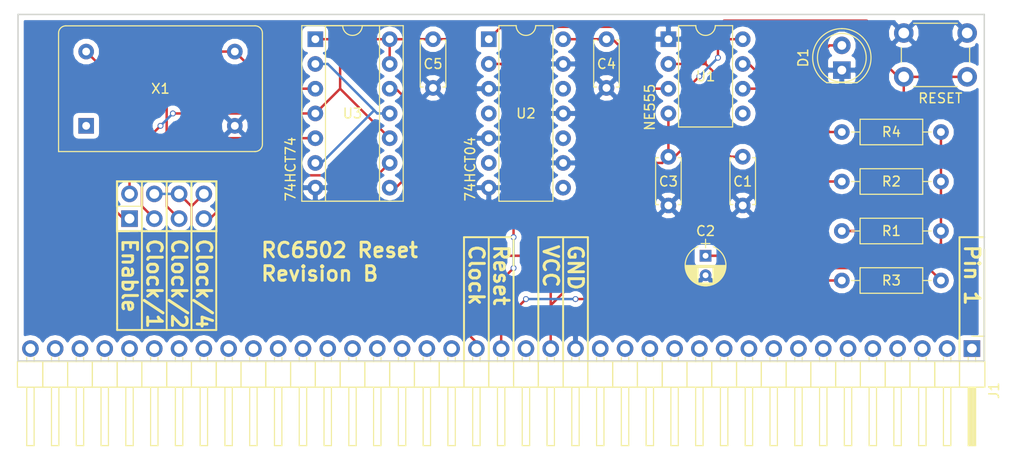
<source format=kicad_pcb>
(kicad_pcb (version 4) (host pcbnew 4.0.6)

  (general
    (links 55)
    (no_connects 0)
    (area 92.634999 111.684999 191.845001 147.395001)
    (thickness 1.6)
    (drawings 35)
    (tracks 160)
    (zones 0)
    (modules 17)
    (nets 15)
  )

  (page A4)
  (layers
    (0 F.Cu signal)
    (31 B.Cu signal)
    (32 B.Adhes user)
    (33 F.Adhes user)
    (34 B.Paste user)
    (35 F.Paste user)
    (36 B.SilkS user)
    (37 F.SilkS user)
    (38 B.Mask user)
    (39 F.Mask user)
    (40 Dwgs.User user)
    (41 Cmts.User user)
    (42 Eco1.User user)
    (43 Eco2.User user)
    (44 Edge.Cuts user)
    (45 Margin user)
    (46 B.CrtYd user)
    (47 F.CrtYd user)
    (48 B.Fab user)
    (49 F.Fab user)
  )

  (setup
    (last_trace_width 0.25)
    (trace_clearance 0.2)
    (zone_clearance 0.508)
    (zone_45_only no)
    (trace_min 0.2)
    (segment_width 0.2)
    (edge_width 0.15)
    (via_size 0.6)
    (via_drill 0.4)
    (via_min_size 0.4)
    (via_min_drill 0.3)
    (uvia_size 0.3)
    (uvia_drill 0.1)
    (uvias_allowed no)
    (uvia_min_size 0.2)
    (uvia_min_drill 0.1)
    (pcb_text_width 0.3)
    (pcb_text_size 1.5 1.5)
    (mod_edge_width 0.15)
    (mod_text_size 1 1)
    (mod_text_width 0.15)
    (pad_size 1.524 1.524)
    (pad_drill 0.762)
    (pad_to_mask_clearance 0.2)
    (aux_axis_origin 0 0)
    (visible_elements 7FFFFFFF)
    (pcbplotparams
      (layerselection 0x011fc_80000001)
      (usegerberextensions true)
      (excludeedgelayer true)
      (linewidth 0.100000)
      (plotframeref false)
      (viasonmask false)
      (mode 1)
      (useauxorigin false)
      (hpglpennumber 1)
      (hpglpenspeed 20)
      (hpglpendiameter 15)
      (hpglpenoverlay 2)
      (psnegative false)
      (psa4output false)
      (plotreference true)
      (plotvalue true)
      (plotinvisibletext false)
      (padsonsilk false)
      (subtractmaskfromsilk false)
      (outputformat 1)
      (mirror false)
      (drillshape 0)
      (scaleselection 1)
      (outputdirectory "D:/ownCloud/Documents/Projects/RC6502/RC6502 Reset Circuit/export/"))
  )

  (net 0 "")
  (net 1 "Net-(C1-Pad1)")
  (net 2 GND)
  (net 3 "Net-(C2-Pad1)")
  (net 4 VCC)
  (net 5 RESET)
  (net 6 "Net-(U1-Pad3)")
  (net 7 CLOCK)
  (net 8 CLOCK/1)
  (net 9 CLOCK/2)
  (net 10 CLOCK/4)
  (net 11 "Net-(U3-Pad12)")
  (net 12 "Net-(U3-Pad11)")
  (net 13 "Net-(J2-Pad1)")
  (net 14 "Net-(D1-Pad2)")

  (net_class Default "This is the default net class."
    (clearance 0.2)
    (trace_width 0.25)
    (via_dia 0.6)
    (via_drill 0.4)
    (uvia_dia 0.3)
    (uvia_drill 0.1)
    (add_net CLOCK)
    (add_net CLOCK/1)
    (add_net CLOCK/2)
    (add_net CLOCK/4)
    (add_net GND)
    (add_net "Net-(C1-Pad1)")
    (add_net "Net-(C2-Pad1)")
    (add_net "Net-(D1-Pad2)")
    (add_net "Net-(J2-Pad1)")
    (add_net "Net-(U1-Pad3)")
    (add_net "Net-(U3-Pad11)")
    (add_net "Net-(U3-Pad12)")
    (add_net RESET)
    (add_net VCC)
  )

  (module Resistors_THT:R_Axial_DIN0207_L6.3mm_D2.5mm_P10.16mm_Horizontal (layer F.Cu) (tedit 593C2F6D) (tstamp 5909EF28)
    (at 187.325 133.985 180)
    (descr "Resistor, Axial_DIN0207 series, Axial, Horizontal, pin pitch=10.16mm, 0.25W = 1/4W, length*diameter=6.3*2.5mm^2, http://cdn-reichelt.de/documents/datenblatt/B400/1_4W%23YAG.pdf")
    (tags "Resistor Axial_DIN0207 series Axial Horizontal pin pitch 10.16mm 0.25W = 1/4W length 6.3mm diameter 2.5mm")
    (path /5909CC66)
    (fp_text reference R1 (at 5.08 0 180) (layer F.SilkS)
      (effects (font (size 1 1) (thickness 0.15)))
    )
    (fp_text value 1M (at -6.985 0 180) (layer F.Fab)
      (effects (font (size 1 1) (thickness 0.15)))
    )
    (fp_line (start 1.93 -1.25) (end 1.93 1.25) (layer F.Fab) (width 0.1))
    (fp_line (start 1.93 1.25) (end 8.23 1.25) (layer F.Fab) (width 0.1))
    (fp_line (start 8.23 1.25) (end 8.23 -1.25) (layer F.Fab) (width 0.1))
    (fp_line (start 8.23 -1.25) (end 1.93 -1.25) (layer F.Fab) (width 0.1))
    (fp_line (start 0 0) (end 1.93 0) (layer F.Fab) (width 0.1))
    (fp_line (start 10.16 0) (end 8.23 0) (layer F.Fab) (width 0.1))
    (fp_line (start 1.87 -1.31) (end 1.87 1.31) (layer F.SilkS) (width 0.12))
    (fp_line (start 1.87 1.31) (end 8.29 1.31) (layer F.SilkS) (width 0.12))
    (fp_line (start 8.29 1.31) (end 8.29 -1.31) (layer F.SilkS) (width 0.12))
    (fp_line (start 8.29 -1.31) (end 1.87 -1.31) (layer F.SilkS) (width 0.12))
    (fp_line (start 0.98 0) (end 1.87 0) (layer F.SilkS) (width 0.12))
    (fp_line (start 9.18 0) (end 8.29 0) (layer F.SilkS) (width 0.12))
    (fp_line (start -1.05 -1.6) (end -1.05 1.6) (layer F.CrtYd) (width 0.05))
    (fp_line (start -1.05 1.6) (end 11.25 1.6) (layer F.CrtYd) (width 0.05))
    (fp_line (start 11.25 1.6) (end 11.25 -1.6) (layer F.CrtYd) (width 0.05))
    (fp_line (start 11.25 -1.6) (end -1.05 -1.6) (layer F.CrtYd) (width 0.05))
    (pad 1 thru_hole circle (at 0 0 180) (size 1.6 1.6) (drill 0.8) (layers *.Cu *.Mask)
      (net 4 VCC))
    (pad 2 thru_hole oval (at 10.16 0 180) (size 1.6 1.6) (drill 0.8) (layers *.Cu *.Mask)
      (net 1 "Net-(C1-Pad1)"))
    (model Resistors_THT.3dshapes/R_Axial_DIN0207_L6.3mm_D2.5mm_P10.16mm_Horizontal.wrl
      (at (xyz 0 0 0))
      (scale (xyz 0.393701 0.393701 0.393701))
      (rotate (xyz 0 0 0))
    )
  )

  (module Resistors_THT:R_Axial_DIN0207_L6.3mm_D2.5mm_P10.16mm_Horizontal (layer F.Cu) (tedit 593C2F70) (tstamp 5909EF2E)
    (at 187.325 128.905 180)
    (descr "Resistor, Axial_DIN0207 series, Axial, Horizontal, pin pitch=10.16mm, 0.25W = 1/4W, length*diameter=6.3*2.5mm^2, http://cdn-reichelt.de/documents/datenblatt/B400/1_4W%23YAG.pdf")
    (tags "Resistor Axial_DIN0207 series Axial Horizontal pin pitch 10.16mm 0.25W = 1/4W length 6.3mm diameter 2.5mm")
    (path /5909D4EB)
    (fp_text reference R2 (at 5.08 0 180) (layer F.SilkS)
      (effects (font (size 1 1) (thickness 0.15)))
    )
    (fp_text value 47k (at -6.985 0 180) (layer F.Fab)
      (effects (font (size 1 1) (thickness 0.15)))
    )
    (fp_line (start 1.93 -1.25) (end 1.93 1.25) (layer F.Fab) (width 0.1))
    (fp_line (start 1.93 1.25) (end 8.23 1.25) (layer F.Fab) (width 0.1))
    (fp_line (start 8.23 1.25) (end 8.23 -1.25) (layer F.Fab) (width 0.1))
    (fp_line (start 8.23 -1.25) (end 1.93 -1.25) (layer F.Fab) (width 0.1))
    (fp_line (start 0 0) (end 1.93 0) (layer F.Fab) (width 0.1))
    (fp_line (start 10.16 0) (end 8.23 0) (layer F.Fab) (width 0.1))
    (fp_line (start 1.87 -1.31) (end 1.87 1.31) (layer F.SilkS) (width 0.12))
    (fp_line (start 1.87 1.31) (end 8.29 1.31) (layer F.SilkS) (width 0.12))
    (fp_line (start 8.29 1.31) (end 8.29 -1.31) (layer F.SilkS) (width 0.12))
    (fp_line (start 8.29 -1.31) (end 1.87 -1.31) (layer F.SilkS) (width 0.12))
    (fp_line (start 0.98 0) (end 1.87 0) (layer F.SilkS) (width 0.12))
    (fp_line (start 9.18 0) (end 8.29 0) (layer F.SilkS) (width 0.12))
    (fp_line (start -1.05 -1.6) (end -1.05 1.6) (layer F.CrtYd) (width 0.05))
    (fp_line (start -1.05 1.6) (end 11.25 1.6) (layer F.CrtYd) (width 0.05))
    (fp_line (start 11.25 1.6) (end 11.25 -1.6) (layer F.CrtYd) (width 0.05))
    (fp_line (start 11.25 -1.6) (end -1.05 -1.6) (layer F.CrtYd) (width 0.05))
    (pad 1 thru_hole circle (at 0 0 180) (size 1.6 1.6) (drill 0.8) (layers *.Cu *.Mask)
      (net 4 VCC))
    (pad 2 thru_hole oval (at 10.16 0 180) (size 1.6 1.6) (drill 0.8) (layers *.Cu *.Mask)
      (net 3 "Net-(C2-Pad1)"))
    (model Resistors_THT.3dshapes/R_Axial_DIN0207_L6.3mm_D2.5mm_P10.16mm_Horizontal.wrl
      (at (xyz 0 0 0))
      (scale (xyz 0.393701 0.393701 0.393701))
      (rotate (xyz 0 0 0))
    )
  )

  (module Buttons_Switches_THT:SW_PUSH_6mm (layer F.Cu) (tedit 593C30AE) (tstamp 5909EF36)
    (at 183.515 113.665)
    (descr https://www.omron.com/ecb/products/pdf/en-b3f.pdf)
    (tags "tact sw push 6mm")
    (path /5909ECDD)
    (fp_text reference SW1 (at 3.175 -2.54) (layer F.Fab)
      (effects (font (size 1 1) (thickness 0.15)))
    )
    (fp_text value RESET (at 3.75 6.7) (layer F.SilkS)
      (effects (font (size 1 1) (thickness 0.15)))
    )
    (fp_line (start 3.25 -0.75) (end 6.25 -0.75) (layer F.Fab) (width 0.1))
    (fp_line (start 6.25 -0.75) (end 6.25 5.25) (layer F.Fab) (width 0.1))
    (fp_line (start 6.25 5.25) (end 0.25 5.25) (layer F.Fab) (width 0.1))
    (fp_line (start 0.25 5.25) (end 0.25 -0.75) (layer F.Fab) (width 0.1))
    (fp_line (start 0.25 -0.75) (end 3.25 -0.75) (layer F.Fab) (width 0.1))
    (fp_line (start 7.75 6) (end 8 6) (layer F.CrtYd) (width 0.05))
    (fp_line (start 8 6) (end 8 5.75) (layer F.CrtYd) (width 0.05))
    (fp_line (start 7.75 -1.5) (end 8 -1.5) (layer F.CrtYd) (width 0.05))
    (fp_line (start 8 -1.5) (end 8 -1.25) (layer F.CrtYd) (width 0.05))
    (fp_line (start -1.5 -1.25) (end -1.5 -1.5) (layer F.CrtYd) (width 0.05))
    (fp_line (start -1.5 -1.5) (end -1.25 -1.5) (layer F.CrtYd) (width 0.05))
    (fp_line (start -1.5 5.75) (end -1.5 6) (layer F.CrtYd) (width 0.05))
    (fp_line (start -1.5 6) (end -1.25 6) (layer F.CrtYd) (width 0.05))
    (fp_line (start -1.25 -1.5) (end 7.75 -1.5) (layer F.CrtYd) (width 0.05))
    (fp_line (start -1.5 5.75) (end -1.5 -1.25) (layer F.CrtYd) (width 0.05))
    (fp_line (start 7.75 6) (end -1.25 6) (layer F.CrtYd) (width 0.05))
    (fp_line (start 8 -1.25) (end 8 5.75) (layer F.CrtYd) (width 0.05))
    (fp_line (start 1 5.5) (end 5.5 5.5) (layer F.SilkS) (width 0.12))
    (fp_line (start -0.25 1.5) (end -0.25 3) (layer F.SilkS) (width 0.12))
    (fp_line (start 5.5 -1) (end 1 -1) (layer F.SilkS) (width 0.12))
    (fp_line (start 6.75 3) (end 6.75 1.5) (layer F.SilkS) (width 0.12))
    (fp_circle (center 3.25 2.25) (end 1.25 2.5) (layer F.Fab) (width 0.1))
    (pad 2 thru_hole circle (at 0 4.5 90) (size 2 2) (drill 1.1) (layers *.Cu *.Mask)
      (net 1 "Net-(C1-Pad1)"))
    (pad 1 thru_hole circle (at 0 0 90) (size 2 2) (drill 1.1) (layers *.Cu *.Mask)
      (net 2 GND))
    (pad 2 thru_hole circle (at 6.5 4.5 90) (size 2 2) (drill 1.1) (layers *.Cu *.Mask)
      (net 1 "Net-(C1-Pad1)"))
    (pad 1 thru_hole circle (at 6.5 0 90) (size 2 2) (drill 1.1) (layers *.Cu *.Mask)
      (net 2 GND))
    (model Buttons_Switches_THT.3dshapes/SW_PUSH_6mm.wrl
      (at (xyz 0.005 0 0))
      (scale (xyz 0.3937 0.3937 0.3937))
      (rotate (xyz 0 0 0))
    )
  )

  (module Housings_DIP:DIP-8_W7.62mm (layer F.Cu) (tedit 593C2368) (tstamp 5909EF42)
    (at 159.385 114.3)
    (descr "8-lead dip package, row spacing 7.62 mm (300 mils)")
    (tags "DIL DIP PDIP 2.54mm 7.62mm 300mil")
    (path /590A44E3)
    (fp_text reference U1 (at 3.81 3.81 180) (layer F.SilkS)
      (effects (font (size 1 1) (thickness 0.15)))
    )
    (fp_text value NE555 (at -1.905 6.985 90) (layer F.SilkS)
      (effects (font (size 1 1) (thickness 0.15)))
    )
    (fp_text user %R (at 3.81 3.81 180) (layer F.Fab)
      (effects (font (size 1 1) (thickness 0.15)))
    )
    (fp_line (start 1.635 -1.27) (end 6.985 -1.27) (layer F.Fab) (width 0.1))
    (fp_line (start 6.985 -1.27) (end 6.985 8.89) (layer F.Fab) (width 0.1))
    (fp_line (start 6.985 8.89) (end 0.635 8.89) (layer F.Fab) (width 0.1))
    (fp_line (start 0.635 8.89) (end 0.635 -0.27) (layer F.Fab) (width 0.1))
    (fp_line (start 0.635 -0.27) (end 1.635 -1.27) (layer F.Fab) (width 0.1))
    (fp_line (start 2.81 -1.39) (end 1.04 -1.39) (layer F.SilkS) (width 0.12))
    (fp_line (start 1.04 -1.39) (end 1.04 9.01) (layer F.SilkS) (width 0.12))
    (fp_line (start 1.04 9.01) (end 6.58 9.01) (layer F.SilkS) (width 0.12))
    (fp_line (start 6.58 9.01) (end 6.58 -1.39) (layer F.SilkS) (width 0.12))
    (fp_line (start 6.58 -1.39) (end 4.81 -1.39) (layer F.SilkS) (width 0.12))
    (fp_line (start -1.1 -1.6) (end -1.1 9.2) (layer F.CrtYd) (width 0.05))
    (fp_line (start -1.1 9.2) (end 8.7 9.2) (layer F.CrtYd) (width 0.05))
    (fp_line (start 8.7 9.2) (end 8.7 -1.6) (layer F.CrtYd) (width 0.05))
    (fp_line (start 8.7 -1.6) (end -1.1 -1.6) (layer F.CrtYd) (width 0.05))
    (fp_arc (start 3.81 -1.39) (end 2.81 -1.39) (angle -180) (layer F.SilkS) (width 0.12))
    (pad 1 thru_hole rect (at 0 0) (size 1.6 1.6) (drill 0.8) (layers *.Cu *.Mask)
      (net 2 GND))
    (pad 5 thru_hole oval (at 7.62 7.62) (size 1.6 1.6) (drill 0.8) (layers *.Cu *.Mask))
    (pad 2 thru_hole oval (at 0 2.54) (size 1.6 1.6) (drill 0.8) (layers *.Cu *.Mask)
      (net 1 "Net-(C1-Pad1)"))
    (pad 6 thru_hole oval (at 7.62 5.08) (size 1.6 1.6) (drill 0.8) (layers *.Cu *.Mask)
      (net 3 "Net-(C2-Pad1)"))
    (pad 3 thru_hole oval (at 0 5.08) (size 1.6 1.6) (drill 0.8) (layers *.Cu *.Mask)
      (net 6 "Net-(U1-Pad3)"))
    (pad 7 thru_hole oval (at 7.62 2.54) (size 1.6 1.6) (drill 0.8) (layers *.Cu *.Mask)
      (net 3 "Net-(C2-Pad1)"))
    (pad 4 thru_hole oval (at 0 7.62) (size 1.6 1.6) (drill 0.8) (layers *.Cu *.Mask)
      (net 4 VCC))
    (pad 8 thru_hole oval (at 7.62 0) (size 1.6 1.6) (drill 0.8) (layers *.Cu *.Mask)
      (net 4 VCC))
    (model Housings_DIP.3dshapes/DIP-8_W7.62mm.wrl
      (at (xyz 0 0 0))
      (scale (xyz 1 1 1))
      (rotate (xyz 0 0 0))
    )
  )

  (module Housings_DIP:DIP-14_W7.62mm (layer F.Cu) (tedit 593C23C5) (tstamp 5909EF54)
    (at 140.97 114.3)
    (descr "14-lead dip package, row spacing 7.62 mm (300 mils)")
    (tags "DIL DIP PDIP 2.54mm 7.62mm 300mil")
    (path /5909E441)
    (fp_text reference U2 (at 3.81 7.62) (layer F.SilkS)
      (effects (font (size 1 1) (thickness 0.15)))
    )
    (fp_text value 74HCT04 (at -1.905 13.335 90) (layer F.SilkS)
      (effects (font (size 1 1) (thickness 0.15)))
    )
    (fp_text user %R (at 3.81 7.62 180) (layer F.Fab)
      (effects (font (size 1 1) (thickness 0.15)))
    )
    (fp_line (start 1.635 -1.27) (end 6.985 -1.27) (layer F.Fab) (width 0.1))
    (fp_line (start 6.985 -1.27) (end 6.985 16.51) (layer F.Fab) (width 0.1))
    (fp_line (start 6.985 16.51) (end 0.635 16.51) (layer F.Fab) (width 0.1))
    (fp_line (start 0.635 16.51) (end 0.635 -0.27) (layer F.Fab) (width 0.1))
    (fp_line (start 0.635 -0.27) (end 1.635 -1.27) (layer F.Fab) (width 0.1))
    (fp_line (start 2.81 -1.39) (end 1.04 -1.39) (layer F.SilkS) (width 0.12))
    (fp_line (start 1.04 -1.39) (end 1.04 16.63) (layer F.SilkS) (width 0.12))
    (fp_line (start 1.04 16.63) (end 6.58 16.63) (layer F.SilkS) (width 0.12))
    (fp_line (start 6.58 16.63) (end 6.58 -1.39) (layer F.SilkS) (width 0.12))
    (fp_line (start 6.58 -1.39) (end 4.81 -1.39) (layer F.SilkS) (width 0.12))
    (fp_line (start -1.1 -1.6) (end -1.1 16.8) (layer F.CrtYd) (width 0.05))
    (fp_line (start -1.1 16.8) (end 8.7 16.8) (layer F.CrtYd) (width 0.05))
    (fp_line (start 8.7 16.8) (end 8.7 -1.6) (layer F.CrtYd) (width 0.05))
    (fp_line (start 8.7 -1.6) (end -1.1 -1.6) (layer F.CrtYd) (width 0.05))
    (fp_arc (start 3.81 -1.39) (end 2.81 -1.39) (angle -180) (layer F.SilkS) (width 0.12))
    (pad 1 thru_hole rect (at 0 0) (size 1.6 1.6) (drill 0.8) (layers *.Cu *.Mask)
      (net 6 "Net-(U1-Pad3)"))
    (pad 8 thru_hole oval (at 7.62 15.24) (size 1.6 1.6) (drill 0.8) (layers *.Cu *.Mask))
    (pad 2 thru_hole oval (at 0 2.54) (size 1.6 1.6) (drill 0.8) (layers *.Cu *.Mask)
      (net 5 RESET))
    (pad 9 thru_hole oval (at 7.62 12.7) (size 1.6 1.6) (drill 0.8) (layers *.Cu *.Mask)
      (net 2 GND))
    (pad 3 thru_hole oval (at 0 5.08) (size 1.6 1.6) (drill 0.8) (layers *.Cu *.Mask)
      (net 2 GND))
    (pad 10 thru_hole oval (at 7.62 10.16) (size 1.6 1.6) (drill 0.8) (layers *.Cu *.Mask))
    (pad 4 thru_hole oval (at 0 7.62) (size 1.6 1.6) (drill 0.8) (layers *.Cu *.Mask))
    (pad 11 thru_hole oval (at 7.62 7.62) (size 1.6 1.6) (drill 0.8) (layers *.Cu *.Mask)
      (net 2 GND))
    (pad 5 thru_hole oval (at 0 10.16) (size 1.6 1.6) (drill 0.8) (layers *.Cu *.Mask)
      (net 2 GND))
    (pad 12 thru_hole oval (at 7.62 5.08) (size 1.6 1.6) (drill 0.8) (layers *.Cu *.Mask))
    (pad 6 thru_hole oval (at 0 12.7) (size 1.6 1.6) (drill 0.8) (layers *.Cu *.Mask))
    (pad 13 thru_hole oval (at 7.62 2.54) (size 1.6 1.6) (drill 0.8) (layers *.Cu *.Mask)
      (net 2 GND))
    (pad 7 thru_hole oval (at 0 15.24) (size 1.6 1.6) (drill 0.8) (layers *.Cu *.Mask)
      (net 2 GND))
    (pad 14 thru_hole oval (at 7.62 0) (size 1.6 1.6) (drill 0.8) (layers *.Cu *.Mask)
      (net 4 VCC))
    (model Housings_DIP.3dshapes/DIP-14_W7.62mm.wrl
      (at (xyz 0 0 0))
      (scale (xyz 1 1 1))
      (rotate (xyz 0 0 0))
    )
  )

  (module Capacitors_THT:CP_Radial_D4.0mm_P2.00mm (layer F.Cu) (tedit 591A0EE4) (tstamp 5909F287)
    (at 163.195 136.525 270)
    (descr "CP, Radial series, Radial, pin pitch=2.00mm, , diameter=4mm, Electrolytic Capacitor")
    (tags "CP Radial series Radial pin pitch 2.00mm  diameter 4mm Electrolytic Capacitor")
    (path /5909D5AC)
    (fp_text reference C2 (at -2.54 0 360) (layer F.SilkS)
      (effects (font (size 1 1) (thickness 0.15)))
    )
    (fp_text value 10uF (at 4.445 0 360) (layer F.Fab)
      (effects (font (size 1 1) (thickness 0.15)))
    )
    (fp_arc (start 1 0) (end -0.938995 -0.78) (angle 136.2) (layer F.SilkS) (width 0.12))
    (fp_arc (start 1 0) (end -0.938995 0.78) (angle -136.2) (layer F.SilkS) (width 0.12))
    (fp_arc (start 1 0) (end 2.938995 -0.78) (angle 43.8) (layer F.SilkS) (width 0.12))
    (fp_circle (center 1 0) (end 3 0) (layer F.Fab) (width 0.1))
    (fp_line (start -1.7 0) (end -0.8 0) (layer F.Fab) (width 0.1))
    (fp_line (start -1.25 -0.45) (end -1.25 0.45) (layer F.Fab) (width 0.1))
    (fp_line (start 1 -2.05) (end 1 2.05) (layer F.SilkS) (width 0.12))
    (fp_line (start 1.04 -2.05) (end 1.04 2.05) (layer F.SilkS) (width 0.12))
    (fp_line (start 1.08 -2.049) (end 1.08 2.049) (layer F.SilkS) (width 0.12))
    (fp_line (start 1.12 -2.047) (end 1.12 2.047) (layer F.SilkS) (width 0.12))
    (fp_line (start 1.16 -2.044) (end 1.16 2.044) (layer F.SilkS) (width 0.12))
    (fp_line (start 1.2 -2.041) (end 1.2 2.041) (layer F.SilkS) (width 0.12))
    (fp_line (start 1.24 -2.037) (end 1.24 -0.78) (layer F.SilkS) (width 0.12))
    (fp_line (start 1.24 0.78) (end 1.24 2.037) (layer F.SilkS) (width 0.12))
    (fp_line (start 1.28 -2.032) (end 1.28 -0.78) (layer F.SilkS) (width 0.12))
    (fp_line (start 1.28 0.78) (end 1.28 2.032) (layer F.SilkS) (width 0.12))
    (fp_line (start 1.32 -2.026) (end 1.32 -0.78) (layer F.SilkS) (width 0.12))
    (fp_line (start 1.32 0.78) (end 1.32 2.026) (layer F.SilkS) (width 0.12))
    (fp_line (start 1.36 -2.019) (end 1.36 -0.78) (layer F.SilkS) (width 0.12))
    (fp_line (start 1.36 0.78) (end 1.36 2.019) (layer F.SilkS) (width 0.12))
    (fp_line (start 1.4 -2.012) (end 1.4 -0.78) (layer F.SilkS) (width 0.12))
    (fp_line (start 1.4 0.78) (end 1.4 2.012) (layer F.SilkS) (width 0.12))
    (fp_line (start 1.44 -2.004) (end 1.44 -0.78) (layer F.SilkS) (width 0.12))
    (fp_line (start 1.44 0.78) (end 1.44 2.004) (layer F.SilkS) (width 0.12))
    (fp_line (start 1.48 -1.995) (end 1.48 -0.78) (layer F.SilkS) (width 0.12))
    (fp_line (start 1.48 0.78) (end 1.48 1.995) (layer F.SilkS) (width 0.12))
    (fp_line (start 1.52 -1.985) (end 1.52 -0.78) (layer F.SilkS) (width 0.12))
    (fp_line (start 1.52 0.78) (end 1.52 1.985) (layer F.SilkS) (width 0.12))
    (fp_line (start 1.56 -1.974) (end 1.56 -0.78) (layer F.SilkS) (width 0.12))
    (fp_line (start 1.56 0.78) (end 1.56 1.974) (layer F.SilkS) (width 0.12))
    (fp_line (start 1.6 -1.963) (end 1.6 -0.78) (layer F.SilkS) (width 0.12))
    (fp_line (start 1.6 0.78) (end 1.6 1.963) (layer F.SilkS) (width 0.12))
    (fp_line (start 1.64 -1.95) (end 1.64 -0.78) (layer F.SilkS) (width 0.12))
    (fp_line (start 1.64 0.78) (end 1.64 1.95) (layer F.SilkS) (width 0.12))
    (fp_line (start 1.68 -1.937) (end 1.68 -0.78) (layer F.SilkS) (width 0.12))
    (fp_line (start 1.68 0.78) (end 1.68 1.937) (layer F.SilkS) (width 0.12))
    (fp_line (start 1.721 -1.923) (end 1.721 -0.78) (layer F.SilkS) (width 0.12))
    (fp_line (start 1.721 0.78) (end 1.721 1.923) (layer F.SilkS) (width 0.12))
    (fp_line (start 1.761 -1.907) (end 1.761 -0.78) (layer F.SilkS) (width 0.12))
    (fp_line (start 1.761 0.78) (end 1.761 1.907) (layer F.SilkS) (width 0.12))
    (fp_line (start 1.801 -1.891) (end 1.801 -0.78) (layer F.SilkS) (width 0.12))
    (fp_line (start 1.801 0.78) (end 1.801 1.891) (layer F.SilkS) (width 0.12))
    (fp_line (start 1.841 -1.874) (end 1.841 -0.78) (layer F.SilkS) (width 0.12))
    (fp_line (start 1.841 0.78) (end 1.841 1.874) (layer F.SilkS) (width 0.12))
    (fp_line (start 1.881 -1.856) (end 1.881 -0.78) (layer F.SilkS) (width 0.12))
    (fp_line (start 1.881 0.78) (end 1.881 1.856) (layer F.SilkS) (width 0.12))
    (fp_line (start 1.921 -1.837) (end 1.921 -0.78) (layer F.SilkS) (width 0.12))
    (fp_line (start 1.921 0.78) (end 1.921 1.837) (layer F.SilkS) (width 0.12))
    (fp_line (start 1.961 -1.817) (end 1.961 -0.78) (layer F.SilkS) (width 0.12))
    (fp_line (start 1.961 0.78) (end 1.961 1.817) (layer F.SilkS) (width 0.12))
    (fp_line (start 2.001 -1.796) (end 2.001 -0.78) (layer F.SilkS) (width 0.12))
    (fp_line (start 2.001 0.78) (end 2.001 1.796) (layer F.SilkS) (width 0.12))
    (fp_line (start 2.041 -1.773) (end 2.041 -0.78) (layer F.SilkS) (width 0.12))
    (fp_line (start 2.041 0.78) (end 2.041 1.773) (layer F.SilkS) (width 0.12))
    (fp_line (start 2.081 -1.75) (end 2.081 -0.78) (layer F.SilkS) (width 0.12))
    (fp_line (start 2.081 0.78) (end 2.081 1.75) (layer F.SilkS) (width 0.12))
    (fp_line (start 2.121 -1.725) (end 2.121 -0.78) (layer F.SilkS) (width 0.12))
    (fp_line (start 2.121 0.78) (end 2.121 1.725) (layer F.SilkS) (width 0.12))
    (fp_line (start 2.161 -1.699) (end 2.161 -0.78) (layer F.SilkS) (width 0.12))
    (fp_line (start 2.161 0.78) (end 2.161 1.699) (layer F.SilkS) (width 0.12))
    (fp_line (start 2.201 -1.672) (end 2.201 -0.78) (layer F.SilkS) (width 0.12))
    (fp_line (start 2.201 0.78) (end 2.201 1.672) (layer F.SilkS) (width 0.12))
    (fp_line (start 2.241 -1.643) (end 2.241 -0.78) (layer F.SilkS) (width 0.12))
    (fp_line (start 2.241 0.78) (end 2.241 1.643) (layer F.SilkS) (width 0.12))
    (fp_line (start 2.281 -1.613) (end 2.281 -0.78) (layer F.SilkS) (width 0.12))
    (fp_line (start 2.281 0.78) (end 2.281 1.613) (layer F.SilkS) (width 0.12))
    (fp_line (start 2.321 -1.581) (end 2.321 -0.78) (layer F.SilkS) (width 0.12))
    (fp_line (start 2.321 0.78) (end 2.321 1.581) (layer F.SilkS) (width 0.12))
    (fp_line (start 2.361 -1.547) (end 2.361 -0.78) (layer F.SilkS) (width 0.12))
    (fp_line (start 2.361 0.78) (end 2.361 1.547) (layer F.SilkS) (width 0.12))
    (fp_line (start 2.401 -1.512) (end 2.401 -0.78) (layer F.SilkS) (width 0.12))
    (fp_line (start 2.401 0.78) (end 2.401 1.512) (layer F.SilkS) (width 0.12))
    (fp_line (start 2.441 -1.475) (end 2.441 -0.78) (layer F.SilkS) (width 0.12))
    (fp_line (start 2.441 0.78) (end 2.441 1.475) (layer F.SilkS) (width 0.12))
    (fp_line (start 2.481 -1.436) (end 2.481 -0.78) (layer F.SilkS) (width 0.12))
    (fp_line (start 2.481 0.78) (end 2.481 1.436) (layer F.SilkS) (width 0.12))
    (fp_line (start 2.521 -1.395) (end 2.521 -0.78) (layer F.SilkS) (width 0.12))
    (fp_line (start 2.521 0.78) (end 2.521 1.395) (layer F.SilkS) (width 0.12))
    (fp_line (start 2.561 -1.351) (end 2.561 -0.78) (layer F.SilkS) (width 0.12))
    (fp_line (start 2.561 0.78) (end 2.561 1.351) (layer F.SilkS) (width 0.12))
    (fp_line (start 2.601 -1.305) (end 2.601 -0.78) (layer F.SilkS) (width 0.12))
    (fp_line (start 2.601 0.78) (end 2.601 1.305) (layer F.SilkS) (width 0.12))
    (fp_line (start 2.641 -1.256) (end 2.641 -0.78) (layer F.SilkS) (width 0.12))
    (fp_line (start 2.641 0.78) (end 2.641 1.256) (layer F.SilkS) (width 0.12))
    (fp_line (start 2.681 -1.204) (end 2.681 -0.78) (layer F.SilkS) (width 0.12))
    (fp_line (start 2.681 0.78) (end 2.681 1.204) (layer F.SilkS) (width 0.12))
    (fp_line (start 2.721 -1.148) (end 2.721 -0.78) (layer F.SilkS) (width 0.12))
    (fp_line (start 2.721 0.78) (end 2.721 1.148) (layer F.SilkS) (width 0.12))
    (fp_line (start 2.761 -1.088) (end 2.761 -0.78) (layer F.SilkS) (width 0.12))
    (fp_line (start 2.761 0.78) (end 2.761 1.088) (layer F.SilkS) (width 0.12))
    (fp_line (start 2.801 -1.023) (end 2.801 1.023) (layer F.SilkS) (width 0.12))
    (fp_line (start 2.841 -0.952) (end 2.841 0.952) (layer F.SilkS) (width 0.12))
    (fp_line (start 2.881 -0.874) (end 2.881 0.874) (layer F.SilkS) (width 0.12))
    (fp_line (start 2.921 -0.786) (end 2.921 0.786) (layer F.SilkS) (width 0.12))
    (fp_line (start 2.961 -0.686) (end 2.961 0.686) (layer F.SilkS) (width 0.12))
    (fp_line (start 3.001 -0.567) (end 3.001 0.567) (layer F.SilkS) (width 0.12))
    (fp_line (start 3.041 -0.415) (end 3.041 0.415) (layer F.SilkS) (width 0.12))
    (fp_line (start 3.081 -0.165) (end 3.081 0.165) (layer F.SilkS) (width 0.12))
    (fp_line (start -1.7 0) (end -0.8 0) (layer F.SilkS) (width 0.12))
    (fp_line (start -1.25 -0.45) (end -1.25 0.45) (layer F.SilkS) (width 0.12))
    (fp_line (start -1.35 -2.35) (end -1.35 2.35) (layer F.CrtYd) (width 0.05))
    (fp_line (start -1.35 2.35) (end 3.35 2.35) (layer F.CrtYd) (width 0.05))
    (fp_line (start 3.35 2.35) (end 3.35 -2.35) (layer F.CrtYd) (width 0.05))
    (fp_line (start 3.35 -2.35) (end -1.35 -2.35) (layer F.CrtYd) (width 0.05))
    (pad 1 thru_hole rect (at 0 0 270) (size 1.2 1.2) (drill 0.6) (layers *.Cu *.Mask)
      (net 3 "Net-(C2-Pad1)"))
    (pad 2 thru_hole circle (at 2 0 270) (size 1.2 1.2) (drill 0.6) (layers *.Cu *.Mask)
      (net 2 GND))
    (model Capacitors_THT.3dshapes/CP_Radial_D4.0mm_P2.00mm.wrl
      (at (xyz 0 0 0))
      (scale (xyz 0.393701 0.393701 0.393701))
      (rotate (xyz 0 0 0))
    )
  )

  (module Resistors_THT:R_Axial_DIN0207_L6.3mm_D2.5mm_P10.16mm_Horizontal (layer F.Cu) (tedit 593C2F74) (tstamp 5909F42C)
    (at 177.165 139.065)
    (descr "Resistor, Axial_DIN0207 series, Axial, Horizontal, pin pitch=10.16mm, 0.25W = 1/4W, length*diameter=6.3*2.5mm^2, http://cdn-reichelt.de/documents/datenblatt/B400/1_4W%23YAG.pdf")
    (tags "Resistor Axial_DIN0207 series Axial Horizontal pin pitch 10.16mm 0.25W = 1/4W length 6.3mm diameter 2.5mm")
    (path /590A060A)
    (fp_text reference R3 (at 5.08 0) (layer F.SilkS)
      (effects (font (size 1 1) (thickness 0.15)))
    )
    (fp_text value 1k (at 17.145 0) (layer F.Fab)
      (effects (font (size 1 1) (thickness 0.15)))
    )
    (fp_line (start 1.93 -1.25) (end 1.93 1.25) (layer F.Fab) (width 0.1))
    (fp_line (start 1.93 1.25) (end 8.23 1.25) (layer F.Fab) (width 0.1))
    (fp_line (start 8.23 1.25) (end 8.23 -1.25) (layer F.Fab) (width 0.1))
    (fp_line (start 8.23 -1.25) (end 1.93 -1.25) (layer F.Fab) (width 0.1))
    (fp_line (start 0 0) (end 1.93 0) (layer F.Fab) (width 0.1))
    (fp_line (start 10.16 0) (end 8.23 0) (layer F.Fab) (width 0.1))
    (fp_line (start 1.87 -1.31) (end 1.87 1.31) (layer F.SilkS) (width 0.12))
    (fp_line (start 1.87 1.31) (end 8.29 1.31) (layer F.SilkS) (width 0.12))
    (fp_line (start 8.29 1.31) (end 8.29 -1.31) (layer F.SilkS) (width 0.12))
    (fp_line (start 8.29 -1.31) (end 1.87 -1.31) (layer F.SilkS) (width 0.12))
    (fp_line (start 0.98 0) (end 1.87 0) (layer F.SilkS) (width 0.12))
    (fp_line (start 9.18 0) (end 8.29 0) (layer F.SilkS) (width 0.12))
    (fp_line (start -1.05 -1.6) (end -1.05 1.6) (layer F.CrtYd) (width 0.05))
    (fp_line (start -1.05 1.6) (end 11.25 1.6) (layer F.CrtYd) (width 0.05))
    (fp_line (start 11.25 1.6) (end 11.25 -1.6) (layer F.CrtYd) (width 0.05))
    (fp_line (start 11.25 -1.6) (end -1.05 -1.6) (layer F.CrtYd) (width 0.05))
    (pad 1 thru_hole circle (at 0 0) (size 1.6 1.6) (drill 0.8) (layers *.Cu *.Mask)
      (net 5 RESET))
    (pad 2 thru_hole oval (at 10.16 0) (size 1.6 1.6) (drill 0.8) (layers *.Cu *.Mask)
      (net 4 VCC))
    (model Resistors_THT.3dshapes/R_Axial_DIN0207_L6.3mm_D2.5mm_P10.16mm_Horizontal.wrl
      (at (xyz 0 0 0))
      (scale (xyz 0.393701 0.393701 0.393701))
      (rotate (xyz 0 0 0))
    )
  )

  (module Oscillators:Oscillator_DIP-14 (layer F.Cu) (tedit 590A066A) (tstamp 590A0569)
    (at 99.695 123.19)
    (descr "Oscillator, DIP14, http://cdn-reichelt.de/documents/datenblatt/B400/OSZI.pdf")
    (tags oscillator)
    (path /590A1756)
    (fp_text reference X1 (at 7.62 -3.81) (layer F.SilkS)
      (effects (font (size 1 1) (thickness 0.15)))
    )
    (fp_text value 1MHz (at -3.81 -3.81 90) (layer F.Fab)
      (effects (font (size 1 1) (thickness 0.15)))
    )
    (fp_text user %R (at 7.62 -3.81) (layer F.Fab)
      (effects (font (size 1 1) (thickness 0.15)))
    )
    (fp_line (start 18.22 2.79) (end 18.22 -10.41) (layer F.CrtYd) (width 0.05))
    (fp_line (start 18.22 -10.41) (end -2.98 -10.41) (layer F.CrtYd) (width 0.05))
    (fp_line (start -2.98 -10.41) (end -2.98 2.79) (layer F.CrtYd) (width 0.05))
    (fp_line (start -2.98 2.79) (end 18.22 2.79) (layer F.CrtYd) (width 0.05))
    (fp_line (start 16.97 1.19) (end 16.97 -8.81) (layer F.Fab) (width 0.1))
    (fp_line (start -1.38 -9.16) (end 16.62 -9.16) (layer F.Fab) (width 0.1))
    (fp_line (start -1.73 1.54) (end -1.73 -8.81) (layer F.Fab) (width 0.1))
    (fp_line (start -1.73 1.54) (end 16.62 1.54) (layer F.Fab) (width 0.1))
    (fp_line (start -2.83 -9.51) (end -2.83 2.64) (layer F.SilkS) (width 0.12))
    (fp_line (start 17.32 -10.26) (end -2.08 -10.26) (layer F.SilkS) (width 0.12))
    (fp_line (start 18.07 1.89) (end 18.07 -9.51) (layer F.SilkS) (width 0.12))
    (fp_line (start -2.83 2.64) (end 17.32 2.64) (layer F.SilkS) (width 0.12))
    (fp_line (start -2.73 2.54) (end 17.32 2.54) (layer F.Fab) (width 0.1))
    (fp_line (start 17.97 -9.51) (end 17.97 1.89) (layer F.Fab) (width 0.1))
    (fp_line (start -2.08 -10.16) (end 17.32 -10.16) (layer F.Fab) (width 0.1))
    (fp_line (start -2.73 2.54) (end -2.73 -9.51) (layer F.Fab) (width 0.1))
    (fp_arc (start 16.62 1.19) (end 16.97 1.19) (angle 90) (layer F.Fab) (width 0.1))
    (fp_arc (start 16.62 -8.81) (end 16.62 -9.16) (angle 90) (layer F.Fab) (width 0.1))
    (fp_arc (start -1.38 -8.81) (end -1.73 -8.81) (angle 90) (layer F.Fab) (width 0.1))
    (fp_arc (start 17.32 1.89) (end 18.07 1.89) (angle 90) (layer F.SilkS) (width 0.12))
    (fp_arc (start 17.32 -9.51) (end 17.32 -10.26) (angle 90) (layer F.SilkS) (width 0.12))
    (fp_arc (start -2.08 -9.51) (end -2.83 -9.51) (angle 90) (layer F.SilkS) (width 0.12))
    (fp_arc (start 17.32 1.89) (end 17.97 1.89) (angle 90) (layer F.Fab) (width 0.1))
    (fp_arc (start 17.32 -9.51) (end 17.32 -10.16) (angle 90) (layer F.Fab) (width 0.1))
    (fp_arc (start -2.08 -9.51) (end -2.73 -9.51) (angle 90) (layer F.Fab) (width 0.1))
    (pad 1 thru_hole rect (at 0 0) (size 1.6 1.6) (drill 0.8) (layers *.Cu *.Mask))
    (pad 14 thru_hole circle (at 0 -7.62) (size 1.6 1.6) (drill 0.8) (layers *.Cu *.Mask)
      (net 13 "Net-(J2-Pad1)"))
    (pad 8 thru_hole circle (at 15.24 -7.62) (size 1.6 1.6) (drill 0.8) (layers *.Cu *.Mask)
      (net 8 CLOCK/1))
    (pad 7 thru_hole circle (at 15.24 0) (size 1.6 1.6) (drill 0.8) (layers *.Cu *.Mask)
      (net 2 GND))
    (model ${KISYS3DMOD}/Oscillators.3dshapes/Oscillator_DIP-14.wrl
      (at (xyz 0 0 0))
      (scale (xyz 0.3937 0.3937 0.3937))
      (rotate (xyz 0 0 0))
    )
  )

  (module Pin_Headers:Pin_Header_Angled_1x39_Pitch2.54mm (layer F.Cu) (tedit 58CD4EC5) (tstamp 590B9C44)
    (at 190.5 146.05 270)
    (descr "Through hole angled pin header, 1x39, 2.54mm pitch, 6mm pin length, single row")
    (tags "Through hole angled pin header THT 1x39 2.54mm single row")
    (path /590BF97A)
    (fp_text reference J1 (at 4.315 -2.27 270) (layer F.SilkS)
      (effects (font (size 1 1) (thickness 0.15)))
    )
    (fp_text value CONN_01X39 (at 4.315 98.79 270) (layer F.Fab)
      (effects (font (size 1 1) (thickness 0.15)))
    )
    (fp_line (start 1.4 -1.27) (end 1.4 1.27) (layer F.Fab) (width 0.1))
    (fp_line (start 1.4 1.27) (end 3.9 1.27) (layer F.Fab) (width 0.1))
    (fp_line (start 3.9 1.27) (end 3.9 -1.27) (layer F.Fab) (width 0.1))
    (fp_line (start 3.9 -1.27) (end 1.4 -1.27) (layer F.Fab) (width 0.1))
    (fp_line (start 0 -0.32) (end 0 0.32) (layer F.Fab) (width 0.1))
    (fp_line (start 0 0.32) (end 9.9 0.32) (layer F.Fab) (width 0.1))
    (fp_line (start 9.9 0.32) (end 9.9 -0.32) (layer F.Fab) (width 0.1))
    (fp_line (start 9.9 -0.32) (end 0 -0.32) (layer F.Fab) (width 0.1))
    (fp_line (start 1.4 1.27) (end 1.4 3.81) (layer F.Fab) (width 0.1))
    (fp_line (start 1.4 3.81) (end 3.9 3.81) (layer F.Fab) (width 0.1))
    (fp_line (start 3.9 3.81) (end 3.9 1.27) (layer F.Fab) (width 0.1))
    (fp_line (start 3.9 1.27) (end 1.4 1.27) (layer F.Fab) (width 0.1))
    (fp_line (start 0 2.22) (end 0 2.86) (layer F.Fab) (width 0.1))
    (fp_line (start 0 2.86) (end 9.9 2.86) (layer F.Fab) (width 0.1))
    (fp_line (start 9.9 2.86) (end 9.9 2.22) (layer F.Fab) (width 0.1))
    (fp_line (start 9.9 2.22) (end 0 2.22) (layer F.Fab) (width 0.1))
    (fp_line (start 1.4 3.81) (end 1.4 6.35) (layer F.Fab) (width 0.1))
    (fp_line (start 1.4 6.35) (end 3.9 6.35) (layer F.Fab) (width 0.1))
    (fp_line (start 3.9 6.35) (end 3.9 3.81) (layer F.Fab) (width 0.1))
    (fp_line (start 3.9 3.81) (end 1.4 3.81) (layer F.Fab) (width 0.1))
    (fp_line (start 0 4.76) (end 0 5.4) (layer F.Fab) (width 0.1))
    (fp_line (start 0 5.4) (end 9.9 5.4) (layer F.Fab) (width 0.1))
    (fp_line (start 9.9 5.4) (end 9.9 4.76) (layer F.Fab) (width 0.1))
    (fp_line (start 9.9 4.76) (end 0 4.76) (layer F.Fab) (width 0.1))
    (fp_line (start 1.4 6.35) (end 1.4 8.89) (layer F.Fab) (width 0.1))
    (fp_line (start 1.4 8.89) (end 3.9 8.89) (layer F.Fab) (width 0.1))
    (fp_line (start 3.9 8.89) (end 3.9 6.35) (layer F.Fab) (width 0.1))
    (fp_line (start 3.9 6.35) (end 1.4 6.35) (layer F.Fab) (width 0.1))
    (fp_line (start 0 7.3) (end 0 7.94) (layer F.Fab) (width 0.1))
    (fp_line (start 0 7.94) (end 9.9 7.94) (layer F.Fab) (width 0.1))
    (fp_line (start 9.9 7.94) (end 9.9 7.3) (layer F.Fab) (width 0.1))
    (fp_line (start 9.9 7.3) (end 0 7.3) (layer F.Fab) (width 0.1))
    (fp_line (start 1.4 8.89) (end 1.4 11.43) (layer F.Fab) (width 0.1))
    (fp_line (start 1.4 11.43) (end 3.9 11.43) (layer F.Fab) (width 0.1))
    (fp_line (start 3.9 11.43) (end 3.9 8.89) (layer F.Fab) (width 0.1))
    (fp_line (start 3.9 8.89) (end 1.4 8.89) (layer F.Fab) (width 0.1))
    (fp_line (start 0 9.84) (end 0 10.48) (layer F.Fab) (width 0.1))
    (fp_line (start 0 10.48) (end 9.9 10.48) (layer F.Fab) (width 0.1))
    (fp_line (start 9.9 10.48) (end 9.9 9.84) (layer F.Fab) (width 0.1))
    (fp_line (start 9.9 9.84) (end 0 9.84) (layer F.Fab) (width 0.1))
    (fp_line (start 1.4 11.43) (end 1.4 13.97) (layer F.Fab) (width 0.1))
    (fp_line (start 1.4 13.97) (end 3.9 13.97) (layer F.Fab) (width 0.1))
    (fp_line (start 3.9 13.97) (end 3.9 11.43) (layer F.Fab) (width 0.1))
    (fp_line (start 3.9 11.43) (end 1.4 11.43) (layer F.Fab) (width 0.1))
    (fp_line (start 0 12.38) (end 0 13.02) (layer F.Fab) (width 0.1))
    (fp_line (start 0 13.02) (end 9.9 13.02) (layer F.Fab) (width 0.1))
    (fp_line (start 9.9 13.02) (end 9.9 12.38) (layer F.Fab) (width 0.1))
    (fp_line (start 9.9 12.38) (end 0 12.38) (layer F.Fab) (width 0.1))
    (fp_line (start 1.4 13.97) (end 1.4 16.51) (layer F.Fab) (width 0.1))
    (fp_line (start 1.4 16.51) (end 3.9 16.51) (layer F.Fab) (width 0.1))
    (fp_line (start 3.9 16.51) (end 3.9 13.97) (layer F.Fab) (width 0.1))
    (fp_line (start 3.9 13.97) (end 1.4 13.97) (layer F.Fab) (width 0.1))
    (fp_line (start 0 14.92) (end 0 15.56) (layer F.Fab) (width 0.1))
    (fp_line (start 0 15.56) (end 9.9 15.56) (layer F.Fab) (width 0.1))
    (fp_line (start 9.9 15.56) (end 9.9 14.92) (layer F.Fab) (width 0.1))
    (fp_line (start 9.9 14.92) (end 0 14.92) (layer F.Fab) (width 0.1))
    (fp_line (start 1.4 16.51) (end 1.4 19.05) (layer F.Fab) (width 0.1))
    (fp_line (start 1.4 19.05) (end 3.9 19.05) (layer F.Fab) (width 0.1))
    (fp_line (start 3.9 19.05) (end 3.9 16.51) (layer F.Fab) (width 0.1))
    (fp_line (start 3.9 16.51) (end 1.4 16.51) (layer F.Fab) (width 0.1))
    (fp_line (start 0 17.46) (end 0 18.1) (layer F.Fab) (width 0.1))
    (fp_line (start 0 18.1) (end 9.9 18.1) (layer F.Fab) (width 0.1))
    (fp_line (start 9.9 18.1) (end 9.9 17.46) (layer F.Fab) (width 0.1))
    (fp_line (start 9.9 17.46) (end 0 17.46) (layer F.Fab) (width 0.1))
    (fp_line (start 1.4 19.05) (end 1.4 21.59) (layer F.Fab) (width 0.1))
    (fp_line (start 1.4 21.59) (end 3.9 21.59) (layer F.Fab) (width 0.1))
    (fp_line (start 3.9 21.59) (end 3.9 19.05) (layer F.Fab) (width 0.1))
    (fp_line (start 3.9 19.05) (end 1.4 19.05) (layer F.Fab) (width 0.1))
    (fp_line (start 0 20) (end 0 20.64) (layer F.Fab) (width 0.1))
    (fp_line (start 0 20.64) (end 9.9 20.64) (layer F.Fab) (width 0.1))
    (fp_line (start 9.9 20.64) (end 9.9 20) (layer F.Fab) (width 0.1))
    (fp_line (start 9.9 20) (end 0 20) (layer F.Fab) (width 0.1))
    (fp_line (start 1.4 21.59) (end 1.4 24.13) (layer F.Fab) (width 0.1))
    (fp_line (start 1.4 24.13) (end 3.9 24.13) (layer F.Fab) (width 0.1))
    (fp_line (start 3.9 24.13) (end 3.9 21.59) (layer F.Fab) (width 0.1))
    (fp_line (start 3.9 21.59) (end 1.4 21.59) (layer F.Fab) (width 0.1))
    (fp_line (start 0 22.54) (end 0 23.18) (layer F.Fab) (width 0.1))
    (fp_line (start 0 23.18) (end 9.9 23.18) (layer F.Fab) (width 0.1))
    (fp_line (start 9.9 23.18) (end 9.9 22.54) (layer F.Fab) (width 0.1))
    (fp_line (start 9.9 22.54) (end 0 22.54) (layer F.Fab) (width 0.1))
    (fp_line (start 1.4 24.13) (end 1.4 26.67) (layer F.Fab) (width 0.1))
    (fp_line (start 1.4 26.67) (end 3.9 26.67) (layer F.Fab) (width 0.1))
    (fp_line (start 3.9 26.67) (end 3.9 24.13) (layer F.Fab) (width 0.1))
    (fp_line (start 3.9 24.13) (end 1.4 24.13) (layer F.Fab) (width 0.1))
    (fp_line (start 0 25.08) (end 0 25.72) (layer F.Fab) (width 0.1))
    (fp_line (start 0 25.72) (end 9.9 25.72) (layer F.Fab) (width 0.1))
    (fp_line (start 9.9 25.72) (end 9.9 25.08) (layer F.Fab) (width 0.1))
    (fp_line (start 9.9 25.08) (end 0 25.08) (layer F.Fab) (width 0.1))
    (fp_line (start 1.4 26.67) (end 1.4 29.21) (layer F.Fab) (width 0.1))
    (fp_line (start 1.4 29.21) (end 3.9 29.21) (layer F.Fab) (width 0.1))
    (fp_line (start 3.9 29.21) (end 3.9 26.67) (layer F.Fab) (width 0.1))
    (fp_line (start 3.9 26.67) (end 1.4 26.67) (layer F.Fab) (width 0.1))
    (fp_line (start 0 27.62) (end 0 28.26) (layer F.Fab) (width 0.1))
    (fp_line (start 0 28.26) (end 9.9 28.26) (layer F.Fab) (width 0.1))
    (fp_line (start 9.9 28.26) (end 9.9 27.62) (layer F.Fab) (width 0.1))
    (fp_line (start 9.9 27.62) (end 0 27.62) (layer F.Fab) (width 0.1))
    (fp_line (start 1.4 29.21) (end 1.4 31.75) (layer F.Fab) (width 0.1))
    (fp_line (start 1.4 31.75) (end 3.9 31.75) (layer F.Fab) (width 0.1))
    (fp_line (start 3.9 31.75) (end 3.9 29.21) (layer F.Fab) (width 0.1))
    (fp_line (start 3.9 29.21) (end 1.4 29.21) (layer F.Fab) (width 0.1))
    (fp_line (start 0 30.16) (end 0 30.8) (layer F.Fab) (width 0.1))
    (fp_line (start 0 30.8) (end 9.9 30.8) (layer F.Fab) (width 0.1))
    (fp_line (start 9.9 30.8) (end 9.9 30.16) (layer F.Fab) (width 0.1))
    (fp_line (start 9.9 30.16) (end 0 30.16) (layer F.Fab) (width 0.1))
    (fp_line (start 1.4 31.75) (end 1.4 34.29) (layer F.Fab) (width 0.1))
    (fp_line (start 1.4 34.29) (end 3.9 34.29) (layer F.Fab) (width 0.1))
    (fp_line (start 3.9 34.29) (end 3.9 31.75) (layer F.Fab) (width 0.1))
    (fp_line (start 3.9 31.75) (end 1.4 31.75) (layer F.Fab) (width 0.1))
    (fp_line (start 0 32.7) (end 0 33.34) (layer F.Fab) (width 0.1))
    (fp_line (start 0 33.34) (end 9.9 33.34) (layer F.Fab) (width 0.1))
    (fp_line (start 9.9 33.34) (end 9.9 32.7) (layer F.Fab) (width 0.1))
    (fp_line (start 9.9 32.7) (end 0 32.7) (layer F.Fab) (width 0.1))
    (fp_line (start 1.4 34.29) (end 1.4 36.83) (layer F.Fab) (width 0.1))
    (fp_line (start 1.4 36.83) (end 3.9 36.83) (layer F.Fab) (width 0.1))
    (fp_line (start 3.9 36.83) (end 3.9 34.29) (layer F.Fab) (width 0.1))
    (fp_line (start 3.9 34.29) (end 1.4 34.29) (layer F.Fab) (width 0.1))
    (fp_line (start 0 35.24) (end 0 35.88) (layer F.Fab) (width 0.1))
    (fp_line (start 0 35.88) (end 9.9 35.88) (layer F.Fab) (width 0.1))
    (fp_line (start 9.9 35.88) (end 9.9 35.24) (layer F.Fab) (width 0.1))
    (fp_line (start 9.9 35.24) (end 0 35.24) (layer F.Fab) (width 0.1))
    (fp_line (start 1.4 36.83) (end 1.4 39.37) (layer F.Fab) (width 0.1))
    (fp_line (start 1.4 39.37) (end 3.9 39.37) (layer F.Fab) (width 0.1))
    (fp_line (start 3.9 39.37) (end 3.9 36.83) (layer F.Fab) (width 0.1))
    (fp_line (start 3.9 36.83) (end 1.4 36.83) (layer F.Fab) (width 0.1))
    (fp_line (start 0 37.78) (end 0 38.42) (layer F.Fab) (width 0.1))
    (fp_line (start 0 38.42) (end 9.9 38.42) (layer F.Fab) (width 0.1))
    (fp_line (start 9.9 38.42) (end 9.9 37.78) (layer F.Fab) (width 0.1))
    (fp_line (start 9.9 37.78) (end 0 37.78) (layer F.Fab) (width 0.1))
    (fp_line (start 1.4 39.37) (end 1.4 41.91) (layer F.Fab) (width 0.1))
    (fp_line (start 1.4 41.91) (end 3.9 41.91) (layer F.Fab) (width 0.1))
    (fp_line (start 3.9 41.91) (end 3.9 39.37) (layer F.Fab) (width 0.1))
    (fp_line (start 3.9 39.37) (end 1.4 39.37) (layer F.Fab) (width 0.1))
    (fp_line (start 0 40.32) (end 0 40.96) (layer F.Fab) (width 0.1))
    (fp_line (start 0 40.96) (end 9.9 40.96) (layer F.Fab) (width 0.1))
    (fp_line (start 9.9 40.96) (end 9.9 40.32) (layer F.Fab) (width 0.1))
    (fp_line (start 9.9 40.32) (end 0 40.32) (layer F.Fab) (width 0.1))
    (fp_line (start 1.4 41.91) (end 1.4 44.45) (layer F.Fab) (width 0.1))
    (fp_line (start 1.4 44.45) (end 3.9 44.45) (layer F.Fab) (width 0.1))
    (fp_line (start 3.9 44.45) (end 3.9 41.91) (layer F.Fab) (width 0.1))
    (fp_line (start 3.9 41.91) (end 1.4 41.91) (layer F.Fab) (width 0.1))
    (fp_line (start 0 42.86) (end 0 43.5) (layer F.Fab) (width 0.1))
    (fp_line (start 0 43.5) (end 9.9 43.5) (layer F.Fab) (width 0.1))
    (fp_line (start 9.9 43.5) (end 9.9 42.86) (layer F.Fab) (width 0.1))
    (fp_line (start 9.9 42.86) (end 0 42.86) (layer F.Fab) (width 0.1))
    (fp_line (start 1.4 44.45) (end 1.4 46.99) (layer F.Fab) (width 0.1))
    (fp_line (start 1.4 46.99) (end 3.9 46.99) (layer F.Fab) (width 0.1))
    (fp_line (start 3.9 46.99) (end 3.9 44.45) (layer F.Fab) (width 0.1))
    (fp_line (start 3.9 44.45) (end 1.4 44.45) (layer F.Fab) (width 0.1))
    (fp_line (start 0 45.4) (end 0 46.04) (layer F.Fab) (width 0.1))
    (fp_line (start 0 46.04) (end 9.9 46.04) (layer F.Fab) (width 0.1))
    (fp_line (start 9.9 46.04) (end 9.9 45.4) (layer F.Fab) (width 0.1))
    (fp_line (start 9.9 45.4) (end 0 45.4) (layer F.Fab) (width 0.1))
    (fp_line (start 1.4 46.99) (end 1.4 49.53) (layer F.Fab) (width 0.1))
    (fp_line (start 1.4 49.53) (end 3.9 49.53) (layer F.Fab) (width 0.1))
    (fp_line (start 3.9 49.53) (end 3.9 46.99) (layer F.Fab) (width 0.1))
    (fp_line (start 3.9 46.99) (end 1.4 46.99) (layer F.Fab) (width 0.1))
    (fp_line (start 0 47.94) (end 0 48.58) (layer F.Fab) (width 0.1))
    (fp_line (start 0 48.58) (end 9.9 48.58) (layer F.Fab) (width 0.1))
    (fp_line (start 9.9 48.58) (end 9.9 47.94) (layer F.Fab) (width 0.1))
    (fp_line (start 9.9 47.94) (end 0 47.94) (layer F.Fab) (width 0.1))
    (fp_line (start 1.4 49.53) (end 1.4 52.07) (layer F.Fab) (width 0.1))
    (fp_line (start 1.4 52.07) (end 3.9 52.07) (layer F.Fab) (width 0.1))
    (fp_line (start 3.9 52.07) (end 3.9 49.53) (layer F.Fab) (width 0.1))
    (fp_line (start 3.9 49.53) (end 1.4 49.53) (layer F.Fab) (width 0.1))
    (fp_line (start 0 50.48) (end 0 51.12) (layer F.Fab) (width 0.1))
    (fp_line (start 0 51.12) (end 9.9 51.12) (layer F.Fab) (width 0.1))
    (fp_line (start 9.9 51.12) (end 9.9 50.48) (layer F.Fab) (width 0.1))
    (fp_line (start 9.9 50.48) (end 0 50.48) (layer F.Fab) (width 0.1))
    (fp_line (start 1.4 52.07) (end 1.4 54.61) (layer F.Fab) (width 0.1))
    (fp_line (start 1.4 54.61) (end 3.9 54.61) (layer F.Fab) (width 0.1))
    (fp_line (start 3.9 54.61) (end 3.9 52.07) (layer F.Fab) (width 0.1))
    (fp_line (start 3.9 52.07) (end 1.4 52.07) (layer F.Fab) (width 0.1))
    (fp_line (start 0 53.02) (end 0 53.66) (layer F.Fab) (width 0.1))
    (fp_line (start 0 53.66) (end 9.9 53.66) (layer F.Fab) (width 0.1))
    (fp_line (start 9.9 53.66) (end 9.9 53.02) (layer F.Fab) (width 0.1))
    (fp_line (start 9.9 53.02) (end 0 53.02) (layer F.Fab) (width 0.1))
    (fp_line (start 1.4 54.61) (end 1.4 57.15) (layer F.Fab) (width 0.1))
    (fp_line (start 1.4 57.15) (end 3.9 57.15) (layer F.Fab) (width 0.1))
    (fp_line (start 3.9 57.15) (end 3.9 54.61) (layer F.Fab) (width 0.1))
    (fp_line (start 3.9 54.61) (end 1.4 54.61) (layer F.Fab) (width 0.1))
    (fp_line (start 0 55.56) (end 0 56.2) (layer F.Fab) (width 0.1))
    (fp_line (start 0 56.2) (end 9.9 56.2) (layer F.Fab) (width 0.1))
    (fp_line (start 9.9 56.2) (end 9.9 55.56) (layer F.Fab) (width 0.1))
    (fp_line (start 9.9 55.56) (end 0 55.56) (layer F.Fab) (width 0.1))
    (fp_line (start 1.4 57.15) (end 1.4 59.69) (layer F.Fab) (width 0.1))
    (fp_line (start 1.4 59.69) (end 3.9 59.69) (layer F.Fab) (width 0.1))
    (fp_line (start 3.9 59.69) (end 3.9 57.15) (layer F.Fab) (width 0.1))
    (fp_line (start 3.9 57.15) (end 1.4 57.15) (layer F.Fab) (width 0.1))
    (fp_line (start 0 58.1) (end 0 58.74) (layer F.Fab) (width 0.1))
    (fp_line (start 0 58.74) (end 9.9 58.74) (layer F.Fab) (width 0.1))
    (fp_line (start 9.9 58.74) (end 9.9 58.1) (layer F.Fab) (width 0.1))
    (fp_line (start 9.9 58.1) (end 0 58.1) (layer F.Fab) (width 0.1))
    (fp_line (start 1.4 59.69) (end 1.4 62.23) (layer F.Fab) (width 0.1))
    (fp_line (start 1.4 62.23) (end 3.9 62.23) (layer F.Fab) (width 0.1))
    (fp_line (start 3.9 62.23) (end 3.9 59.69) (layer F.Fab) (width 0.1))
    (fp_line (start 3.9 59.69) (end 1.4 59.69) (layer F.Fab) (width 0.1))
    (fp_line (start 0 60.64) (end 0 61.28) (layer F.Fab) (width 0.1))
    (fp_line (start 0 61.28) (end 9.9 61.28) (layer F.Fab) (width 0.1))
    (fp_line (start 9.9 61.28) (end 9.9 60.64) (layer F.Fab) (width 0.1))
    (fp_line (start 9.9 60.64) (end 0 60.64) (layer F.Fab) (width 0.1))
    (fp_line (start 1.4 62.23) (end 1.4 64.77) (layer F.Fab) (width 0.1))
    (fp_line (start 1.4 64.77) (end 3.9 64.77) (layer F.Fab) (width 0.1))
    (fp_line (start 3.9 64.77) (end 3.9 62.23) (layer F.Fab) (width 0.1))
    (fp_line (start 3.9 62.23) (end 1.4 62.23) (layer F.Fab) (width 0.1))
    (fp_line (start 0 63.18) (end 0 63.82) (layer F.Fab) (width 0.1))
    (fp_line (start 0 63.82) (end 9.9 63.82) (layer F.Fab) (width 0.1))
    (fp_line (start 9.9 63.82) (end 9.9 63.18) (layer F.Fab) (width 0.1))
    (fp_line (start 9.9 63.18) (end 0 63.18) (layer F.Fab) (width 0.1))
    (fp_line (start 1.4 64.77) (end 1.4 67.31) (layer F.Fab) (width 0.1))
    (fp_line (start 1.4 67.31) (end 3.9 67.31) (layer F.Fab) (width 0.1))
    (fp_line (start 3.9 67.31) (end 3.9 64.77) (layer F.Fab) (width 0.1))
    (fp_line (start 3.9 64.77) (end 1.4 64.77) (layer F.Fab) (width 0.1))
    (fp_line (start 0 65.72) (end 0 66.36) (layer F.Fab) (width 0.1))
    (fp_line (start 0 66.36) (end 9.9 66.36) (layer F.Fab) (width 0.1))
    (fp_line (start 9.9 66.36) (end 9.9 65.72) (layer F.Fab) (width 0.1))
    (fp_line (start 9.9 65.72) (end 0 65.72) (layer F.Fab) (width 0.1))
    (fp_line (start 1.4 67.31) (end 1.4 69.85) (layer F.Fab) (width 0.1))
    (fp_line (start 1.4 69.85) (end 3.9 69.85) (layer F.Fab) (width 0.1))
    (fp_line (start 3.9 69.85) (end 3.9 67.31) (layer F.Fab) (width 0.1))
    (fp_line (start 3.9 67.31) (end 1.4 67.31) (layer F.Fab) (width 0.1))
    (fp_line (start 0 68.26) (end 0 68.9) (layer F.Fab) (width 0.1))
    (fp_line (start 0 68.9) (end 9.9 68.9) (layer F.Fab) (width 0.1))
    (fp_line (start 9.9 68.9) (end 9.9 68.26) (layer F.Fab) (width 0.1))
    (fp_line (start 9.9 68.26) (end 0 68.26) (layer F.Fab) (width 0.1))
    (fp_line (start 1.4 69.85) (end 1.4 72.39) (layer F.Fab) (width 0.1))
    (fp_line (start 1.4 72.39) (end 3.9 72.39) (layer F.Fab) (width 0.1))
    (fp_line (start 3.9 72.39) (end 3.9 69.85) (layer F.Fab) (width 0.1))
    (fp_line (start 3.9 69.85) (end 1.4 69.85) (layer F.Fab) (width 0.1))
    (fp_line (start 0 70.8) (end 0 71.44) (layer F.Fab) (width 0.1))
    (fp_line (start 0 71.44) (end 9.9 71.44) (layer F.Fab) (width 0.1))
    (fp_line (start 9.9 71.44) (end 9.9 70.8) (layer F.Fab) (width 0.1))
    (fp_line (start 9.9 70.8) (end 0 70.8) (layer F.Fab) (width 0.1))
    (fp_line (start 1.4 72.39) (end 1.4 74.93) (layer F.Fab) (width 0.1))
    (fp_line (start 1.4 74.93) (end 3.9 74.93) (layer F.Fab) (width 0.1))
    (fp_line (start 3.9 74.93) (end 3.9 72.39) (layer F.Fab) (width 0.1))
    (fp_line (start 3.9 72.39) (end 1.4 72.39) (layer F.Fab) (width 0.1))
    (fp_line (start 0 73.34) (end 0 73.98) (layer F.Fab) (width 0.1))
    (fp_line (start 0 73.98) (end 9.9 73.98) (layer F.Fab) (width 0.1))
    (fp_line (start 9.9 73.98) (end 9.9 73.34) (layer F.Fab) (width 0.1))
    (fp_line (start 9.9 73.34) (end 0 73.34) (layer F.Fab) (width 0.1))
    (fp_line (start 1.4 74.93) (end 1.4 77.47) (layer F.Fab) (width 0.1))
    (fp_line (start 1.4 77.47) (end 3.9 77.47) (layer F.Fab) (width 0.1))
    (fp_line (start 3.9 77.47) (end 3.9 74.93) (layer F.Fab) (width 0.1))
    (fp_line (start 3.9 74.93) (end 1.4 74.93) (layer F.Fab) (width 0.1))
    (fp_line (start 0 75.88) (end 0 76.52) (layer F.Fab) (width 0.1))
    (fp_line (start 0 76.52) (end 9.9 76.52) (layer F.Fab) (width 0.1))
    (fp_line (start 9.9 76.52) (end 9.9 75.88) (layer F.Fab) (width 0.1))
    (fp_line (start 9.9 75.88) (end 0 75.88) (layer F.Fab) (width 0.1))
    (fp_line (start 1.4 77.47) (end 1.4 80.01) (layer F.Fab) (width 0.1))
    (fp_line (start 1.4 80.01) (end 3.9 80.01) (layer F.Fab) (width 0.1))
    (fp_line (start 3.9 80.01) (end 3.9 77.47) (layer F.Fab) (width 0.1))
    (fp_line (start 3.9 77.47) (end 1.4 77.47) (layer F.Fab) (width 0.1))
    (fp_line (start 0 78.42) (end 0 79.06) (layer F.Fab) (width 0.1))
    (fp_line (start 0 79.06) (end 9.9 79.06) (layer F.Fab) (width 0.1))
    (fp_line (start 9.9 79.06) (end 9.9 78.42) (layer F.Fab) (width 0.1))
    (fp_line (start 9.9 78.42) (end 0 78.42) (layer F.Fab) (width 0.1))
    (fp_line (start 1.4 80.01) (end 1.4 82.55) (layer F.Fab) (width 0.1))
    (fp_line (start 1.4 82.55) (end 3.9 82.55) (layer F.Fab) (width 0.1))
    (fp_line (start 3.9 82.55) (end 3.9 80.01) (layer F.Fab) (width 0.1))
    (fp_line (start 3.9 80.01) (end 1.4 80.01) (layer F.Fab) (width 0.1))
    (fp_line (start 0 80.96) (end 0 81.6) (layer F.Fab) (width 0.1))
    (fp_line (start 0 81.6) (end 9.9 81.6) (layer F.Fab) (width 0.1))
    (fp_line (start 9.9 81.6) (end 9.9 80.96) (layer F.Fab) (width 0.1))
    (fp_line (start 9.9 80.96) (end 0 80.96) (layer F.Fab) (width 0.1))
    (fp_line (start 1.4 82.55) (end 1.4 85.09) (layer F.Fab) (width 0.1))
    (fp_line (start 1.4 85.09) (end 3.9 85.09) (layer F.Fab) (width 0.1))
    (fp_line (start 3.9 85.09) (end 3.9 82.55) (layer F.Fab) (width 0.1))
    (fp_line (start 3.9 82.55) (end 1.4 82.55) (layer F.Fab) (width 0.1))
    (fp_line (start 0 83.5) (end 0 84.14) (layer F.Fab) (width 0.1))
    (fp_line (start 0 84.14) (end 9.9 84.14) (layer F.Fab) (width 0.1))
    (fp_line (start 9.9 84.14) (end 9.9 83.5) (layer F.Fab) (width 0.1))
    (fp_line (start 9.9 83.5) (end 0 83.5) (layer F.Fab) (width 0.1))
    (fp_line (start 1.4 85.09) (end 1.4 87.63) (layer F.Fab) (width 0.1))
    (fp_line (start 1.4 87.63) (end 3.9 87.63) (layer F.Fab) (width 0.1))
    (fp_line (start 3.9 87.63) (end 3.9 85.09) (layer F.Fab) (width 0.1))
    (fp_line (start 3.9 85.09) (end 1.4 85.09) (layer F.Fab) (width 0.1))
    (fp_line (start 0 86.04) (end 0 86.68) (layer F.Fab) (width 0.1))
    (fp_line (start 0 86.68) (end 9.9 86.68) (layer F.Fab) (width 0.1))
    (fp_line (start 9.9 86.68) (end 9.9 86.04) (layer F.Fab) (width 0.1))
    (fp_line (start 9.9 86.04) (end 0 86.04) (layer F.Fab) (width 0.1))
    (fp_line (start 1.4 87.63) (end 1.4 90.17) (layer F.Fab) (width 0.1))
    (fp_line (start 1.4 90.17) (end 3.9 90.17) (layer F.Fab) (width 0.1))
    (fp_line (start 3.9 90.17) (end 3.9 87.63) (layer F.Fab) (width 0.1))
    (fp_line (start 3.9 87.63) (end 1.4 87.63) (layer F.Fab) (width 0.1))
    (fp_line (start 0 88.58) (end 0 89.22) (layer F.Fab) (width 0.1))
    (fp_line (start 0 89.22) (end 9.9 89.22) (layer F.Fab) (width 0.1))
    (fp_line (start 9.9 89.22) (end 9.9 88.58) (layer F.Fab) (width 0.1))
    (fp_line (start 9.9 88.58) (end 0 88.58) (layer F.Fab) (width 0.1))
    (fp_line (start 1.4 90.17) (end 1.4 92.71) (layer F.Fab) (width 0.1))
    (fp_line (start 1.4 92.71) (end 3.9 92.71) (layer F.Fab) (width 0.1))
    (fp_line (start 3.9 92.71) (end 3.9 90.17) (layer F.Fab) (width 0.1))
    (fp_line (start 3.9 90.17) (end 1.4 90.17) (layer F.Fab) (width 0.1))
    (fp_line (start 0 91.12) (end 0 91.76) (layer F.Fab) (width 0.1))
    (fp_line (start 0 91.76) (end 9.9 91.76) (layer F.Fab) (width 0.1))
    (fp_line (start 9.9 91.76) (end 9.9 91.12) (layer F.Fab) (width 0.1))
    (fp_line (start 9.9 91.12) (end 0 91.12) (layer F.Fab) (width 0.1))
    (fp_line (start 1.4 92.71) (end 1.4 95.25) (layer F.Fab) (width 0.1))
    (fp_line (start 1.4 95.25) (end 3.9 95.25) (layer F.Fab) (width 0.1))
    (fp_line (start 3.9 95.25) (end 3.9 92.71) (layer F.Fab) (width 0.1))
    (fp_line (start 3.9 92.71) (end 1.4 92.71) (layer F.Fab) (width 0.1))
    (fp_line (start 0 93.66) (end 0 94.3) (layer F.Fab) (width 0.1))
    (fp_line (start 0 94.3) (end 9.9 94.3) (layer F.Fab) (width 0.1))
    (fp_line (start 9.9 94.3) (end 9.9 93.66) (layer F.Fab) (width 0.1))
    (fp_line (start 9.9 93.66) (end 0 93.66) (layer F.Fab) (width 0.1))
    (fp_line (start 1.4 95.25) (end 1.4 97.79) (layer F.Fab) (width 0.1))
    (fp_line (start 1.4 97.79) (end 3.9 97.79) (layer F.Fab) (width 0.1))
    (fp_line (start 3.9 97.79) (end 3.9 95.25) (layer F.Fab) (width 0.1))
    (fp_line (start 3.9 95.25) (end 1.4 95.25) (layer F.Fab) (width 0.1))
    (fp_line (start 0 96.2) (end 0 96.84) (layer F.Fab) (width 0.1))
    (fp_line (start 0 96.84) (end 9.9 96.84) (layer F.Fab) (width 0.1))
    (fp_line (start 9.9 96.84) (end 9.9 96.2) (layer F.Fab) (width 0.1))
    (fp_line (start 9.9 96.2) (end 0 96.2) (layer F.Fab) (width 0.1))
    (fp_line (start 1.34 -1.33) (end 1.34 1.27) (layer F.SilkS) (width 0.12))
    (fp_line (start 1.34 1.27) (end 3.96 1.27) (layer F.SilkS) (width 0.12))
    (fp_line (start 3.96 1.27) (end 3.96 -1.33) (layer F.SilkS) (width 0.12))
    (fp_line (start 3.96 -1.33) (end 1.34 -1.33) (layer F.SilkS) (width 0.12))
    (fp_line (start 3.96 -0.38) (end 3.96 0.38) (layer F.SilkS) (width 0.12))
    (fp_line (start 3.96 0.38) (end 9.96 0.38) (layer F.SilkS) (width 0.12))
    (fp_line (start 9.96 0.38) (end 9.96 -0.38) (layer F.SilkS) (width 0.12))
    (fp_line (start 9.96 -0.38) (end 3.96 -0.38) (layer F.SilkS) (width 0.12))
    (fp_line (start 0.91 -0.38) (end 1.34 -0.38) (layer F.SilkS) (width 0.12))
    (fp_line (start 0.91 0.38) (end 1.34 0.38) (layer F.SilkS) (width 0.12))
    (fp_line (start 3.96 -0.26) (end 9.96 -0.26) (layer F.SilkS) (width 0.12))
    (fp_line (start 3.96 -0.14) (end 9.96 -0.14) (layer F.SilkS) (width 0.12))
    (fp_line (start 3.96 -0.02) (end 9.96 -0.02) (layer F.SilkS) (width 0.12))
    (fp_line (start 3.96 0.1) (end 9.96 0.1) (layer F.SilkS) (width 0.12))
    (fp_line (start 3.96 0.22) (end 9.96 0.22) (layer F.SilkS) (width 0.12))
    (fp_line (start 3.96 0.34) (end 9.96 0.34) (layer F.SilkS) (width 0.12))
    (fp_line (start 1.34 1.27) (end 1.34 3.81) (layer F.SilkS) (width 0.12))
    (fp_line (start 1.34 3.81) (end 3.96 3.81) (layer F.SilkS) (width 0.12))
    (fp_line (start 3.96 3.81) (end 3.96 1.27) (layer F.SilkS) (width 0.12))
    (fp_line (start 3.96 1.27) (end 1.34 1.27) (layer F.SilkS) (width 0.12))
    (fp_line (start 3.96 2.16) (end 3.96 2.92) (layer F.SilkS) (width 0.12))
    (fp_line (start 3.96 2.92) (end 9.96 2.92) (layer F.SilkS) (width 0.12))
    (fp_line (start 9.96 2.92) (end 9.96 2.16) (layer F.SilkS) (width 0.12))
    (fp_line (start 9.96 2.16) (end 3.96 2.16) (layer F.SilkS) (width 0.12))
    (fp_line (start 0.91 2.16) (end 1.34 2.16) (layer F.SilkS) (width 0.12))
    (fp_line (start 0.91 2.92) (end 1.34 2.92) (layer F.SilkS) (width 0.12))
    (fp_line (start 1.34 3.81) (end 1.34 6.35) (layer F.SilkS) (width 0.12))
    (fp_line (start 1.34 6.35) (end 3.96 6.35) (layer F.SilkS) (width 0.12))
    (fp_line (start 3.96 6.35) (end 3.96 3.81) (layer F.SilkS) (width 0.12))
    (fp_line (start 3.96 3.81) (end 1.34 3.81) (layer F.SilkS) (width 0.12))
    (fp_line (start 3.96 4.7) (end 3.96 5.46) (layer F.SilkS) (width 0.12))
    (fp_line (start 3.96 5.46) (end 9.96 5.46) (layer F.SilkS) (width 0.12))
    (fp_line (start 9.96 5.46) (end 9.96 4.7) (layer F.SilkS) (width 0.12))
    (fp_line (start 9.96 4.7) (end 3.96 4.7) (layer F.SilkS) (width 0.12))
    (fp_line (start 0.91 4.7) (end 1.34 4.7) (layer F.SilkS) (width 0.12))
    (fp_line (start 0.91 5.46) (end 1.34 5.46) (layer F.SilkS) (width 0.12))
    (fp_line (start 1.34 6.35) (end 1.34 8.89) (layer F.SilkS) (width 0.12))
    (fp_line (start 1.34 8.89) (end 3.96 8.89) (layer F.SilkS) (width 0.12))
    (fp_line (start 3.96 8.89) (end 3.96 6.35) (layer F.SilkS) (width 0.12))
    (fp_line (start 3.96 6.35) (end 1.34 6.35) (layer F.SilkS) (width 0.12))
    (fp_line (start 3.96 7.24) (end 3.96 8) (layer F.SilkS) (width 0.12))
    (fp_line (start 3.96 8) (end 9.96 8) (layer F.SilkS) (width 0.12))
    (fp_line (start 9.96 8) (end 9.96 7.24) (layer F.SilkS) (width 0.12))
    (fp_line (start 9.96 7.24) (end 3.96 7.24) (layer F.SilkS) (width 0.12))
    (fp_line (start 0.91 7.24) (end 1.34 7.24) (layer F.SilkS) (width 0.12))
    (fp_line (start 0.91 8) (end 1.34 8) (layer F.SilkS) (width 0.12))
    (fp_line (start 1.34 8.89) (end 1.34 11.43) (layer F.SilkS) (width 0.12))
    (fp_line (start 1.34 11.43) (end 3.96 11.43) (layer F.SilkS) (width 0.12))
    (fp_line (start 3.96 11.43) (end 3.96 8.89) (layer F.SilkS) (width 0.12))
    (fp_line (start 3.96 8.89) (end 1.34 8.89) (layer F.SilkS) (width 0.12))
    (fp_line (start 3.96 9.78) (end 3.96 10.54) (layer F.SilkS) (width 0.12))
    (fp_line (start 3.96 10.54) (end 9.96 10.54) (layer F.SilkS) (width 0.12))
    (fp_line (start 9.96 10.54) (end 9.96 9.78) (layer F.SilkS) (width 0.12))
    (fp_line (start 9.96 9.78) (end 3.96 9.78) (layer F.SilkS) (width 0.12))
    (fp_line (start 0.91 9.78) (end 1.34 9.78) (layer F.SilkS) (width 0.12))
    (fp_line (start 0.91 10.54) (end 1.34 10.54) (layer F.SilkS) (width 0.12))
    (fp_line (start 1.34 11.43) (end 1.34 13.97) (layer F.SilkS) (width 0.12))
    (fp_line (start 1.34 13.97) (end 3.96 13.97) (layer F.SilkS) (width 0.12))
    (fp_line (start 3.96 13.97) (end 3.96 11.43) (layer F.SilkS) (width 0.12))
    (fp_line (start 3.96 11.43) (end 1.34 11.43) (layer F.SilkS) (width 0.12))
    (fp_line (start 3.96 12.32) (end 3.96 13.08) (layer F.SilkS) (width 0.12))
    (fp_line (start 3.96 13.08) (end 9.96 13.08) (layer F.SilkS) (width 0.12))
    (fp_line (start 9.96 13.08) (end 9.96 12.32) (layer F.SilkS) (width 0.12))
    (fp_line (start 9.96 12.32) (end 3.96 12.32) (layer F.SilkS) (width 0.12))
    (fp_line (start 0.91 12.32) (end 1.34 12.32) (layer F.SilkS) (width 0.12))
    (fp_line (start 0.91 13.08) (end 1.34 13.08) (layer F.SilkS) (width 0.12))
    (fp_line (start 1.34 13.97) (end 1.34 16.51) (layer F.SilkS) (width 0.12))
    (fp_line (start 1.34 16.51) (end 3.96 16.51) (layer F.SilkS) (width 0.12))
    (fp_line (start 3.96 16.51) (end 3.96 13.97) (layer F.SilkS) (width 0.12))
    (fp_line (start 3.96 13.97) (end 1.34 13.97) (layer F.SilkS) (width 0.12))
    (fp_line (start 3.96 14.86) (end 3.96 15.62) (layer F.SilkS) (width 0.12))
    (fp_line (start 3.96 15.62) (end 9.96 15.62) (layer F.SilkS) (width 0.12))
    (fp_line (start 9.96 15.62) (end 9.96 14.86) (layer F.SilkS) (width 0.12))
    (fp_line (start 9.96 14.86) (end 3.96 14.86) (layer F.SilkS) (width 0.12))
    (fp_line (start 0.91 14.86) (end 1.34 14.86) (layer F.SilkS) (width 0.12))
    (fp_line (start 0.91 15.62) (end 1.34 15.62) (layer F.SilkS) (width 0.12))
    (fp_line (start 1.34 16.51) (end 1.34 19.05) (layer F.SilkS) (width 0.12))
    (fp_line (start 1.34 19.05) (end 3.96 19.05) (layer F.SilkS) (width 0.12))
    (fp_line (start 3.96 19.05) (end 3.96 16.51) (layer F.SilkS) (width 0.12))
    (fp_line (start 3.96 16.51) (end 1.34 16.51) (layer F.SilkS) (width 0.12))
    (fp_line (start 3.96 17.4) (end 3.96 18.16) (layer F.SilkS) (width 0.12))
    (fp_line (start 3.96 18.16) (end 9.96 18.16) (layer F.SilkS) (width 0.12))
    (fp_line (start 9.96 18.16) (end 9.96 17.4) (layer F.SilkS) (width 0.12))
    (fp_line (start 9.96 17.4) (end 3.96 17.4) (layer F.SilkS) (width 0.12))
    (fp_line (start 0.91 17.4) (end 1.34 17.4) (layer F.SilkS) (width 0.12))
    (fp_line (start 0.91 18.16) (end 1.34 18.16) (layer F.SilkS) (width 0.12))
    (fp_line (start 1.34 19.05) (end 1.34 21.59) (layer F.SilkS) (width 0.12))
    (fp_line (start 1.34 21.59) (end 3.96 21.59) (layer F.SilkS) (width 0.12))
    (fp_line (start 3.96 21.59) (end 3.96 19.05) (layer F.SilkS) (width 0.12))
    (fp_line (start 3.96 19.05) (end 1.34 19.05) (layer F.SilkS) (width 0.12))
    (fp_line (start 3.96 19.94) (end 3.96 20.7) (layer F.SilkS) (width 0.12))
    (fp_line (start 3.96 20.7) (end 9.96 20.7) (layer F.SilkS) (width 0.12))
    (fp_line (start 9.96 20.7) (end 9.96 19.94) (layer F.SilkS) (width 0.12))
    (fp_line (start 9.96 19.94) (end 3.96 19.94) (layer F.SilkS) (width 0.12))
    (fp_line (start 0.91 19.94) (end 1.34 19.94) (layer F.SilkS) (width 0.12))
    (fp_line (start 0.91 20.7) (end 1.34 20.7) (layer F.SilkS) (width 0.12))
    (fp_line (start 1.34 21.59) (end 1.34 24.13) (layer F.SilkS) (width 0.12))
    (fp_line (start 1.34 24.13) (end 3.96 24.13) (layer F.SilkS) (width 0.12))
    (fp_line (start 3.96 24.13) (end 3.96 21.59) (layer F.SilkS) (width 0.12))
    (fp_line (start 3.96 21.59) (end 1.34 21.59) (layer F.SilkS) (width 0.12))
    (fp_line (start 3.96 22.48) (end 3.96 23.24) (layer F.SilkS) (width 0.12))
    (fp_line (start 3.96 23.24) (end 9.96 23.24) (layer F.SilkS) (width 0.12))
    (fp_line (start 9.96 23.24) (end 9.96 22.48) (layer F.SilkS) (width 0.12))
    (fp_line (start 9.96 22.48) (end 3.96 22.48) (layer F.SilkS) (width 0.12))
    (fp_line (start 0.91 22.48) (end 1.34 22.48) (layer F.SilkS) (width 0.12))
    (fp_line (start 0.91 23.24) (end 1.34 23.24) (layer F.SilkS) (width 0.12))
    (fp_line (start 1.34 24.13) (end 1.34 26.67) (layer F.SilkS) (width 0.12))
    (fp_line (start 1.34 26.67) (end 3.96 26.67) (layer F.SilkS) (width 0.12))
    (fp_line (start 3.96 26.67) (end 3.96 24.13) (layer F.SilkS) (width 0.12))
    (fp_line (start 3.96 24.13) (end 1.34 24.13) (layer F.SilkS) (width 0.12))
    (fp_line (start 3.96 25.02) (end 3.96 25.78) (layer F.SilkS) (width 0.12))
    (fp_line (start 3.96 25.78) (end 9.96 25.78) (layer F.SilkS) (width 0.12))
    (fp_line (start 9.96 25.78) (end 9.96 25.02) (layer F.SilkS) (width 0.12))
    (fp_line (start 9.96 25.02) (end 3.96 25.02) (layer F.SilkS) (width 0.12))
    (fp_line (start 0.91 25.02) (end 1.34 25.02) (layer F.SilkS) (width 0.12))
    (fp_line (start 0.91 25.78) (end 1.34 25.78) (layer F.SilkS) (width 0.12))
    (fp_line (start 1.34 26.67) (end 1.34 29.21) (layer F.SilkS) (width 0.12))
    (fp_line (start 1.34 29.21) (end 3.96 29.21) (layer F.SilkS) (width 0.12))
    (fp_line (start 3.96 29.21) (end 3.96 26.67) (layer F.SilkS) (width 0.12))
    (fp_line (start 3.96 26.67) (end 1.34 26.67) (layer F.SilkS) (width 0.12))
    (fp_line (start 3.96 27.56) (end 3.96 28.32) (layer F.SilkS) (width 0.12))
    (fp_line (start 3.96 28.32) (end 9.96 28.32) (layer F.SilkS) (width 0.12))
    (fp_line (start 9.96 28.32) (end 9.96 27.56) (layer F.SilkS) (width 0.12))
    (fp_line (start 9.96 27.56) (end 3.96 27.56) (layer F.SilkS) (width 0.12))
    (fp_line (start 0.91 27.56) (end 1.34 27.56) (layer F.SilkS) (width 0.12))
    (fp_line (start 0.91 28.32) (end 1.34 28.32) (layer F.SilkS) (width 0.12))
    (fp_line (start 1.34 29.21) (end 1.34 31.75) (layer F.SilkS) (width 0.12))
    (fp_line (start 1.34 31.75) (end 3.96 31.75) (layer F.SilkS) (width 0.12))
    (fp_line (start 3.96 31.75) (end 3.96 29.21) (layer F.SilkS) (width 0.12))
    (fp_line (start 3.96 29.21) (end 1.34 29.21) (layer F.SilkS) (width 0.12))
    (fp_line (start 3.96 30.1) (end 3.96 30.86) (layer F.SilkS) (width 0.12))
    (fp_line (start 3.96 30.86) (end 9.96 30.86) (layer F.SilkS) (width 0.12))
    (fp_line (start 9.96 30.86) (end 9.96 30.1) (layer F.SilkS) (width 0.12))
    (fp_line (start 9.96 30.1) (end 3.96 30.1) (layer F.SilkS) (width 0.12))
    (fp_line (start 0.91 30.1) (end 1.34 30.1) (layer F.SilkS) (width 0.12))
    (fp_line (start 0.91 30.86) (end 1.34 30.86) (layer F.SilkS) (width 0.12))
    (fp_line (start 1.34 31.75) (end 1.34 34.29) (layer F.SilkS) (width 0.12))
    (fp_line (start 1.34 34.29) (end 3.96 34.29) (layer F.SilkS) (width 0.12))
    (fp_line (start 3.96 34.29) (end 3.96 31.75) (layer F.SilkS) (width 0.12))
    (fp_line (start 3.96 31.75) (end 1.34 31.75) (layer F.SilkS) (width 0.12))
    (fp_line (start 3.96 32.64) (end 3.96 33.4) (layer F.SilkS) (width 0.12))
    (fp_line (start 3.96 33.4) (end 9.96 33.4) (layer F.SilkS) (width 0.12))
    (fp_line (start 9.96 33.4) (end 9.96 32.64) (layer F.SilkS) (width 0.12))
    (fp_line (start 9.96 32.64) (end 3.96 32.64) (layer F.SilkS) (width 0.12))
    (fp_line (start 0.91 32.64) (end 1.34 32.64) (layer F.SilkS) (width 0.12))
    (fp_line (start 0.91 33.4) (end 1.34 33.4) (layer F.SilkS) (width 0.12))
    (fp_line (start 1.34 34.29) (end 1.34 36.83) (layer F.SilkS) (width 0.12))
    (fp_line (start 1.34 36.83) (end 3.96 36.83) (layer F.SilkS) (width 0.12))
    (fp_line (start 3.96 36.83) (end 3.96 34.29) (layer F.SilkS) (width 0.12))
    (fp_line (start 3.96 34.29) (end 1.34 34.29) (layer F.SilkS) (width 0.12))
    (fp_line (start 3.96 35.18) (end 3.96 35.94) (layer F.SilkS) (width 0.12))
    (fp_line (start 3.96 35.94) (end 9.96 35.94) (layer F.SilkS) (width 0.12))
    (fp_line (start 9.96 35.94) (end 9.96 35.18) (layer F.SilkS) (width 0.12))
    (fp_line (start 9.96 35.18) (end 3.96 35.18) (layer F.SilkS) (width 0.12))
    (fp_line (start 0.91 35.18) (end 1.34 35.18) (layer F.SilkS) (width 0.12))
    (fp_line (start 0.91 35.94) (end 1.34 35.94) (layer F.SilkS) (width 0.12))
    (fp_line (start 1.34 36.83) (end 1.34 39.37) (layer F.SilkS) (width 0.12))
    (fp_line (start 1.34 39.37) (end 3.96 39.37) (layer F.SilkS) (width 0.12))
    (fp_line (start 3.96 39.37) (end 3.96 36.83) (layer F.SilkS) (width 0.12))
    (fp_line (start 3.96 36.83) (end 1.34 36.83) (layer F.SilkS) (width 0.12))
    (fp_line (start 3.96 37.72) (end 3.96 38.48) (layer F.SilkS) (width 0.12))
    (fp_line (start 3.96 38.48) (end 9.96 38.48) (layer F.SilkS) (width 0.12))
    (fp_line (start 9.96 38.48) (end 9.96 37.72) (layer F.SilkS) (width 0.12))
    (fp_line (start 9.96 37.72) (end 3.96 37.72) (layer F.SilkS) (width 0.12))
    (fp_line (start 0.91 37.72) (end 1.34 37.72) (layer F.SilkS) (width 0.12))
    (fp_line (start 0.91 38.48) (end 1.34 38.48) (layer F.SilkS) (width 0.12))
    (fp_line (start 1.34 39.37) (end 1.34 41.91) (layer F.SilkS) (width 0.12))
    (fp_line (start 1.34 41.91) (end 3.96 41.91) (layer F.SilkS) (width 0.12))
    (fp_line (start 3.96 41.91) (end 3.96 39.37) (layer F.SilkS) (width 0.12))
    (fp_line (start 3.96 39.37) (end 1.34 39.37) (layer F.SilkS) (width 0.12))
    (fp_line (start 3.96 40.26) (end 3.96 41.02) (layer F.SilkS) (width 0.12))
    (fp_line (start 3.96 41.02) (end 9.96 41.02) (layer F.SilkS) (width 0.12))
    (fp_line (start 9.96 41.02) (end 9.96 40.26) (layer F.SilkS) (width 0.12))
    (fp_line (start 9.96 40.26) (end 3.96 40.26) (layer F.SilkS) (width 0.12))
    (fp_line (start 0.91 40.26) (end 1.34 40.26) (layer F.SilkS) (width 0.12))
    (fp_line (start 0.91 41.02) (end 1.34 41.02) (layer F.SilkS) (width 0.12))
    (fp_line (start 1.34 41.91) (end 1.34 44.45) (layer F.SilkS) (width 0.12))
    (fp_line (start 1.34 44.45) (end 3.96 44.45) (layer F.SilkS) (width 0.12))
    (fp_line (start 3.96 44.45) (end 3.96 41.91) (layer F.SilkS) (width 0.12))
    (fp_line (start 3.96 41.91) (end 1.34 41.91) (layer F.SilkS) (width 0.12))
    (fp_line (start 3.96 42.8) (end 3.96 43.56) (layer F.SilkS) (width 0.12))
    (fp_line (start 3.96 43.56) (end 9.96 43.56) (layer F.SilkS) (width 0.12))
    (fp_line (start 9.96 43.56) (end 9.96 42.8) (layer F.SilkS) (width 0.12))
    (fp_line (start 9.96 42.8) (end 3.96 42.8) (layer F.SilkS) (width 0.12))
    (fp_line (start 0.91 42.8) (end 1.34 42.8) (layer F.SilkS) (width 0.12))
    (fp_line (start 0.91 43.56) (end 1.34 43.56) (layer F.SilkS) (width 0.12))
    (fp_line (start 1.34 44.45) (end 1.34 46.99) (layer F.SilkS) (width 0.12))
    (fp_line (start 1.34 46.99) (end 3.96 46.99) (layer F.SilkS) (width 0.12))
    (fp_line (start 3.96 46.99) (end 3.96 44.45) (layer F.SilkS) (width 0.12))
    (fp_line (start 3.96 44.45) (end 1.34 44.45) (layer F.SilkS) (width 0.12))
    (fp_line (start 3.96 45.34) (end 3.96 46.1) (layer F.SilkS) (width 0.12))
    (fp_line (start 3.96 46.1) (end 9.96 46.1) (layer F.SilkS) (width 0.12))
    (fp_line (start 9.96 46.1) (end 9.96 45.34) (layer F.SilkS) (width 0.12))
    (fp_line (start 9.96 45.34) (end 3.96 45.34) (layer F.SilkS) (width 0.12))
    (fp_line (start 0.91 45.34) (end 1.34 45.34) (layer F.SilkS) (width 0.12))
    (fp_line (start 0.91 46.1) (end 1.34 46.1) (layer F.SilkS) (width 0.12))
    (fp_line (start 1.34 46.99) (end 1.34 49.53) (layer F.SilkS) (width 0.12))
    (fp_line (start 1.34 49.53) (end 3.96 49.53) (layer F.SilkS) (width 0.12))
    (fp_line (start 3.96 49.53) (end 3.96 46.99) (layer F.SilkS) (width 0.12))
    (fp_line (start 3.96 46.99) (end 1.34 46.99) (layer F.SilkS) (width 0.12))
    (fp_line (start 3.96 47.88) (end 3.96 48.64) (layer F.SilkS) (width 0.12))
    (fp_line (start 3.96 48.64) (end 9.96 48.64) (layer F.SilkS) (width 0.12))
    (fp_line (start 9.96 48.64) (end 9.96 47.88) (layer F.SilkS) (width 0.12))
    (fp_line (start 9.96 47.88) (end 3.96 47.88) (layer F.SilkS) (width 0.12))
    (fp_line (start 0.91 47.88) (end 1.34 47.88) (layer F.SilkS) (width 0.12))
    (fp_line (start 0.91 48.64) (end 1.34 48.64) (layer F.SilkS) (width 0.12))
    (fp_line (start 1.34 49.53) (end 1.34 52.07) (layer F.SilkS) (width 0.12))
    (fp_line (start 1.34 52.07) (end 3.96 52.07) (layer F.SilkS) (width 0.12))
    (fp_line (start 3.96 52.07) (end 3.96 49.53) (layer F.SilkS) (width 0.12))
    (fp_line (start 3.96 49.53) (end 1.34 49.53) (layer F.SilkS) (width 0.12))
    (fp_line (start 3.96 50.42) (end 3.96 51.18) (layer F.SilkS) (width 0.12))
    (fp_line (start 3.96 51.18) (end 9.96 51.18) (layer F.SilkS) (width 0.12))
    (fp_line (start 9.96 51.18) (end 9.96 50.42) (layer F.SilkS) (width 0.12))
    (fp_line (start 9.96 50.42) (end 3.96 50.42) (layer F.SilkS) (width 0.12))
    (fp_line (start 0.91 50.42) (end 1.34 50.42) (layer F.SilkS) (width 0.12))
    (fp_line (start 0.91 51.18) (end 1.34 51.18) (layer F.SilkS) (width 0.12))
    (fp_line (start 1.34 52.07) (end 1.34 54.61) (layer F.SilkS) (width 0.12))
    (fp_line (start 1.34 54.61) (end 3.96 54.61) (layer F.SilkS) (width 0.12))
    (fp_line (start 3.96 54.61) (end 3.96 52.07) (layer F.SilkS) (width 0.12))
    (fp_line (start 3.96 52.07) (end 1.34 52.07) (layer F.SilkS) (width 0.12))
    (fp_line (start 3.96 52.96) (end 3.96 53.72) (layer F.SilkS) (width 0.12))
    (fp_line (start 3.96 53.72) (end 9.96 53.72) (layer F.SilkS) (width 0.12))
    (fp_line (start 9.96 53.72) (end 9.96 52.96) (layer F.SilkS) (width 0.12))
    (fp_line (start 9.96 52.96) (end 3.96 52.96) (layer F.SilkS) (width 0.12))
    (fp_line (start 0.91 52.96) (end 1.34 52.96) (layer F.SilkS) (width 0.12))
    (fp_line (start 0.91 53.72) (end 1.34 53.72) (layer F.SilkS) (width 0.12))
    (fp_line (start 1.34 54.61) (end 1.34 57.15) (layer F.SilkS) (width 0.12))
    (fp_line (start 1.34 57.15) (end 3.96 57.15) (layer F.SilkS) (width 0.12))
    (fp_line (start 3.96 57.15) (end 3.96 54.61) (layer F.SilkS) (width 0.12))
    (fp_line (start 3.96 54.61) (end 1.34 54.61) (layer F.SilkS) (width 0.12))
    (fp_line (start 3.96 55.5) (end 3.96 56.26) (layer F.SilkS) (width 0.12))
    (fp_line (start 3.96 56.26) (end 9.96 56.26) (layer F.SilkS) (width 0.12))
    (fp_line (start 9.96 56.26) (end 9.96 55.5) (layer F.SilkS) (width 0.12))
    (fp_line (start 9.96 55.5) (end 3.96 55.5) (layer F.SilkS) (width 0.12))
    (fp_line (start 0.91 55.5) (end 1.34 55.5) (layer F.SilkS) (width 0.12))
    (fp_line (start 0.91 56.26) (end 1.34 56.26) (layer F.SilkS) (width 0.12))
    (fp_line (start 1.34 57.15) (end 1.34 59.69) (layer F.SilkS) (width 0.12))
    (fp_line (start 1.34 59.69) (end 3.96 59.69) (layer F.SilkS) (width 0.12))
    (fp_line (start 3.96 59.69) (end 3.96 57.15) (layer F.SilkS) (width 0.12))
    (fp_line (start 3.96 57.15) (end 1.34 57.15) (layer F.SilkS) (width 0.12))
    (fp_line (start 3.96 58.04) (end 3.96 58.8) (layer F.SilkS) (width 0.12))
    (fp_line (start 3.96 58.8) (end 9.96 58.8) (layer F.SilkS) (width 0.12))
    (fp_line (start 9.96 58.8) (end 9.96 58.04) (layer F.SilkS) (width 0.12))
    (fp_line (start 9.96 58.04) (end 3.96 58.04) (layer F.SilkS) (width 0.12))
    (fp_line (start 0.91 58.04) (end 1.34 58.04) (layer F.SilkS) (width 0.12))
    (fp_line (start 0.91 58.8) (end 1.34 58.8) (layer F.SilkS) (width 0.12))
    (fp_line (start 1.34 59.69) (end 1.34 62.23) (layer F.SilkS) (width 0.12))
    (fp_line (start 1.34 62.23) (end 3.96 62.23) (layer F.SilkS) (width 0.12))
    (fp_line (start 3.96 62.23) (end 3.96 59.69) (layer F.SilkS) (width 0.12))
    (fp_line (start 3.96 59.69) (end 1.34 59.69) (layer F.SilkS) (width 0.12))
    (fp_line (start 3.96 60.58) (end 3.96 61.34) (layer F.SilkS) (width 0.12))
    (fp_line (start 3.96 61.34) (end 9.96 61.34) (layer F.SilkS) (width 0.12))
    (fp_line (start 9.96 61.34) (end 9.96 60.58) (layer F.SilkS) (width 0.12))
    (fp_line (start 9.96 60.58) (end 3.96 60.58) (layer F.SilkS) (width 0.12))
    (fp_line (start 0.91 60.58) (end 1.34 60.58) (layer F.SilkS) (width 0.12))
    (fp_line (start 0.91 61.34) (end 1.34 61.34) (layer F.SilkS) (width 0.12))
    (fp_line (start 1.34 62.23) (end 1.34 64.77) (layer F.SilkS) (width 0.12))
    (fp_line (start 1.34 64.77) (end 3.96 64.77) (layer F.SilkS) (width 0.12))
    (fp_line (start 3.96 64.77) (end 3.96 62.23) (layer F.SilkS) (width 0.12))
    (fp_line (start 3.96 62.23) (end 1.34 62.23) (layer F.SilkS) (width 0.12))
    (fp_line (start 3.96 63.12) (end 3.96 63.88) (layer F.SilkS) (width 0.12))
    (fp_line (start 3.96 63.88) (end 9.96 63.88) (layer F.SilkS) (width 0.12))
    (fp_line (start 9.96 63.88) (end 9.96 63.12) (layer F.SilkS) (width 0.12))
    (fp_line (start 9.96 63.12) (end 3.96 63.12) (layer F.SilkS) (width 0.12))
    (fp_line (start 0.91 63.12) (end 1.34 63.12) (layer F.SilkS) (width 0.12))
    (fp_line (start 0.91 63.88) (end 1.34 63.88) (layer F.SilkS) (width 0.12))
    (fp_line (start 1.34 64.77) (end 1.34 67.31) (layer F.SilkS) (width 0.12))
    (fp_line (start 1.34 67.31) (end 3.96 67.31) (layer F.SilkS) (width 0.12))
    (fp_line (start 3.96 67.31) (end 3.96 64.77) (layer F.SilkS) (width 0.12))
    (fp_line (start 3.96 64.77) (end 1.34 64.77) (layer F.SilkS) (width 0.12))
    (fp_line (start 3.96 65.66) (end 3.96 66.42) (layer F.SilkS) (width 0.12))
    (fp_line (start 3.96 66.42) (end 9.96 66.42) (layer F.SilkS) (width 0.12))
    (fp_line (start 9.96 66.42) (end 9.96 65.66) (layer F.SilkS) (width 0.12))
    (fp_line (start 9.96 65.66) (end 3.96 65.66) (layer F.SilkS) (width 0.12))
    (fp_line (start 0.91 65.66) (end 1.34 65.66) (layer F.SilkS) (width 0.12))
    (fp_line (start 0.91 66.42) (end 1.34 66.42) (layer F.SilkS) (width 0.12))
    (fp_line (start 1.34 67.31) (end 1.34 69.85) (layer F.SilkS) (width 0.12))
    (fp_line (start 1.34 69.85) (end 3.96 69.85) (layer F.SilkS) (width 0.12))
    (fp_line (start 3.96 69.85) (end 3.96 67.31) (layer F.SilkS) (width 0.12))
    (fp_line (start 3.96 67.31) (end 1.34 67.31) (layer F.SilkS) (width 0.12))
    (fp_line (start 3.96 68.2) (end 3.96 68.96) (layer F.SilkS) (width 0.12))
    (fp_line (start 3.96 68.96) (end 9.96 68.96) (layer F.SilkS) (width 0.12))
    (fp_line (start 9.96 68.96) (end 9.96 68.2) (layer F.SilkS) (width 0.12))
    (fp_line (start 9.96 68.2) (end 3.96 68.2) (layer F.SilkS) (width 0.12))
    (fp_line (start 0.91 68.2) (end 1.34 68.2) (layer F.SilkS) (width 0.12))
    (fp_line (start 0.91 68.96) (end 1.34 68.96) (layer F.SilkS) (width 0.12))
    (fp_line (start 1.34 69.85) (end 1.34 72.39) (layer F.SilkS) (width 0.12))
    (fp_line (start 1.34 72.39) (end 3.96 72.39) (layer F.SilkS) (width 0.12))
    (fp_line (start 3.96 72.39) (end 3.96 69.85) (layer F.SilkS) (width 0.12))
    (fp_line (start 3.96 69.85) (end 1.34 69.85) (layer F.SilkS) (width 0.12))
    (fp_line (start 3.96 70.74) (end 3.96 71.5) (layer F.SilkS) (width 0.12))
    (fp_line (start 3.96 71.5) (end 9.96 71.5) (layer F.SilkS) (width 0.12))
    (fp_line (start 9.96 71.5) (end 9.96 70.74) (layer F.SilkS) (width 0.12))
    (fp_line (start 9.96 70.74) (end 3.96 70.74) (layer F.SilkS) (width 0.12))
    (fp_line (start 0.91 70.74) (end 1.34 70.74) (layer F.SilkS) (width 0.12))
    (fp_line (start 0.91 71.5) (end 1.34 71.5) (layer F.SilkS) (width 0.12))
    (fp_line (start 1.34 72.39) (end 1.34 74.93) (layer F.SilkS) (width 0.12))
    (fp_line (start 1.34 74.93) (end 3.96 74.93) (layer F.SilkS) (width 0.12))
    (fp_line (start 3.96 74.93) (end 3.96 72.39) (layer F.SilkS) (width 0.12))
    (fp_line (start 3.96 72.39) (end 1.34 72.39) (layer F.SilkS) (width 0.12))
    (fp_line (start 3.96 73.28) (end 3.96 74.04) (layer F.SilkS) (width 0.12))
    (fp_line (start 3.96 74.04) (end 9.96 74.04) (layer F.SilkS) (width 0.12))
    (fp_line (start 9.96 74.04) (end 9.96 73.28) (layer F.SilkS) (width 0.12))
    (fp_line (start 9.96 73.28) (end 3.96 73.28) (layer F.SilkS) (width 0.12))
    (fp_line (start 0.91 73.28) (end 1.34 73.28) (layer F.SilkS) (width 0.12))
    (fp_line (start 0.91 74.04) (end 1.34 74.04) (layer F.SilkS) (width 0.12))
    (fp_line (start 1.34 74.93) (end 1.34 77.47) (layer F.SilkS) (width 0.12))
    (fp_line (start 1.34 77.47) (end 3.96 77.47) (layer F.SilkS) (width 0.12))
    (fp_line (start 3.96 77.47) (end 3.96 74.93) (layer F.SilkS) (width 0.12))
    (fp_line (start 3.96 74.93) (end 1.34 74.93) (layer F.SilkS) (width 0.12))
    (fp_line (start 3.96 75.82) (end 3.96 76.58) (layer F.SilkS) (width 0.12))
    (fp_line (start 3.96 76.58) (end 9.96 76.58) (layer F.SilkS) (width 0.12))
    (fp_line (start 9.96 76.58) (end 9.96 75.82) (layer F.SilkS) (width 0.12))
    (fp_line (start 9.96 75.82) (end 3.96 75.82) (layer F.SilkS) (width 0.12))
    (fp_line (start 0.91 75.82) (end 1.34 75.82) (layer F.SilkS) (width 0.12))
    (fp_line (start 0.91 76.58) (end 1.34 76.58) (layer F.SilkS) (width 0.12))
    (fp_line (start 1.34 77.47) (end 1.34 80.01) (layer F.SilkS) (width 0.12))
    (fp_line (start 1.34 80.01) (end 3.96 80.01) (layer F.SilkS) (width 0.12))
    (fp_line (start 3.96 80.01) (end 3.96 77.47) (layer F.SilkS) (width 0.12))
    (fp_line (start 3.96 77.47) (end 1.34 77.47) (layer F.SilkS) (width 0.12))
    (fp_line (start 3.96 78.36) (end 3.96 79.12) (layer F.SilkS) (width 0.12))
    (fp_line (start 3.96 79.12) (end 9.96 79.12) (layer F.SilkS) (width 0.12))
    (fp_line (start 9.96 79.12) (end 9.96 78.36) (layer F.SilkS) (width 0.12))
    (fp_line (start 9.96 78.36) (end 3.96 78.36) (layer F.SilkS) (width 0.12))
    (fp_line (start 0.91 78.36) (end 1.34 78.36) (layer F.SilkS) (width 0.12))
    (fp_line (start 0.91 79.12) (end 1.34 79.12) (layer F.SilkS) (width 0.12))
    (fp_line (start 1.34 80.01) (end 1.34 82.55) (layer F.SilkS) (width 0.12))
    (fp_line (start 1.34 82.55) (end 3.96 82.55) (layer F.SilkS) (width 0.12))
    (fp_line (start 3.96 82.55) (end 3.96 80.01) (layer F.SilkS) (width 0.12))
    (fp_line (start 3.96 80.01) (end 1.34 80.01) (layer F.SilkS) (width 0.12))
    (fp_line (start 3.96 80.9) (end 3.96 81.66) (layer F.SilkS) (width 0.12))
    (fp_line (start 3.96 81.66) (end 9.96 81.66) (layer F.SilkS) (width 0.12))
    (fp_line (start 9.96 81.66) (end 9.96 80.9) (layer F.SilkS) (width 0.12))
    (fp_line (start 9.96 80.9) (end 3.96 80.9) (layer F.SilkS) (width 0.12))
    (fp_line (start 0.91 80.9) (end 1.34 80.9) (layer F.SilkS) (width 0.12))
    (fp_line (start 0.91 81.66) (end 1.34 81.66) (layer F.SilkS) (width 0.12))
    (fp_line (start 1.34 82.55) (end 1.34 85.09) (layer F.SilkS) (width 0.12))
    (fp_line (start 1.34 85.09) (end 3.96 85.09) (layer F.SilkS) (width 0.12))
    (fp_line (start 3.96 85.09) (end 3.96 82.55) (layer F.SilkS) (width 0.12))
    (fp_line (start 3.96 82.55) (end 1.34 82.55) (layer F.SilkS) (width 0.12))
    (fp_line (start 3.96 83.44) (end 3.96 84.2) (layer F.SilkS) (width 0.12))
    (fp_line (start 3.96 84.2) (end 9.96 84.2) (layer F.SilkS) (width 0.12))
    (fp_line (start 9.96 84.2) (end 9.96 83.44) (layer F.SilkS) (width 0.12))
    (fp_line (start 9.96 83.44) (end 3.96 83.44) (layer F.SilkS) (width 0.12))
    (fp_line (start 0.91 83.44) (end 1.34 83.44) (layer F.SilkS) (width 0.12))
    (fp_line (start 0.91 84.2) (end 1.34 84.2) (layer F.SilkS) (width 0.12))
    (fp_line (start 1.34 85.09) (end 1.34 87.63) (layer F.SilkS) (width 0.12))
    (fp_line (start 1.34 87.63) (end 3.96 87.63) (layer F.SilkS) (width 0.12))
    (fp_line (start 3.96 87.63) (end 3.96 85.09) (layer F.SilkS) (width 0.12))
    (fp_line (start 3.96 85.09) (end 1.34 85.09) (layer F.SilkS) (width 0.12))
    (fp_line (start 3.96 85.98) (end 3.96 86.74) (layer F.SilkS) (width 0.12))
    (fp_line (start 3.96 86.74) (end 9.96 86.74) (layer F.SilkS) (width 0.12))
    (fp_line (start 9.96 86.74) (end 9.96 85.98) (layer F.SilkS) (width 0.12))
    (fp_line (start 9.96 85.98) (end 3.96 85.98) (layer F.SilkS) (width 0.12))
    (fp_line (start 0.91 85.98) (end 1.34 85.98) (layer F.SilkS) (width 0.12))
    (fp_line (start 0.91 86.74) (end 1.34 86.74) (layer F.SilkS) (width 0.12))
    (fp_line (start 1.34 87.63) (end 1.34 90.17) (layer F.SilkS) (width 0.12))
    (fp_line (start 1.34 90.17) (end 3.96 90.17) (layer F.SilkS) (width 0.12))
    (fp_line (start 3.96 90.17) (end 3.96 87.63) (layer F.SilkS) (width 0.12))
    (fp_line (start 3.96 87.63) (end 1.34 87.63) (layer F.SilkS) (width 0.12))
    (fp_line (start 3.96 88.52) (end 3.96 89.28) (layer F.SilkS) (width 0.12))
    (fp_line (start 3.96 89.28) (end 9.96 89.28) (layer F.SilkS) (width 0.12))
    (fp_line (start 9.96 89.28) (end 9.96 88.52) (layer F.SilkS) (width 0.12))
    (fp_line (start 9.96 88.52) (end 3.96 88.52) (layer F.SilkS) (width 0.12))
    (fp_line (start 0.91 88.52) (end 1.34 88.52) (layer F.SilkS) (width 0.12))
    (fp_line (start 0.91 89.28) (end 1.34 89.28) (layer F.SilkS) (width 0.12))
    (fp_line (start 1.34 90.17) (end 1.34 92.71) (layer F.SilkS) (width 0.12))
    (fp_line (start 1.34 92.71) (end 3.96 92.71) (layer F.SilkS) (width 0.12))
    (fp_line (start 3.96 92.71) (end 3.96 90.17) (layer F.SilkS) (width 0.12))
    (fp_line (start 3.96 90.17) (end 1.34 90.17) (layer F.SilkS) (width 0.12))
    (fp_line (start 3.96 91.06) (end 3.96 91.82) (layer F.SilkS) (width 0.12))
    (fp_line (start 3.96 91.82) (end 9.96 91.82) (layer F.SilkS) (width 0.12))
    (fp_line (start 9.96 91.82) (end 9.96 91.06) (layer F.SilkS) (width 0.12))
    (fp_line (start 9.96 91.06) (end 3.96 91.06) (layer F.SilkS) (width 0.12))
    (fp_line (start 0.91 91.06) (end 1.34 91.06) (layer F.SilkS) (width 0.12))
    (fp_line (start 0.91 91.82) (end 1.34 91.82) (layer F.SilkS) (width 0.12))
    (fp_line (start 1.34 92.71) (end 1.34 95.25) (layer F.SilkS) (width 0.12))
    (fp_line (start 1.34 95.25) (end 3.96 95.25) (layer F.SilkS) (width 0.12))
    (fp_line (start 3.96 95.25) (end 3.96 92.71) (layer F.SilkS) (width 0.12))
    (fp_line (start 3.96 92.71) (end 1.34 92.71) (layer F.SilkS) (width 0.12))
    (fp_line (start 3.96 93.6) (end 3.96 94.36) (layer F.SilkS) (width 0.12))
    (fp_line (start 3.96 94.36) (end 9.96 94.36) (layer F.SilkS) (width 0.12))
    (fp_line (start 9.96 94.36) (end 9.96 93.6) (layer F.SilkS) (width 0.12))
    (fp_line (start 9.96 93.6) (end 3.96 93.6) (layer F.SilkS) (width 0.12))
    (fp_line (start 0.91 93.6) (end 1.34 93.6) (layer F.SilkS) (width 0.12))
    (fp_line (start 0.91 94.36) (end 1.34 94.36) (layer F.SilkS) (width 0.12))
    (fp_line (start 1.34 95.25) (end 1.34 97.85) (layer F.SilkS) (width 0.12))
    (fp_line (start 1.34 97.85) (end 3.96 97.85) (layer F.SilkS) (width 0.12))
    (fp_line (start 3.96 97.85) (end 3.96 95.25) (layer F.SilkS) (width 0.12))
    (fp_line (start 3.96 95.25) (end 1.34 95.25) (layer F.SilkS) (width 0.12))
    (fp_line (start 3.96 96.14) (end 3.96 96.9) (layer F.SilkS) (width 0.12))
    (fp_line (start 3.96 96.9) (end 9.96 96.9) (layer F.SilkS) (width 0.12))
    (fp_line (start 9.96 96.9) (end 9.96 96.14) (layer F.SilkS) (width 0.12))
    (fp_line (start 9.96 96.14) (end 3.96 96.14) (layer F.SilkS) (width 0.12))
    (fp_line (start 0.91 96.14) (end 1.34 96.14) (layer F.SilkS) (width 0.12))
    (fp_line (start 0.91 96.9) (end 1.34 96.9) (layer F.SilkS) (width 0.12))
    (fp_line (start -1.27 0) (end -1.27 -1.27) (layer F.SilkS) (width 0.12))
    (fp_line (start -1.27 -1.27) (end 0 -1.27) (layer F.SilkS) (width 0.12))
    (fp_line (start -1.8 -1.8) (end -1.8 98.3) (layer F.CrtYd) (width 0.05))
    (fp_line (start -1.8 98.3) (end 10.4 98.3) (layer F.CrtYd) (width 0.05))
    (fp_line (start 10.4 98.3) (end 10.4 -1.8) (layer F.CrtYd) (width 0.05))
    (fp_line (start 10.4 -1.8) (end -1.8 -1.8) (layer F.CrtYd) (width 0.05))
    (fp_text user %R (at 4.315 -2.27 270) (layer F.Fab)
      (effects (font (size 1 1) (thickness 0.15)))
    )
    (pad 1 thru_hole rect (at 0 0 270) (size 1.7 1.7) (drill 1) (layers *.Cu *.Mask))
    (pad 2 thru_hole oval (at 0 2.54 270) (size 1.7 1.7) (drill 1) (layers *.Cu *.Mask))
    (pad 3 thru_hole oval (at 0 5.08 270) (size 1.7 1.7) (drill 1) (layers *.Cu *.Mask))
    (pad 4 thru_hole oval (at 0 7.62 270) (size 1.7 1.7) (drill 1) (layers *.Cu *.Mask))
    (pad 5 thru_hole oval (at 0 10.16 270) (size 1.7 1.7) (drill 1) (layers *.Cu *.Mask))
    (pad 6 thru_hole oval (at 0 12.7 270) (size 1.7 1.7) (drill 1) (layers *.Cu *.Mask))
    (pad 7 thru_hole oval (at 0 15.24 270) (size 1.7 1.7) (drill 1) (layers *.Cu *.Mask))
    (pad 8 thru_hole oval (at 0 17.78 270) (size 1.7 1.7) (drill 1) (layers *.Cu *.Mask))
    (pad 9 thru_hole oval (at 0 20.32 270) (size 1.7 1.7) (drill 1) (layers *.Cu *.Mask))
    (pad 10 thru_hole oval (at 0 22.86 270) (size 1.7 1.7) (drill 1) (layers *.Cu *.Mask))
    (pad 11 thru_hole oval (at 0 25.4 270) (size 1.7 1.7) (drill 1) (layers *.Cu *.Mask))
    (pad 12 thru_hole oval (at 0 27.94 270) (size 1.7 1.7) (drill 1) (layers *.Cu *.Mask))
    (pad 13 thru_hole oval (at 0 30.48 270) (size 1.7 1.7) (drill 1) (layers *.Cu *.Mask))
    (pad 14 thru_hole oval (at 0 33.02 270) (size 1.7 1.7) (drill 1) (layers *.Cu *.Mask))
    (pad 15 thru_hole oval (at 0 35.56 270) (size 1.7 1.7) (drill 1) (layers *.Cu *.Mask))
    (pad 16 thru_hole oval (at 0 38.1 270) (size 1.7 1.7) (drill 1) (layers *.Cu *.Mask))
    (pad 17 thru_hole oval (at 0 40.64 270) (size 1.7 1.7) (drill 1) (layers *.Cu *.Mask)
      (net 2 GND))
    (pad 18 thru_hole oval (at 0 43.18 270) (size 1.7 1.7) (drill 1) (layers *.Cu *.Mask)
      (net 4 VCC))
    (pad 19 thru_hole oval (at 0 45.72 270) (size 1.7 1.7) (drill 1) (layers *.Cu *.Mask))
    (pad 20 thru_hole oval (at 0 48.26 270) (size 1.7 1.7) (drill 1) (layers *.Cu *.Mask)
      (net 5 RESET))
    (pad 21 thru_hole oval (at 0 50.8 270) (size 1.7 1.7) (drill 1) (layers *.Cu *.Mask)
      (net 7 CLOCK))
    (pad 22 thru_hole oval (at 0 53.34 270) (size 1.7 1.7) (drill 1) (layers *.Cu *.Mask))
    (pad 23 thru_hole oval (at 0 55.88 270) (size 1.7 1.7) (drill 1) (layers *.Cu *.Mask))
    (pad 24 thru_hole oval (at 0 58.42 270) (size 1.7 1.7) (drill 1) (layers *.Cu *.Mask))
    (pad 25 thru_hole oval (at 0 60.96 270) (size 1.7 1.7) (drill 1) (layers *.Cu *.Mask))
    (pad 26 thru_hole oval (at 0 63.5 270) (size 1.7 1.7) (drill 1) (layers *.Cu *.Mask))
    (pad 27 thru_hole oval (at 0 66.04 270) (size 1.7 1.7) (drill 1) (layers *.Cu *.Mask))
    (pad 28 thru_hole oval (at 0 68.58 270) (size 1.7 1.7) (drill 1) (layers *.Cu *.Mask))
    (pad 29 thru_hole oval (at 0 71.12 270) (size 1.7 1.7) (drill 1) (layers *.Cu *.Mask))
    (pad 30 thru_hole oval (at 0 73.66 270) (size 1.7 1.7) (drill 1) (layers *.Cu *.Mask))
    (pad 31 thru_hole oval (at 0 76.2 270) (size 1.7 1.7) (drill 1) (layers *.Cu *.Mask))
    (pad 32 thru_hole oval (at 0 78.74 270) (size 1.7 1.7) (drill 1) (layers *.Cu *.Mask))
    (pad 33 thru_hole oval (at 0 81.28 270) (size 1.7 1.7) (drill 1) (layers *.Cu *.Mask))
    (pad 34 thru_hole oval (at 0 83.82 270) (size 1.7 1.7) (drill 1) (layers *.Cu *.Mask))
    (pad 35 thru_hole oval (at 0 86.36 270) (size 1.7 1.7) (drill 1) (layers *.Cu *.Mask))
    (pad 36 thru_hole oval (at 0 88.9 270) (size 1.7 1.7) (drill 1) (layers *.Cu *.Mask))
    (pad 37 thru_hole oval (at 0 91.44 270) (size 1.7 1.7) (drill 1) (layers *.Cu *.Mask))
    (pad 38 thru_hole oval (at 0 93.98 270) (size 1.7 1.7) (drill 1) (layers *.Cu *.Mask))
    (pad 39 thru_hole oval (at 0 96.52 270) (size 1.7 1.7) (drill 1) (layers *.Cu *.Mask))
    (model ${KISYS3DMOD}/Pin_Headers.3dshapes/Pin_Header_Angled_1x39_Pitch2.54mm.wrl
      (at (xyz 0 -1.9 0))
      (scale (xyz 1 1 1))
      (rotate (xyz 0 0 90))
    )
  )

  (module Housings_DIP:DIP-14_W7.62mm_Socket (layer F.Cu) (tedit 593C23D3) (tstamp 593C2229)
    (at 123.19 114.3)
    (descr "14-lead dip package, row spacing 7.62 mm (300 mils), Socket")
    (tags "DIL DIP PDIP 2.54mm 7.62mm 300mil Socket")
    (path /593C2A48)
    (fp_text reference U3 (at 3.81 7.62) (layer F.SilkS)
      (effects (font (size 1 1) (thickness 0.15)))
    )
    (fp_text value 74HCT74 (at -2.54 13.335 90) (layer F.SilkS)
      (effects (font (size 1 1) (thickness 0.15)))
    )
    (fp_text user %R (at 3.81 7.62) (layer F.Fab)
      (effects (font (size 1 1) (thickness 0.15)))
    )
    (fp_line (start 1.635 -1.27) (end 6.985 -1.27) (layer F.Fab) (width 0.1))
    (fp_line (start 6.985 -1.27) (end 6.985 16.51) (layer F.Fab) (width 0.1))
    (fp_line (start 6.985 16.51) (end 0.635 16.51) (layer F.Fab) (width 0.1))
    (fp_line (start 0.635 16.51) (end 0.635 -0.27) (layer F.Fab) (width 0.1))
    (fp_line (start 0.635 -0.27) (end 1.635 -1.27) (layer F.Fab) (width 0.1))
    (fp_line (start -1.27 -1.27) (end -1.27 16.51) (layer F.Fab) (width 0.1))
    (fp_line (start -1.27 16.51) (end 8.89 16.51) (layer F.Fab) (width 0.1))
    (fp_line (start 8.89 16.51) (end 8.89 -1.27) (layer F.Fab) (width 0.1))
    (fp_line (start 8.89 -1.27) (end -1.27 -1.27) (layer F.Fab) (width 0.1))
    (fp_line (start 2.81 -1.39) (end 1.04 -1.39) (layer F.SilkS) (width 0.12))
    (fp_line (start 1.04 -1.39) (end 1.04 16.63) (layer F.SilkS) (width 0.12))
    (fp_line (start 1.04 16.63) (end 6.58 16.63) (layer F.SilkS) (width 0.12))
    (fp_line (start 6.58 16.63) (end 6.58 -1.39) (layer F.SilkS) (width 0.12))
    (fp_line (start 6.58 -1.39) (end 4.81 -1.39) (layer F.SilkS) (width 0.12))
    (fp_line (start -1.39 -1.39) (end -1.39 16.63) (layer F.SilkS) (width 0.12))
    (fp_line (start -1.39 16.63) (end 9.01 16.63) (layer F.SilkS) (width 0.12))
    (fp_line (start 9.01 16.63) (end 9.01 -1.39) (layer F.SilkS) (width 0.12))
    (fp_line (start 9.01 -1.39) (end -1.39 -1.39) (layer F.SilkS) (width 0.12))
    (fp_line (start -1.7 -1.7) (end -1.7 16.9) (layer F.CrtYd) (width 0.05))
    (fp_line (start -1.7 16.9) (end 9.3 16.9) (layer F.CrtYd) (width 0.05))
    (fp_line (start 9.3 16.9) (end 9.3 -1.7) (layer F.CrtYd) (width 0.05))
    (fp_line (start 9.3 -1.7) (end -1.7 -1.7) (layer F.CrtYd) (width 0.05))
    (fp_arc (start 3.81 -1.39) (end 2.81 -1.39) (angle -180) (layer F.SilkS) (width 0.12))
    (pad 1 thru_hole rect (at 0 0) (size 1.6 1.6) (drill 0.8) (layers *.Cu *.Mask)
      (net 4 VCC))
    (pad 8 thru_hole oval (at 7.62 15.24) (size 1.6 1.6) (drill 0.8) (layers *.Cu *.Mask)
      (net 11 "Net-(U3-Pad12)"))
    (pad 2 thru_hole oval (at 0 2.54) (size 1.6 1.6) (drill 0.8) (layers *.Cu *.Mask)
      (net 12 "Net-(U3-Pad11)"))
    (pad 9 thru_hole oval (at 7.62 12.7) (size 1.6 1.6) (drill 0.8) (layers *.Cu *.Mask)
      (net 10 CLOCK/4))
    (pad 3 thru_hole oval (at 0 5.08) (size 1.6 1.6) (drill 0.8) (layers *.Cu *.Mask)
      (net 8 CLOCK/1))
    (pad 10 thru_hole oval (at 7.62 10.16) (size 1.6 1.6) (drill 0.8) (layers *.Cu *.Mask)
      (net 4 VCC))
    (pad 4 thru_hole oval (at 0 7.62) (size 1.6 1.6) (drill 0.8) (layers *.Cu *.Mask)
      (net 4 VCC))
    (pad 11 thru_hole oval (at 7.62 7.62) (size 1.6 1.6) (drill 0.8) (layers *.Cu *.Mask)
      (net 12 "Net-(U3-Pad11)"))
    (pad 5 thru_hole oval (at 0 10.16) (size 1.6 1.6) (drill 0.8) (layers *.Cu *.Mask)
      (net 9 CLOCK/2))
    (pad 12 thru_hole oval (at 7.62 5.08) (size 1.6 1.6) (drill 0.8) (layers *.Cu *.Mask)
      (net 11 "Net-(U3-Pad12)"))
    (pad 6 thru_hole oval (at 0 12.7) (size 1.6 1.6) (drill 0.8) (layers *.Cu *.Mask)
      (net 12 "Net-(U3-Pad11)"))
    (pad 13 thru_hole oval (at 7.62 2.54) (size 1.6 1.6) (drill 0.8) (layers *.Cu *.Mask)
      (net 4 VCC))
    (pad 7 thru_hole oval (at 0 15.24) (size 1.6 1.6) (drill 0.8) (layers *.Cu *.Mask)
      (net 2 GND))
    (pad 14 thru_hole oval (at 7.62 0) (size 1.6 1.6) (drill 0.8) (layers *.Cu *.Mask)
      (net 4 VCC))
    (model ${KISYS3DMOD}/Housings_DIP.3dshapes/DIP-14_W7.62mm_Socket.wrl
      (at (xyz 0 0 0))
      (scale (xyz 1 1 1))
      (rotate (xyz 0 0 0))
    )
  )

  (module Capacitors_THT:C_Disc_D4.7mm_W2.5mm_P5.00mm (layer F.Cu) (tedit 593C22F9) (tstamp 593C237E)
    (at 167.005 126.365 270)
    (descr "C, Disc series, Radial, pin pitch=5.00mm, , diameter*width=4.7*2.5mm^2, Capacitor, http://www.vishay.com/docs/45233/krseries.pdf")
    (tags "C Disc series Radial pin pitch 5.00mm  diameter 4.7mm width 2.5mm Capacitor")
    (path /5909CD8B)
    (fp_text reference C1 (at 2.54 0 360) (layer F.SilkS)
      (effects (font (size 1 1) (thickness 0.15)))
    )
    (fp_text value 100nF (at 2.5 2.31 270) (layer F.Fab)
      (effects (font (size 1 1) (thickness 0.15)))
    )
    (fp_text user %R (at 2.54 0 360) (layer F.Fab)
      (effects (font (size 1 1) (thickness 0.15)))
    )
    (fp_line (start 0.15 -1.25) (end 0.15 1.25) (layer F.Fab) (width 0.1))
    (fp_line (start 0.15 1.25) (end 4.85 1.25) (layer F.Fab) (width 0.1))
    (fp_line (start 4.85 1.25) (end 4.85 -1.25) (layer F.Fab) (width 0.1))
    (fp_line (start 4.85 -1.25) (end 0.15 -1.25) (layer F.Fab) (width 0.1))
    (fp_line (start 0.09 -1.31) (end 4.91 -1.31) (layer F.SilkS) (width 0.12))
    (fp_line (start 0.09 1.31) (end 4.91 1.31) (layer F.SilkS) (width 0.12))
    (fp_line (start 0.09 -1.31) (end 0.09 -0.996) (layer F.SilkS) (width 0.12))
    (fp_line (start 0.09 0.996) (end 0.09 1.31) (layer F.SilkS) (width 0.12))
    (fp_line (start 4.91 -1.31) (end 4.91 -0.996) (layer F.SilkS) (width 0.12))
    (fp_line (start 4.91 0.996) (end 4.91 1.31) (layer F.SilkS) (width 0.12))
    (fp_line (start -1.05 -1.6) (end -1.05 1.6) (layer F.CrtYd) (width 0.05))
    (fp_line (start -1.05 1.6) (end 6.05 1.6) (layer F.CrtYd) (width 0.05))
    (fp_line (start 6.05 1.6) (end 6.05 -1.6) (layer F.CrtYd) (width 0.05))
    (fp_line (start 6.05 -1.6) (end -1.05 -1.6) (layer F.CrtYd) (width 0.05))
    (pad 1 thru_hole circle (at 0 0 270) (size 1.6 1.6) (drill 0.8) (layers *.Cu *.Mask)
      (net 1 "Net-(C1-Pad1)"))
    (pad 2 thru_hole circle (at 5 0 270) (size 1.6 1.6) (drill 0.8) (layers *.Cu *.Mask)
      (net 2 GND))
    (model ${KISYS3DMOD}/Capacitors_THT.3dshapes/C_Disc_D4.7mm_W2.5mm_P5.00mm.wrl
      (at (xyz 0 0 0))
      (scale (xyz 0.393701 0.393701 0.393701))
      (rotate (xyz 0 0 0))
    )
  )

  (module Capacitors_THT:C_Disc_D4.7mm_W2.5mm_P5.00mm (layer F.Cu) (tedit 593C2306) (tstamp 593C2383)
    (at 159.385 126.365 270)
    (descr "C, Disc series, Radial, pin pitch=5.00mm, , diameter*width=4.7*2.5mm^2, Capacitor, http://www.vishay.com/docs/45233/krseries.pdf")
    (tags "C Disc series Radial pin pitch 5.00mm  diameter 4.7mm width 2.5mm Capacitor")
    (path /5909D33C)
    (fp_text reference C3 (at 2.54 0 360) (layer F.SilkS)
      (effects (font (size 1 1) (thickness 0.15)))
    )
    (fp_text value 100nF (at 2.5 2.31 270) (layer F.Fab)
      (effects (font (size 1 1) (thickness 0.15)))
    )
    (fp_text user %R (at 2.54 0 360) (layer F.Fab)
      (effects (font (size 1 1) (thickness 0.15)))
    )
    (fp_line (start 0.15 -1.25) (end 0.15 1.25) (layer F.Fab) (width 0.1))
    (fp_line (start 0.15 1.25) (end 4.85 1.25) (layer F.Fab) (width 0.1))
    (fp_line (start 4.85 1.25) (end 4.85 -1.25) (layer F.Fab) (width 0.1))
    (fp_line (start 4.85 -1.25) (end 0.15 -1.25) (layer F.Fab) (width 0.1))
    (fp_line (start 0.09 -1.31) (end 4.91 -1.31) (layer F.SilkS) (width 0.12))
    (fp_line (start 0.09 1.31) (end 4.91 1.31) (layer F.SilkS) (width 0.12))
    (fp_line (start 0.09 -1.31) (end 0.09 -0.996) (layer F.SilkS) (width 0.12))
    (fp_line (start 0.09 0.996) (end 0.09 1.31) (layer F.SilkS) (width 0.12))
    (fp_line (start 4.91 -1.31) (end 4.91 -0.996) (layer F.SilkS) (width 0.12))
    (fp_line (start 4.91 0.996) (end 4.91 1.31) (layer F.SilkS) (width 0.12))
    (fp_line (start -1.05 -1.6) (end -1.05 1.6) (layer F.CrtYd) (width 0.05))
    (fp_line (start -1.05 1.6) (end 6.05 1.6) (layer F.CrtYd) (width 0.05))
    (fp_line (start 6.05 1.6) (end 6.05 -1.6) (layer F.CrtYd) (width 0.05))
    (fp_line (start 6.05 -1.6) (end -1.05 -1.6) (layer F.CrtYd) (width 0.05))
    (pad 1 thru_hole circle (at 0 0 270) (size 1.6 1.6) (drill 0.8) (layers *.Cu *.Mask)
      (net 4 VCC))
    (pad 2 thru_hole circle (at 5 0 270) (size 1.6 1.6) (drill 0.8) (layers *.Cu *.Mask)
      (net 2 GND))
    (model ${KISYS3DMOD}/Capacitors_THT.3dshapes/C_Disc_D4.7mm_W2.5mm_P5.00mm.wrl
      (at (xyz 0 0 0))
      (scale (xyz 0.393701 0.393701 0.393701))
      (rotate (xyz 0 0 0))
    )
  )

  (module Capacitors_THT:C_Disc_D4.7mm_W2.5mm_P5.00mm (layer F.Cu) (tedit 593C23B0) (tstamp 593C2388)
    (at 153.035 114.3 270)
    (descr "C, Disc series, Radial, pin pitch=5.00mm, , diameter*width=4.7*2.5mm^2, Capacitor, http://www.vishay.com/docs/45233/krseries.pdf")
    (tags "C Disc series Radial pin pitch 5.00mm  diameter 4.7mm width 2.5mm Capacitor")
    (path /591A9FB0)
    (fp_text reference C4 (at 2.54 0 360) (layer F.SilkS)
      (effects (font (size 1 1) (thickness 0.15)))
    )
    (fp_text value 100nF (at -1.905 0 360) (layer F.Fab)
      (effects (font (size 1 1) (thickness 0.15)))
    )
    (fp_text user %R (at 2.54 0 360) (layer F.Fab)
      (effects (font (size 1 1) (thickness 0.15)))
    )
    (fp_line (start 0.15 -1.25) (end 0.15 1.25) (layer F.Fab) (width 0.1))
    (fp_line (start 0.15 1.25) (end 4.85 1.25) (layer F.Fab) (width 0.1))
    (fp_line (start 4.85 1.25) (end 4.85 -1.25) (layer F.Fab) (width 0.1))
    (fp_line (start 4.85 -1.25) (end 0.15 -1.25) (layer F.Fab) (width 0.1))
    (fp_line (start 0.09 -1.31) (end 4.91 -1.31) (layer F.SilkS) (width 0.12))
    (fp_line (start 0.09 1.31) (end 4.91 1.31) (layer F.SilkS) (width 0.12))
    (fp_line (start 0.09 -1.31) (end 0.09 -0.996) (layer F.SilkS) (width 0.12))
    (fp_line (start 0.09 0.996) (end 0.09 1.31) (layer F.SilkS) (width 0.12))
    (fp_line (start 4.91 -1.31) (end 4.91 -0.996) (layer F.SilkS) (width 0.12))
    (fp_line (start 4.91 0.996) (end 4.91 1.31) (layer F.SilkS) (width 0.12))
    (fp_line (start -1.05 -1.6) (end -1.05 1.6) (layer F.CrtYd) (width 0.05))
    (fp_line (start -1.05 1.6) (end 6.05 1.6) (layer F.CrtYd) (width 0.05))
    (fp_line (start 6.05 1.6) (end 6.05 -1.6) (layer F.CrtYd) (width 0.05))
    (fp_line (start 6.05 -1.6) (end -1.05 -1.6) (layer F.CrtYd) (width 0.05))
    (pad 1 thru_hole circle (at 0 0 270) (size 1.6 1.6) (drill 0.8) (layers *.Cu *.Mask)
      (net 4 VCC))
    (pad 2 thru_hole circle (at 5 0 270) (size 1.6 1.6) (drill 0.8) (layers *.Cu *.Mask)
      (net 2 GND))
    (model ${KISYS3DMOD}/Capacitors_THT.3dshapes/C_Disc_D4.7mm_W2.5mm_P5.00mm.wrl
      (at (xyz 0 0 0))
      (scale (xyz 0.393701 0.393701 0.393701))
      (rotate (xyz 0 0 0))
    )
  )

  (module Capacitors_THT:C_Disc_D4.7mm_W2.5mm_P5.00mm (layer F.Cu) (tedit 593C23B8) (tstamp 593C238D)
    (at 135.255 114.3 270)
    (descr "C, Disc series, Radial, pin pitch=5.00mm, , diameter*width=4.7*2.5mm^2, Capacitor, http://www.vishay.com/docs/45233/krseries.pdf")
    (tags "C Disc series Radial pin pitch 5.00mm  diameter 4.7mm width 2.5mm Capacitor")
    (path /593C7AE0)
    (fp_text reference C5 (at 2.54 0 360) (layer F.SilkS)
      (effects (font (size 1 1) (thickness 0.15)))
    )
    (fp_text value 100nF (at -1.905 0 360) (layer F.Fab)
      (effects (font (size 1 1) (thickness 0.15)))
    )
    (fp_text user %R (at 2.54 0 360) (layer F.Fab)
      (effects (font (size 1 1) (thickness 0.15)))
    )
    (fp_line (start 0.15 -1.25) (end 0.15 1.25) (layer F.Fab) (width 0.1))
    (fp_line (start 0.15 1.25) (end 4.85 1.25) (layer F.Fab) (width 0.1))
    (fp_line (start 4.85 1.25) (end 4.85 -1.25) (layer F.Fab) (width 0.1))
    (fp_line (start 4.85 -1.25) (end 0.15 -1.25) (layer F.Fab) (width 0.1))
    (fp_line (start 0.09 -1.31) (end 4.91 -1.31) (layer F.SilkS) (width 0.12))
    (fp_line (start 0.09 1.31) (end 4.91 1.31) (layer F.SilkS) (width 0.12))
    (fp_line (start 0.09 -1.31) (end 0.09 -0.996) (layer F.SilkS) (width 0.12))
    (fp_line (start 0.09 0.996) (end 0.09 1.31) (layer F.SilkS) (width 0.12))
    (fp_line (start 4.91 -1.31) (end 4.91 -0.996) (layer F.SilkS) (width 0.12))
    (fp_line (start 4.91 0.996) (end 4.91 1.31) (layer F.SilkS) (width 0.12))
    (fp_line (start -1.05 -1.6) (end -1.05 1.6) (layer F.CrtYd) (width 0.05))
    (fp_line (start -1.05 1.6) (end 6.05 1.6) (layer F.CrtYd) (width 0.05))
    (fp_line (start 6.05 1.6) (end 6.05 -1.6) (layer F.CrtYd) (width 0.05))
    (fp_line (start 6.05 -1.6) (end -1.05 -1.6) (layer F.CrtYd) (width 0.05))
    (pad 1 thru_hole circle (at 0 0 270) (size 1.6 1.6) (drill 0.8) (layers *.Cu *.Mask)
      (net 4 VCC))
    (pad 2 thru_hole circle (at 5 0 270) (size 1.6 1.6) (drill 0.8) (layers *.Cu *.Mask)
      (net 2 GND))
    (model ${KISYS3DMOD}/Capacitors_THT.3dshapes/C_Disc_D4.7mm_W2.5mm_P5.00mm.wrl
      (at (xyz 0 0 0))
      (scale (xyz 0.393701 0.393701 0.393701))
      (rotate (xyz 0 0 0))
    )
  )

  (module LEDs:LED_D5.0mm (layer F.Cu) (tedit 587A3A7B) (tstamp 593C26AB)
    (at 177.165 117.475 90)
    (descr "LED, diameter 5.0mm, 2 pins, http://cdn-reichelt.de/documents/datenblatt/A500/LL-504BC2E-009.pdf")
    (tags "LED diameter 5.0mm 2 pins")
    (path /593CDC46)
    (fp_text reference D1 (at 1.27 -3.96 90) (layer F.SilkS)
      (effects (font (size 1 1) (thickness 0.15)))
    )
    (fp_text value Power (at 1.27 3.96 90) (layer F.Fab)
      (effects (font (size 1 1) (thickness 0.15)))
    )
    (fp_arc (start 1.27 0) (end -1.23 -1.469694) (angle 299.1) (layer F.Fab) (width 0.1))
    (fp_arc (start 1.27 0) (end -1.29 -1.54483) (angle 148.9) (layer F.SilkS) (width 0.12))
    (fp_arc (start 1.27 0) (end -1.29 1.54483) (angle -148.9) (layer F.SilkS) (width 0.12))
    (fp_circle (center 1.27 0) (end 3.77 0) (layer F.Fab) (width 0.1))
    (fp_circle (center 1.27 0) (end 3.77 0) (layer F.SilkS) (width 0.12))
    (fp_line (start -1.23 -1.469694) (end -1.23 1.469694) (layer F.Fab) (width 0.1))
    (fp_line (start -1.29 -1.545) (end -1.29 1.545) (layer F.SilkS) (width 0.12))
    (fp_line (start -1.95 -3.25) (end -1.95 3.25) (layer F.CrtYd) (width 0.05))
    (fp_line (start -1.95 3.25) (end 4.5 3.25) (layer F.CrtYd) (width 0.05))
    (fp_line (start 4.5 3.25) (end 4.5 -3.25) (layer F.CrtYd) (width 0.05))
    (fp_line (start 4.5 -3.25) (end -1.95 -3.25) (layer F.CrtYd) (width 0.05))
    (pad 1 thru_hole rect (at 0 0 90) (size 1.8 1.8) (drill 0.9) (layers *.Cu *.Mask)
      (net 2 GND))
    (pad 2 thru_hole circle (at 2.54 0 90) (size 1.8 1.8) (drill 0.9) (layers *.Cu *.Mask)
      (net 14 "Net-(D1-Pad2)"))
    (model LEDs.3dshapes/LED_D5.0mm.wrl
      (at (xyz 0 0 0))
      (scale (xyz 0.393701 0.393701 0.393701))
      (rotate (xyz 0 0 0))
    )
  )

  (module Pin_Headers:Pin_Header_Straight_2x04_Pitch2.54mm (layer F.Cu) (tedit 593C3118) (tstamp 593C26AC)
    (at 104.14 132.715 90)
    (descr "Through hole straight pin header, 2x04, 2.54mm pitch, double rows")
    (tags "Through hole pin header THT 2x04 2.54mm double row")
    (path /593CC468)
    (fp_text reference J2 (at 1.27 -2.33 90) (layer F.Fab)
      (effects (font (size 1 1) (thickness 0.15)))
    )
    (fp_text value CONN_02X04 (at 1.27 9.95 90) (layer F.Fab)
      (effects (font (size 1 1) (thickness 0.15)))
    )
    (fp_line (start -1.27 -1.27) (end -1.27 8.89) (layer F.Fab) (width 0.1))
    (fp_line (start -1.27 8.89) (end 3.81 8.89) (layer F.Fab) (width 0.1))
    (fp_line (start 3.81 8.89) (end 3.81 -1.27) (layer F.Fab) (width 0.1))
    (fp_line (start 3.81 -1.27) (end -1.27 -1.27) (layer F.Fab) (width 0.1))
    (fp_line (start -1.33 1.27) (end -1.33 8.95) (layer F.SilkS) (width 0.12))
    (fp_line (start -1.33 8.95) (end 3.87 8.95) (layer F.SilkS) (width 0.12))
    (fp_line (start 3.87 8.95) (end 3.87 -1.33) (layer F.SilkS) (width 0.12))
    (fp_line (start 3.87 -1.33) (end 1.27 -1.33) (layer F.SilkS) (width 0.12))
    (fp_line (start 1.27 -1.33) (end 1.27 1.27) (layer F.SilkS) (width 0.12))
    (fp_line (start 1.27 1.27) (end -1.33 1.27) (layer F.SilkS) (width 0.12))
    (fp_line (start -1.33 0) (end -1.33 -1.33) (layer F.SilkS) (width 0.12))
    (fp_line (start -1.33 -1.33) (end 0 -1.33) (layer F.SilkS) (width 0.12))
    (fp_line (start -1.8 -1.8) (end -1.8 9.4) (layer F.CrtYd) (width 0.05))
    (fp_line (start -1.8 9.4) (end 4.35 9.4) (layer F.CrtYd) (width 0.05))
    (fp_line (start 4.35 9.4) (end 4.35 -1.8) (layer F.CrtYd) (width 0.05))
    (fp_line (start 4.35 -1.8) (end -1.8 -1.8) (layer F.CrtYd) (width 0.05))
    (fp_text user %R (at 1.27 -2.33 90) (layer F.Fab)
      (effects (font (size 1 1) (thickness 0.15)))
    )
    (pad 1 thru_hole rect (at 0 0 90) (size 1.7 1.7) (drill 1) (layers *.Cu *.Mask)
      (net 13 "Net-(J2-Pad1)"))
    (pad 2 thru_hole oval (at 2.54 0 90) (size 1.7 1.7) (drill 1) (layers *.Cu *.Mask)
      (net 4 VCC))
    (pad 3 thru_hole oval (at 0 2.54 90) (size 1.7 1.7) (drill 1) (layers *.Cu *.Mask)
      (net 8 CLOCK/1))
    (pad 4 thru_hole oval (at 2.54 2.54 90) (size 1.7 1.7) (drill 1) (layers *.Cu *.Mask)
      (net 7 CLOCK))
    (pad 5 thru_hole oval (at 0 5.08 90) (size 1.7 1.7) (drill 1) (layers *.Cu *.Mask)
      (net 9 CLOCK/2))
    (pad 6 thru_hole oval (at 2.54 5.08 90) (size 1.7 1.7) (drill 1) (layers *.Cu *.Mask)
      (net 7 CLOCK))
    (pad 7 thru_hole oval (at 0 7.62 90) (size 1.7 1.7) (drill 1) (layers *.Cu *.Mask)
      (net 10 CLOCK/4))
    (pad 8 thru_hole oval (at 2.54 7.62 90) (size 1.7 1.7) (drill 1) (layers *.Cu *.Mask)
      (net 7 CLOCK))
    (model ${KISYS3DMOD}/Pin_Headers.3dshapes/Pin_Header_Straight_2x04_Pitch2.54mm.wrl
      (at (xyz 0.05 -0.15 0))
      (scale (xyz 1 1 1))
      (rotate (xyz 0 0 90))
    )
  )

  (module Resistors_THT:R_Axial_DIN0207_L6.3mm_D2.5mm_P10.16mm_Horizontal (layer F.Cu) (tedit 593C2F71) (tstamp 593C26BC)
    (at 187.325 123.825 180)
    (descr "Resistor, Axial_DIN0207 series, Axial, Horizontal, pin pitch=10.16mm, 0.25W = 1/4W, length*diameter=6.3*2.5mm^2, http://cdn-reichelt.de/documents/datenblatt/B400/1_4W%23YAG.pdf")
    (tags "Resistor Axial_DIN0207 series Axial Horizontal pin pitch 10.16mm 0.25W = 1/4W length 6.3mm diameter 2.5mm")
    (path /593CE753)
    (fp_text reference R4 (at 5.08 0 180) (layer F.SilkS)
      (effects (font (size 1 1) (thickness 0.15)))
    )
    (fp_text value 330 (at -6.985 0 180) (layer F.Fab)
      (effects (font (size 1 1) (thickness 0.15)))
    )
    (fp_line (start 1.93 -1.25) (end 1.93 1.25) (layer F.Fab) (width 0.1))
    (fp_line (start 1.93 1.25) (end 8.23 1.25) (layer F.Fab) (width 0.1))
    (fp_line (start 8.23 1.25) (end 8.23 -1.25) (layer F.Fab) (width 0.1))
    (fp_line (start 8.23 -1.25) (end 1.93 -1.25) (layer F.Fab) (width 0.1))
    (fp_line (start 0 0) (end 1.93 0) (layer F.Fab) (width 0.1))
    (fp_line (start 10.16 0) (end 8.23 0) (layer F.Fab) (width 0.1))
    (fp_line (start 1.87 -1.31) (end 1.87 1.31) (layer F.SilkS) (width 0.12))
    (fp_line (start 1.87 1.31) (end 8.29 1.31) (layer F.SilkS) (width 0.12))
    (fp_line (start 8.29 1.31) (end 8.29 -1.31) (layer F.SilkS) (width 0.12))
    (fp_line (start 8.29 -1.31) (end 1.87 -1.31) (layer F.SilkS) (width 0.12))
    (fp_line (start 0.98 0) (end 1.87 0) (layer F.SilkS) (width 0.12))
    (fp_line (start 9.18 0) (end 8.29 0) (layer F.SilkS) (width 0.12))
    (fp_line (start -1.05 -1.6) (end -1.05 1.6) (layer F.CrtYd) (width 0.05))
    (fp_line (start -1.05 1.6) (end 11.25 1.6) (layer F.CrtYd) (width 0.05))
    (fp_line (start 11.25 1.6) (end 11.25 -1.6) (layer F.CrtYd) (width 0.05))
    (fp_line (start 11.25 -1.6) (end -1.05 -1.6) (layer F.CrtYd) (width 0.05))
    (pad 1 thru_hole circle (at 0 0 180) (size 1.6 1.6) (drill 0.8) (layers *.Cu *.Mask)
      (net 4 VCC))
    (pad 2 thru_hole oval (at 10.16 0 180) (size 1.6 1.6) (drill 0.8) (layers *.Cu *.Mask)
      (net 14 "Net-(D1-Pad2)"))
    (model Resistors_THT.3dshapes/R_Axial_DIN0207_L6.3mm_D2.5mm_P10.16mm_Horizontal.wrl
      (at (xyz 0 0 0))
      (scale (xyz 0.393701 0.393701 0.393701))
      (rotate (xyz 0 0 0))
    )
  )

  (gr_text Clock/4 (at 111.76 134.62 270) (layer F.SilkS)
    (effects (font (size 1.5 1.5) (thickness 0.3)) (justify left))
  )
  (gr_text Clock/2 (at 109.22 134.62 270) (layer F.SilkS)
    (effects (font (size 1.5 1.5) (thickness 0.3)) (justify left))
  )
  (gr_line (start 105.41 128.905) (end 105.41 144.145) (angle 90) (layer F.SilkS) (width 0.2))
  (gr_line (start 107.95 128.905) (end 107.95 144.145) (angle 90) (layer F.SilkS) (width 0.2))
  (gr_line (start 110.49 128.905) (end 110.49 144.145) (angle 90) (layer F.SilkS) (width 0.2))
  (gr_line (start 102.87 144.145) (end 102.87 143.51) (angle 90) (layer F.SilkS) (width 0.2))
  (gr_line (start 113.03 144.145) (end 102.87 144.145) (angle 90) (layer F.SilkS) (width 0.2))
  (gr_line (start 113.03 143.51) (end 113.03 144.145) (angle 90) (layer F.SilkS) (width 0.2))
  (gr_text Clock/1 (at 106.68 134.62 270) (layer F.SilkS)
    (effects (font (size 1.5 1.5) (thickness 0.3)) (justify left))
  )
  (gr_text Enable (at 104.14 134.62 270) (layer F.SilkS)
    (effects (font (size 1.5 1.5) (thickness 0.3)) (justify left))
  )
  (gr_line (start 102.87 133.985) (end 113.03 133.985) (angle 90) (layer F.SilkS) (width 0.2))
  (gr_line (start 102.87 128.905) (end 113.03 128.905) (angle 90) (layer F.SilkS) (width 0.2))
  (gr_line (start 113.03 128.905) (end 113.03 143.51) (angle 90) (layer F.SilkS) (width 0.2))
  (gr_line (start 102.87 128.905) (end 102.87 143.51) (angle 90) (layer F.SilkS) (width 0.2))
  (gr_line (start 189.23 134.62) (end 191.77 134.62) (angle 90) (layer F.SilkS) (width 0.2))
  (gr_line (start 189.23 147.32) (end 189.23 134.62) (angle 90) (layer F.SilkS) (width 0.2))
  (gr_line (start 148.59 147.32) (end 148.59 134.62) (angle 90) (layer F.SilkS) (width 0.2))
  (gr_line (start 151.13 134.62) (end 151.13 147.32) (angle 90) (layer F.SilkS) (width 0.2))
  (gr_line (start 146.05 134.62) (end 151.13 134.62) (angle 90) (layer F.SilkS) (width 0.2))
  (gr_line (start 146.05 147.32) (end 146.05 134.62) (angle 90) (layer F.SilkS) (width 0.2))
  (gr_line (start 143.51 134.62) (end 143.51 147.32) (angle 90) (layer F.SilkS) (width 0.2))
  (gr_line (start 140.97 147.32) (end 140.97 134.62) (angle 90) (layer F.SilkS) (width 0.2))
  (gr_line (start 138.43 134.62) (end 138.43 147.32) (angle 90) (layer F.SilkS) (width 0.2))
  (gr_line (start 143.51 134.62) (end 138.43 134.62) (angle 90) (layer F.SilkS) (width 0.2))
  (gr_line (start 92.71 147.32) (end 92.71 111.76) (angle 90) (layer Edge.Cuts) (width 0.15))
  (gr_line (start 191.77 111.76) (end 191.77 147.32) (angle 90) (layer Edge.Cuts) (width 0.15))
  (gr_line (start 92.71 111.76) (end 191.77 111.76) (angle 90) (layer Edge.Cuts) (width 0.15))
  (gr_line (start 191.77 147.32) (end 92.71 147.32) (angle 90) (layer Edge.Cuts) (width 0.15))
  (gr_text Clock (at 139.7 135.255 270) (layer F.SilkS)
    (effects (font (size 1.5 1.5) (thickness 0.3)) (justify left))
  )
  (gr_text Reset (at 142.24 135.255 270) (layer F.SilkS)
    (effects (font (size 1.5 1.5) (thickness 0.3)) (justify left))
  )
  (gr_text VCC (at 147.32 135.255 270) (layer F.SilkS)
    (effects (font (size 1.5 1.5) (thickness 0.3)) (justify left))
  )
  (gr_text GND (at 149.86 135.255 270) (layer F.SilkS)
    (effects (font (size 1.5 1.5) (thickness 0.3)) (justify left))
  )
  (gr_text "RC6502 Reset\nRevision B" (at 117.475 137.16) (layer F.SilkS)
    (effects (font (size 1.5 1.5) (thickness 0.3)) (justify left))
  )
  (gr_text "Pin 1" (at 190.5 135.255 270) (layer F.SilkS)
    (effects (font (size 1.5 1.5) (thickness 0.3)) (justify left))
  )
  (gr_line (start 191.77 135.89) (end 191.77 147.32) (angle 90) (layer F.SilkS) (width 0.2))

  (segment (start 190.015 118.165) (end 183.515 118.165) (width 0.25) (layer F.Cu) (net 1))
  (segment (start 177.165 133.985) (end 182.245 133.985) (width 0.25) (layer F.Cu) (net 1))
  (segment (start 183.515 132.715) (end 183.515 118.165) (width 0.25) (layer F.Cu) (net 1) (tstamp 593C2E71))
  (segment (start 182.245 133.985) (end 183.515 132.715) (width 0.25) (layer F.Cu) (net 1) (tstamp 593C2E6F))
  (segment (start 183.515 118.165) (end 182.935 118.165) (width 0.25) (layer F.Cu) (net 1))
  (segment (start 182.935 118.165) (end 180.975 116.205) (width 0.25) (layer F.Cu) (net 1) (tstamp 593C2E1B))
  (segment (start 180.975 116.205) (end 180.975 113.665) (width 0.25) (layer F.Cu) (net 1) (tstamp 593C2E1D))
  (segment (start 180.975 113.665) (end 179.705 112.395) (width 0.25) (layer F.Cu) (net 1) (tstamp 593C2E20))
  (segment (start 179.705 112.395) (end 165.1 112.395) (width 0.25) (layer F.Cu) (net 1) (tstamp 593C2E21))
  (segment (start 165.1 112.395) (end 163.195 114.3) (width 0.25) (layer F.Cu) (net 1) (tstamp 593C2E2A))
  (segment (start 163.195 114.3) (end 163.195 116.84) (width 0.25) (layer F.Cu) (net 1) (tstamp 593C2E2E))
  (segment (start 167.005 126.365) (end 165.735 126.365) (width 0.25) (layer F.Cu) (net 1))
  (segment (start 163.195 116.84) (end 159.385 116.84) (width 0.25) (layer F.Cu) (net 1) (tstamp 593C2E0A))
  (segment (start 164.465 118.11) (end 163.195 116.84) (width 0.25) (layer F.Cu) (net 1) (tstamp 593C2E08))
  (segment (start 164.465 125.095) (end 164.465 118.11) (width 0.25) (layer F.Cu) (net 1) (tstamp 593C2E06))
  (segment (start 165.735 126.365) (end 164.465 125.095) (width 0.25) (layer F.Cu) (net 1) (tstamp 593C2E05))
  (segment (start 163.195 136.525) (end 169.545 136.525) (width 0.25) (layer F.Cu) (net 3))
  (segment (start 170.18 130.81) (end 172.085 128.905) (width 0.25) (layer F.Cu) (net 3) (tstamp 593C2DEF))
  (segment (start 170.18 135.89) (end 170.18 130.81) (width 0.25) (layer F.Cu) (net 3) (tstamp 593C2DEE))
  (segment (start 169.545 136.525) (end 170.18 135.89) (width 0.25) (layer F.Cu) (net 3) (tstamp 593C2DED))
  (segment (start 167.005 119.38) (end 168.91 119.38) (width 0.25) (layer F.Cu) (net 3))
  (segment (start 168.91 119.38) (end 170.18 120.65) (width 0.25) (layer F.Cu) (net 3) (tstamp 593C2D77))
  (segment (start 167.005 116.84) (end 167.64 116.84) (width 0.25) (layer F.Cu) (net 3))
  (segment (start 167.64 116.84) (end 170.18 119.38) (width 0.25) (layer F.Cu) (net 3) (tstamp 593C2D6E))
  (segment (start 170.18 119.38) (end 170.18 120.65) (width 0.25) (layer F.Cu) (net 3) (tstamp 593C2D6F))
  (segment (start 170.18 120.65) (end 170.18 127) (width 0.25) (layer F.Cu) (net 3) (tstamp 593C2D7B))
  (segment (start 170.18 127) (end 172.085 128.905) (width 0.25) (layer F.Cu) (net 3) (tstamp 593C2D71))
  (segment (start 172.085 128.905) (end 177.165 128.905) (width 0.25) (layer F.Cu) (net 3) (tstamp 593C2D73))
  (segment (start 167.005 114.3) (end 165.1 114.3) (width 0.25) (layer F.Cu) (net 4))
  (segment (start 161.925 124.46) (end 160.02 126.365) (width 0.25) (layer F.Cu) (net 4) (tstamp 593C2F3A))
  (segment (start 161.925 118.745) (end 161.925 124.46) (width 0.25) (layer F.Cu) (net 4) (tstamp 593C2F37))
  (segment (start 162.56 118.11) (end 161.925 118.745) (width 0.25) (layer F.Cu) (net 4) (tstamp 593C2F36))
  (via (at 162.56 118.11) (size 0.6) (drill 0.4) (layers F.Cu B.Cu) (net 4))
  (segment (start 164.465 116.205) (end 162.56 118.11) (width 0.25) (layer B.Cu) (net 4) (tstamp 593C2F33))
  (via (at 164.465 116.205) (size 0.6) (drill 0.4) (layers F.Cu B.Cu) (net 4))
  (segment (start 164.465 114.935) (end 164.465 116.205) (width 0.25) (layer F.Cu) (net 4) (tstamp 593C2F2F))
  (segment (start 165.1 114.3) (end 164.465 114.935) (width 0.25) (layer F.Cu) (net 4) (tstamp 593C2F2C))
  (segment (start 160.02 126.365) (end 159.385 126.365) (width 0.25) (layer F.Cu) (net 4) (tstamp 593C2F3E))
  (segment (start 187.325 128.905) (end 187.325 123.825) (width 0.25) (layer F.Cu) (net 4))
  (segment (start 187.325 133.985) (end 187.325 128.905) (width 0.25) (layer F.Cu) (net 4))
  (segment (start 184.785 137.795) (end 186.055 137.795) (width 0.25) (layer F.Cu) (net 4))
  (segment (start 186.055 137.795) (end 187.325 139.065) (width 0.25) (layer F.Cu) (net 4) (tstamp 593C2ED5))
  (segment (start 147.32 141.605) (end 149.225 139.7) (width 0.25) (layer F.Cu) (net 4))
  (segment (start 187.325 135.255) (end 187.325 133.985) (width 0.25) (layer F.Cu) (net 4) (tstamp 593C2ECF))
  (segment (start 184.785 137.795) (end 187.325 135.255) (width 0.25) (layer F.Cu) (net 4) (tstamp 593C2ECE))
  (segment (start 174.625 137.795) (end 184.785 137.795) (width 0.25) (layer F.Cu) (net 4) (tstamp 593C2EC8))
  (segment (start 172.72 139.7) (end 174.625 137.795) (width 0.25) (layer F.Cu) (net 4) (tstamp 593C2EBD))
  (segment (start 149.225 139.7) (end 172.72 139.7) (width 0.25) (layer F.Cu) (net 4) (tstamp 593C2EB8))
  (segment (start 159.385 121.92) (end 159.385 126.365) (width 0.25) (layer F.Cu) (net 4))
  (segment (start 159.385 126.365) (end 158.75 127) (width 0.25) (layer F.Cu) (net 4) (tstamp 593C2DFD))
  (segment (start 158.75 127) (end 157.48 127) (width 0.25) (layer F.Cu) (net 4) (tstamp 593C2DFE))
  (segment (start 157.48 127) (end 155.575 128.905) (width 0.25) (layer F.Cu) (net 4) (tstamp 593C2DFF))
  (segment (start 153.035 114.3) (end 153.67 114.3) (width 0.25) (layer F.Cu) (net 4))
  (segment (start 153.67 114.3) (end 155.575 116.205) (width 0.25) (layer F.Cu) (net 4) (tstamp 593C2C1D))
  (segment (start 155.575 116.205) (end 155.575 123.19) (width 0.25) (layer F.Cu) (net 4) (tstamp 593C2C1F))
  (segment (start 155.575 123.19) (end 155.575 127.635) (width 0.25) (layer F.Cu) (net 4) (tstamp 593C2C5B))
  (segment (start 155.575 127.635) (end 155.575 128.905) (width 0.25) (layer F.Cu) (net 4) (tstamp 593C2DF6))
  (segment (start 155.575 128.905) (end 155.575 135.255) (width 0.25) (layer F.Cu) (net 4) (tstamp 593C2E03))
  (segment (start 155.575 135.255) (end 154.305 136.525) (width 0.25) (layer F.Cu) (net 4) (tstamp 593C2C23))
  (segment (start 154.305 136.525) (end 149.225 136.525) (width 0.25) (layer F.Cu) (net 4) (tstamp 593C2C26))
  (segment (start 149.225 136.525) (end 147.32 138.43) (width 0.25) (layer F.Cu) (net 4) (tstamp 593C2C28))
  (segment (start 147.32 146.05) (end 147.32 141.605) (width 0.25) (layer F.Cu) (net 4))
  (segment (start 147.32 141.605) (end 147.32 138.43) (width 0.25) (layer F.Cu) (net 4) (tstamp 593C2EB6))
  (segment (start 139.7 136.525) (end 137.795 134.62) (width 0.25) (layer F.Cu) (net 4) (tstamp 593C2A30))
  (segment (start 140.335 136.525) (end 139.7 136.525) (width 0.25) (layer F.Cu) (net 4) (tstamp 593C2A2E))
  (segment (start 145.415 136.525) (end 140.335 136.525) (width 0.25) (layer F.Cu) (net 4) (tstamp 593C2A2C))
  (segment (start 147.32 138.43) (end 145.415 136.525) (width 0.25) (layer F.Cu) (net 4) (tstamp 593C2A2B))
  (segment (start 123.19 121.92) (end 112.395 121.92) (width 0.25) (layer F.Cu) (net 4))
  (segment (start 104.14 126.365) (end 104.14 130.175) (width 0.25) (layer F.Cu) (net 4) (tstamp 593C28E4))
  (segment (start 107.315 123.19) (end 104.14 126.365) (width 0.25) (layer F.Cu) (net 4) (tstamp 593C28E3))
  (via (at 107.315 123.19) (size 0.6) (drill 0.4) (layers F.Cu B.Cu) (net 4))
  (segment (start 108.585 121.92) (end 107.315 123.19) (width 0.25) (layer B.Cu) (net 4) (tstamp 593C28E0))
  (via (at 108.585 121.92) (size 0.6) (drill 0.4) (layers F.Cu B.Cu) (net 4))
  (segment (start 112.395 121.92) (end 108.585 121.92) (width 0.25) (layer F.Cu) (net 4) (tstamp 593C28D5))
  (segment (start 147.32 146.05) (end 147.32 145.415) (width 0.25) (layer F.Cu) (net 4))
  (segment (start 137.795 134.62) (end 137.795 115.57) (width 0.25) (layer F.Cu) (net 4) (tstamp 593C2A36))
  (segment (start 136.525 114.3) (end 135.255 114.3) (width 0.25) (layer F.Cu) (net 4) (tstamp 593C28B8))
  (segment (start 137.795 115.57) (end 136.525 114.3) (width 0.25) (layer F.Cu) (net 4) (tstamp 593C28B6))
  (segment (start 125.73 119.38) (end 130.81 124.46) (width 0.25) (layer F.Cu) (net 4))
  (segment (start 130.81 114.3) (end 130.81 116.84) (width 0.25) (layer F.Cu) (net 4))
  (segment (start 127 114.3) (end 125.73 115.57) (width 0.25) (layer F.Cu) (net 4))
  (segment (start 125.73 119.38) (end 123.19 121.92) (width 0.25) (layer F.Cu) (net 4) (tstamp 593C287C))
  (segment (start 125.73 115.57) (end 125.73 119.38) (width 0.25) (layer F.Cu) (net 4) (tstamp 593C287B))
  (segment (start 123.19 114.3) (end 127 114.3) (width 0.25) (layer F.Cu) (net 4))
  (segment (start 127 114.3) (end 130.81 114.3) (width 0.25) (layer F.Cu) (net 4) (tstamp 593C2879))
  (segment (start 135.255 114.3) (end 130.81 114.3) (width 0.25) (layer F.Cu) (net 4))
  (segment (start 148.59 114.3) (end 152.4 114.3) (width 0.25) (layer F.Cu) (net 4))
  (segment (start 177.165 139.065) (end 175.26 139.065) (width 0.25) (layer F.Cu) (net 5))
  (segment (start 144.78 140.97) (end 142.24 143.51) (width 0.25) (layer F.Cu) (net 5) (tstamp 593C2E97))
  (via (at 144.78 140.97) (size 0.6) (drill 0.4) (layers F.Cu B.Cu) (net 5))
  (segment (start 149.86 140.97) (end 144.78 140.97) (width 0.25) (layer B.Cu) (net 5) (tstamp 593C2E94))
  (via (at 149.86 140.97) (size 0.6) (drill 0.4) (layers F.Cu B.Cu) (net 5))
  (segment (start 173.355 140.97) (end 149.86 140.97) (width 0.25) (layer F.Cu) (net 5) (tstamp 593C2E7B))
  (segment (start 175.26 139.065) (end 173.355 140.97) (width 0.25) (layer F.Cu) (net 5) (tstamp 593C2E77))
  (segment (start 142.24 146.05) (end 142.24 143.51) (width 0.25) (layer F.Cu) (net 5))
  (segment (start 142.24 143.51) (end 142.24 139.065) (width 0.25) (layer F.Cu) (net 5) (tstamp 593C2E9A))
  (segment (start 142.24 116.84) (end 140.97 116.84) (width 0.25) (layer F.Cu) (net 5) (tstamp 593C2BF9))
  (segment (start 143.51 118.11) (end 142.24 116.84) (width 0.25) (layer F.Cu) (net 5) (tstamp 593C2BF8))
  (segment (start 143.51 134.62) (end 143.51 118.11) (width 0.25) (layer F.Cu) (net 5) (tstamp 593C2BF7))
  (via (at 143.51 134.62) (size 0.6) (drill 0.4) (layers F.Cu B.Cu) (net 5))
  (segment (start 143.51 137.795) (end 143.51 134.62) (width 0.25) (layer B.Cu) (net 5) (tstamp 593C2BF4))
  (via (at 143.51 137.795) (size 0.6) (drill 0.4) (layers F.Cu B.Cu) (net 5))
  (segment (start 142.24 139.065) (end 143.51 137.795) (width 0.25) (layer F.Cu) (net 5) (tstamp 593C2BE8))
  (segment (start 159.385 119.38) (end 157.48 119.38) (width 0.25) (layer F.Cu) (net 6))
  (segment (start 142.24 113.03) (end 140.97 114.3) (width 0.25) (layer F.Cu) (net 6) (tstamp 593C2C80))
  (segment (start 155.575 113.03) (end 142.24 113.03) (width 0.25) (layer F.Cu) (net 6) (tstamp 593C2C77))
  (segment (start 156.845 114.3) (end 155.575 113.03) (width 0.25) (layer F.Cu) (net 6) (tstamp 593C2C72))
  (segment (start 156.845 118.745) (end 156.845 114.3) (width 0.25) (layer F.Cu) (net 6) (tstamp 593C2C70))
  (segment (start 157.48 119.38) (end 156.845 118.745) (width 0.25) (layer F.Cu) (net 6) (tstamp 593C2C6D))
  (segment (start 106.68 130.175) (end 109.22 130.175) (width 0.25) (layer B.Cu) (net 7))
  (segment (start 111.76 130.175) (end 110.49 131.445) (width 0.25) (layer F.Cu) (net 7))
  (segment (start 109.22 130.175) (end 110.49 131.445) (width 0.25) (layer F.Cu) (net 7))
  (segment (start 138.43 144.145) (end 139.7 145.415) (width 0.25) (layer F.Cu) (net 7) (tstamp 593C2717))
  (segment (start 115.57 144.145) (end 138.43 144.145) (width 0.25) (layer F.Cu) (net 7) (tstamp 593C2715))
  (segment (start 110.49 131.445) (end 110.49 142.875) (width 0.25) (layer F.Cu) (net 7) (tstamp 593C2938))
  (segment (start 110.49 142.875) (end 111.76 144.145) (width 0.25) (layer F.Cu) (net 7) (tstamp 593C2939))
  (segment (start 111.76 144.145) (end 115.57 144.145) (width 0.25) (layer F.Cu) (net 7) (tstamp 593C293D))
  (segment (start 139.7 145.415) (end 139.7 146.05) (width 0.25) (layer F.Cu) (net 7) (tstamp 593C2719))
  (segment (start 106.68 132.715) (end 105.41 131.445) (width 0.25) (layer F.Cu) (net 8))
  (segment (start 105.41 126.365) (end 107.95 123.825) (width 0.25) (layer F.Cu) (net 8) (tstamp 593C2925))
  (segment (start 105.41 131.445) (end 105.41 126.365) (width 0.25) (layer F.Cu) (net 8) (tstamp 593C2924))
  (segment (start 109.22 115.57) (end 107.95 116.84) (width 0.25) (layer F.Cu) (net 8))
  (segment (start 107.95 123.825) (end 107.95 116.84) (width 0.25) (layer F.Cu) (net 8) (tstamp 593C292A))
  (segment (start 109.22 115.57) (end 114.935 115.57) (width 0.25) (layer F.Cu) (net 8) (tstamp 593C285C))
  (segment (start 123.19 119.38) (end 118.745 119.38) (width 0.25) (layer F.Cu) (net 8))
  (segment (start 118.745 119.38) (end 114.935 115.57) (width 0.25) (layer F.Cu) (net 8) (tstamp 593C2817))
  (segment (start 109.22 132.715) (end 107.95 131.445) (width 0.25) (layer F.Cu) (net 9))
  (segment (start 109.855 124.46) (end 111.76 124.46) (width 0.25) (layer F.Cu) (net 9) (tstamp 593C292E))
  (segment (start 107.95 126.365) (end 109.855 124.46) (width 0.25) (layer F.Cu) (net 9) (tstamp 593C292D))
  (segment (start 107.95 131.445) (end 107.95 126.365) (width 0.25) (layer F.Cu) (net 9) (tstamp 593C292C))
  (segment (start 111.76 124.46) (end 123.19 124.46) (width 0.25) (layer F.Cu) (net 9) (tstamp 593C28F1))
  (segment (start 111.76 132.715) (end 112.395 132.715) (width 0.25) (layer F.Cu) (net 10))
  (segment (start 112.395 132.715) (end 116.84 128.27) (width 0.25) (layer F.Cu) (net 10) (tstamp 593C2948))
  (segment (start 130.81 127) (end 129.54 128.27) (width 0.25) (layer F.Cu) (net 10))
  (segment (start 129.54 128.27) (end 116.84 128.27) (width 0.25) (layer F.Cu) (net 10) (tstamp 593C2907))
  (segment (start 130.81 129.54) (end 131.445 129.54) (width 0.25) (layer F.Cu) (net 11))
  (segment (start 131.445 129.54) (end 132.715 128.27) (width 0.25) (layer F.Cu) (net 11) (tstamp 593C2A11))
  (segment (start 132.715 128.27) (end 132.715 127.635) (width 0.25) (layer F.Cu) (net 11) (tstamp 593C2A13))
  (segment (start 132.715 120.65) (end 131.445 119.38) (width 0.25) (layer F.Cu) (net 11) (tstamp 593C2A0B))
  (segment (start 132.715 127.635) (end 132.715 120.65) (width 0.25) (layer F.Cu) (net 11) (tstamp 593C2A08))
  (segment (start 131.445 119.38) (end 130.81 119.38) (width 0.25) (layer F.Cu) (net 11) (tstamp 593C2A0C))
  (segment (start 123.19 127) (end 123.825 127) (width 0.25) (layer B.Cu) (net 12))
  (segment (start 123.825 127) (end 129.2225 121.6025) (width 0.25) (layer B.Cu) (net 12) (tstamp 593C29E6))
  (segment (start 129.2225 121.6025) (end 128.905 121.285) (width 0.25) (layer B.Cu) (net 12) (tstamp 593C29EA))
  (segment (start 123.19 116.84) (end 124.46 116.84) (width 0.25) (layer B.Cu) (net 12))
  (segment (start 129.54 121.92) (end 130.81 121.92) (width 0.25) (layer B.Cu) (net 12) (tstamp 593C29E2))
  (segment (start 124.46 116.84) (end 128.905 121.285) (width 0.25) (layer B.Cu) (net 12) (tstamp 593C29DD))
  (segment (start 128.905 121.285) (end 129.54 121.92) (width 0.25) (layer B.Cu) (net 12) (tstamp 593C29F1))
  (segment (start 104.14 132.715) (end 103.505 132.715) (width 0.25) (layer F.Cu) (net 13))
  (segment (start 103.505 132.715) (end 101.6 130.81) (width 0.25) (layer F.Cu) (net 13) (tstamp 593C29AD))
  (segment (start 101.6 117.475) (end 99.695 115.57) (width 0.25) (layer F.Cu) (net 13) (tstamp 593C29B2))
  (segment (start 101.6 130.81) (end 101.6 117.475) (width 0.25) (layer F.Cu) (net 13) (tstamp 593C29AE))
  (segment (start 177.165 114.935) (end 175.895 114.935) (width 0.25) (layer F.Cu) (net 14))
  (segment (start 175.26 115.57) (end 175.26 116.205) (width 0.25) (layer F.Cu) (net 14) (tstamp 593C2D3D))
  (segment (start 175.895 114.935) (end 175.26 115.57) (width 0.25) (layer F.Cu) (net 14) (tstamp 593C2D3C))
  (segment (start 177.165 123.825) (end 175.895 123.825) (width 0.25) (layer F.Cu) (net 14))
  (segment (start 175.26 121.92) (end 175.26 116.205) (width 0.25) (layer F.Cu) (net 14) (tstamp 593C2D33))
  (segment (start 175.895 123.825) (end 175.26 123.19) (width 0.25) (layer F.Cu) (net 14) (tstamp 593C2D38))
  (segment (start 175.26 123.19) (end 175.26 121.92) (width 0.25) (layer F.Cu) (net 14) (tstamp 593C2D39))
  (segment (start 176.53 114.935) (end 177.165 114.935) (width 0.25) (layer F.Cu) (net 14) (tstamp 593C2D35))

  (zone (net 2) (net_name GND) (layer B.Cu) (tstamp 593C27D7) (hatch edge 0.508)
    (connect_pads (clearance 0.508))
    (min_thickness 0.254)
    (fill yes (arc_segments 16) (thermal_gap 0.508) (thermal_bridge_width 0.508))
    (polygon
      (pts
        (xy 191.77 147.32) (xy 191.77 111.76) (xy 92.71 111.76) (xy 92.71 147.32)
      )
    )
    (filled_polygon
      (pts
        (xy 182.542073 112.512468) (xy 183.515 113.485395) (xy 184.487927 112.512468) (xy 184.472226 112.47) (xy 189.057774 112.47)
        (xy 189.042073 112.512468) (xy 190.015 113.485395) (xy 190.029143 113.471253) (xy 190.208748 113.650858) (xy 190.194605 113.665)
        (xy 190.208748 113.679143) (xy 190.029143 113.858748) (xy 190.015 113.844605) (xy 189.042073 114.817532) (xy 189.140736 115.084387)
        (xy 189.750461 115.310908) (xy 190.40046 115.286856) (xy 190.889264 115.084387) (xy 190.987926 114.817534) (xy 191.06 114.889608)
        (xy 191.06 116.897565) (xy 190.942363 116.779722) (xy 190.341648 116.530284) (xy 189.691205 116.529716) (xy 189.090057 116.778106)
        (xy 188.629722 117.237637) (xy 188.380284 117.838352) (xy 188.379716 118.488795) (xy 188.628106 119.089943) (xy 189.087637 119.550278)
        (xy 189.688352 119.799716) (xy 190.338795 119.800284) (xy 190.939943 119.551894) (xy 191.06 119.432047) (xy 191.06 144.55256)
        (xy 189.65 144.55256) (xy 189.414683 144.596838) (xy 189.198559 144.73591) (xy 189.053569 144.94811) (xy 189.039914 145.015541)
        (xy 189.010054 144.970853) (xy 188.528285 144.648946) (xy 187.96 144.535907) (xy 187.391715 144.648946) (xy 186.909946 144.970853)
        (xy 186.69 145.300026) (xy 186.470054 144.970853) (xy 185.988285 144.648946) (xy 185.42 144.535907) (xy 184.851715 144.648946)
        (xy 184.369946 144.970853) (xy 184.15 145.300026) (xy 183.930054 144.970853) (xy 183.448285 144.648946) (xy 182.88 144.535907)
        (xy 182.311715 144.648946) (xy 181.829946 144.970853) (xy 181.61 145.300026) (xy 181.390054 144.970853) (xy 180.908285 144.648946)
        (xy 180.34 144.535907) (xy 179.771715 144.648946) (xy 179.289946 144.970853) (xy 179.07 145.300026) (xy 178.850054 144.970853)
        (xy 178.368285 144.648946) (xy 177.8 144.535907) (xy 177.231715 144.648946) (xy 176.749946 144.970853) (xy 176.53 145.300026)
        (xy 176.310054 144.970853) (xy 175.828285 144.648946) (xy 175.26 144.535907) (xy 174.691715 144.648946) (xy 174.209946 144.970853)
        (xy 173.99 145.300026) (xy 173.770054 144.970853) (xy 173.288285 144.648946) (xy 172.72 144.535907) (xy 172.151715 144.648946)
        (xy 171.669946 144.970853) (xy 171.45 145.300026) (xy 171.230054 144.970853) (xy 170.748285 144.648946) (xy 170.18 144.535907)
        (xy 169.611715 144.648946) (xy 169.129946 144.970853) (xy 168.91 145.300026) (xy 168.690054 144.970853) (xy 168.208285 144.648946)
        (xy 167.64 144.535907) (xy 167.071715 144.648946) (xy 166.589946 144.970853) (xy 166.37 145.300026) (xy 166.150054 144.970853)
        (xy 165.668285 144.648946) (xy 165.1 144.535907) (xy 164.531715 144.648946) (xy 164.049946 144.970853) (xy 163.83 145.300026)
        (xy 163.610054 144.970853) (xy 163.128285 144.648946) (xy 162.56 144.535907) (xy 161.991715 144.648946) (xy 161.509946 144.970853)
        (xy 161.29 145.300026) (xy 161.070054 144.970853) (xy 160.588285 144.648946) (xy 160.02 144.535907) (xy 159.451715 144.648946)
        (xy 158.969946 144.970853) (xy 158.75 145.300026) (xy 158.530054 144.970853) (xy 158.048285 144.648946) (xy 157.48 144.535907)
        (xy 156.911715 144.648946) (xy 156.429946 144.970853) (xy 156.21 145.300026) (xy 155.990054 144.970853) (xy 155.508285 144.648946)
        (xy 154.94 144.535907) (xy 154.371715 144.648946) (xy 153.889946 144.970853) (xy 153.67 145.300026) (xy 153.450054 144.970853)
        (xy 152.968285 144.648946) (xy 152.4 144.535907) (xy 151.831715 144.648946) (xy 151.349946 144.970853) (xy 151.122298 145.311553)
        (xy 151.055183 145.168642) (xy 150.626924 144.778355) (xy 150.21689 144.608524) (xy 149.987 144.729845) (xy 149.987 145.923)
        (xy 150.007 145.923) (xy 150.007 146.177) (xy 149.987 146.177) (xy 149.987 146.197) (xy 149.733 146.197)
        (xy 149.733 146.177) (xy 149.713 146.177) (xy 149.713 145.923) (xy 149.733 145.923) (xy 149.733 144.729845)
        (xy 149.50311 144.608524) (xy 149.093076 144.778355) (xy 148.664817 145.168642) (xy 148.597702 145.311553) (xy 148.370054 144.970853)
        (xy 147.888285 144.648946) (xy 147.32 144.535907) (xy 146.751715 144.648946) (xy 146.269946 144.970853) (xy 146.05 145.300026)
        (xy 145.830054 144.970853) (xy 145.348285 144.648946) (xy 144.78 144.535907) (xy 144.211715 144.648946) (xy 143.729946 144.970853)
        (xy 143.51 145.300026) (xy 143.290054 144.970853) (xy 142.808285 144.648946) (xy 142.24 144.535907) (xy 141.671715 144.648946)
        (xy 141.189946 144.970853) (xy 140.97 145.300026) (xy 140.750054 144.970853) (xy 140.268285 144.648946) (xy 139.7 144.535907)
        (xy 139.131715 144.648946) (xy 138.649946 144.970853) (xy 138.43 145.300026) (xy 138.210054 144.970853) (xy 137.728285 144.648946)
        (xy 137.16 144.535907) (xy 136.591715 144.648946) (xy 136.109946 144.970853) (xy 135.89 145.300026) (xy 135.670054 144.970853)
        (xy 135.188285 144.648946) (xy 134.62 144.535907) (xy 134.051715 144.648946) (xy 133.569946 144.970853) (xy 133.35 145.300026)
        (xy 133.130054 144.970853) (xy 132.648285 144.648946) (xy 132.08 144.535907) (xy 131.511715 144.648946) (xy 131.029946 144.970853)
        (xy 130.81 145.300026) (xy 130.590054 144.970853) (xy 130.108285 144.648946) (xy 129.54 144.535907) (xy 128.971715 144.648946)
        (xy 128.489946 144.970853) (xy 128.27 145.300026) (xy 128.050054 144.970853) (xy 127.568285 144.648946) (xy 127 144.535907)
        (xy 126.431715 144.648946) (xy 125.949946 144.970853) (xy 125.73 145.300026) (xy 125.510054 144.970853) (xy 125.028285 144.648946)
        (xy 124.46 144.535907) (xy 123.891715 144.648946) (xy 123.409946 144.970853) (xy 123.19 145.300026) (xy 122.970054 144.970853)
        (xy 122.488285 144.648946) (xy 121.92 144.535907) (xy 121.351715 144.648946) (xy 120.869946 144.970853) (xy 120.65 145.300026)
        (xy 120.430054 144.970853) (xy 119.948285 144.648946) (xy 119.38 144.535907) (xy 118.811715 144.648946) (xy 118.329946 144.970853)
        (xy 118.11 145.300026) (xy 117.890054 144.970853) (xy 117.408285 144.648946) (xy 116.84 144.535907) (xy 116.271715 144.648946)
        (xy 115.789946 144.970853) (xy 115.57 145.300026) (xy 115.350054 144.970853) (xy 114.868285 144.648946) (xy 114.3 144.535907)
        (xy 113.731715 144.648946) (xy 113.249946 144.970853) (xy 113.03 145.300026) (xy 112.810054 144.970853) (xy 112.328285 144.648946)
        (xy 111.76 144.535907) (xy 111.191715 144.648946) (xy 110.709946 144.970853) (xy 110.49 145.300026) (xy 110.270054 144.970853)
        (xy 109.788285 144.648946) (xy 109.22 144.535907) (xy 108.651715 144.648946) (xy 108.169946 144.970853) (xy 107.95 145.300026)
        (xy 107.730054 144.970853) (xy 107.248285 144.648946) (xy 106.68 144.535907) (xy 106.111715 144.648946) (xy 105.629946 144.970853)
        (xy 105.41 145.300026) (xy 105.190054 144.970853) (xy 104.708285 144.648946) (xy 104.14 144.535907) (xy 103.571715 144.648946)
        (xy 103.089946 144.970853) (xy 102.87 145.300026) (xy 102.650054 144.970853) (xy 102.168285 144.648946) (xy 101.6 144.535907)
        (xy 101.031715 144.648946) (xy 100.549946 144.970853) (xy 100.33 145.300026) (xy 100.110054 144.970853) (xy 99.628285 144.648946)
        (xy 99.06 144.535907) (xy 98.491715 144.648946) (xy 98.009946 144.970853) (xy 97.79 145.300026) (xy 97.570054 144.970853)
        (xy 97.088285 144.648946) (xy 96.52 144.535907) (xy 95.951715 144.648946) (xy 95.469946 144.970853) (xy 95.25 145.300026)
        (xy 95.030054 144.970853) (xy 94.548285 144.648946) (xy 93.98 144.535907) (xy 93.42 144.647298) (xy 93.42 141.155167)
        (xy 143.844838 141.155167) (xy 143.986883 141.498943) (xy 144.249673 141.762192) (xy 144.593201 141.904838) (xy 144.965167 141.905162)
        (xy 145.308943 141.763117) (xy 145.342118 141.73) (xy 149.297537 141.73) (xy 149.329673 141.762192) (xy 149.673201 141.904838)
        (xy 150.045167 141.905162) (xy 150.388943 141.763117) (xy 150.652192 141.500327) (xy 150.794838 141.156799) (xy 150.795162 140.784833)
        (xy 150.653117 140.441057) (xy 150.390327 140.177808) (xy 150.046799 140.035162) (xy 149.674833 140.034838) (xy 149.331057 140.176883)
        (xy 149.297882 140.21) (xy 145.342463 140.21) (xy 145.310327 140.177808) (xy 144.966799 140.035162) (xy 144.594833 140.034838)
        (xy 144.251057 140.176883) (xy 143.987808 140.439673) (xy 143.845162 140.783201) (xy 143.844838 141.155167) (xy 93.42 141.155167)
        (xy 93.42 139.387735) (xy 162.51187 139.387735) (xy 162.561383 139.613164) (xy 163.026036 139.772807) (xy 163.516413 139.742482)
        (xy 163.828617 139.613164) (xy 163.87813 139.387735) (xy 163.839582 139.349187) (xy 175.729752 139.349187) (xy 175.947757 139.8768)
        (xy 176.351077 140.280824) (xy 176.878309 140.49975) (xy 177.449187 140.500248) (xy 177.9768 140.282243) (xy 178.380824 139.878923)
        (xy 178.59975 139.351691) (xy 178.6 139.065) (xy 185.861887 139.065) (xy 185.97112 139.614151) (xy 186.282189 140.079698)
        (xy 186.747736 140.390767) (xy 187.296887 140.5) (xy 187.353113 140.5) (xy 187.902264 140.390767) (xy 188.367811 140.079698)
        (xy 188.67888 139.614151) (xy 188.788113 139.065) (xy 188.67888 138.515849) (xy 188.367811 138.050302) (xy 187.902264 137.739233)
        (xy 187.353113 137.63) (xy 187.296887 137.63) (xy 186.747736 137.739233) (xy 186.282189 138.050302) (xy 185.97112 138.515849)
        (xy 185.861887 139.065) (xy 178.6 139.065) (xy 178.600248 138.780813) (xy 178.382243 138.2532) (xy 177.978923 137.849176)
        (xy 177.451691 137.63025) (xy 176.880813 137.629752) (xy 176.3532 137.847757) (xy 175.949176 138.251077) (xy 175.73025 138.778309)
        (xy 175.729752 139.349187) (xy 163.839582 139.349187) (xy 163.195 138.704605) (xy 162.51187 139.387735) (xy 93.42 139.387735)
        (xy 93.42 134.805167) (xy 142.574838 134.805167) (xy 142.716883 135.148943) (xy 142.75 135.182118) (xy 142.75 137.232537)
        (xy 142.717808 137.264673) (xy 142.575162 137.608201) (xy 142.574838 137.980167) (xy 142.716883 138.323943) (xy 142.979673 138.587192)
        (xy 143.323201 138.729838) (xy 143.695167 138.730162) (xy 144.038943 138.588117) (xy 144.271429 138.356036) (xy 161.947193 138.356036)
        (xy 161.977518 138.846413) (xy 162.106836 139.158617) (xy 162.332265 139.20813) (xy 163.015395 138.525) (xy 163.001253 138.510858)
        (xy 163.180858 138.331253) (xy 163.195 138.345395) (xy 163.209143 138.331253) (xy 163.388748 138.510858) (xy 163.374605 138.525)
        (xy 164.057735 139.20813) (xy 164.283164 139.158617) (xy 164.442807 138.693964) (xy 164.412482 138.203587) (xy 164.283164 137.891383)
        (xy 164.057737 137.841871) (xy 164.17343 137.726178) (xy 164.118603 137.671351) (xy 164.246441 137.58909) (xy 164.391431 137.37689)
        (xy 164.44244 137.125) (xy 164.44244 135.925) (xy 164.398162 135.689683) (xy 164.25909 135.473559) (xy 164.04689 135.328569)
        (xy 163.795 135.27756) (xy 162.595 135.27756) (xy 162.359683 135.321838) (xy 162.143559 135.46091) (xy 161.998569 135.67311)
        (xy 161.94756 135.925) (xy 161.94756 137.125) (xy 161.991838 137.360317) (xy 162.13091 137.576441) (xy 162.270755 137.671993)
        (xy 162.21657 137.726178) (xy 162.332263 137.841871) (xy 162.106836 137.891383) (xy 161.947193 138.356036) (xy 144.271429 138.356036)
        (xy 144.302192 138.325327) (xy 144.444838 137.981799) (xy 144.445162 137.609833) (xy 144.303117 137.266057) (xy 144.27 137.232882)
        (xy 144.27 135.182463) (xy 144.302192 135.150327) (xy 144.444838 134.806799) (xy 144.445162 134.434833) (xy 144.303117 134.091057)
        (xy 144.197245 133.985) (xy 175.701887 133.985) (xy 175.81112 134.534151) (xy 176.122189 134.999698) (xy 176.587736 135.310767)
        (xy 177.136887 135.42) (xy 177.193113 135.42) (xy 177.742264 135.310767) (xy 178.207811 134.999698) (xy 178.51888 134.534151)
        (xy 178.571584 134.269187) (xy 185.889752 134.269187) (xy 186.107757 134.7968) (xy 186.511077 135.200824) (xy 187.038309 135.41975)
        (xy 187.609187 135.420248) (xy 188.1368 135.202243) (xy 188.540824 134.798923) (xy 188.75975 134.271691) (xy 188.760248 133.700813)
        (xy 188.542243 133.1732) (xy 188.138923 132.769176) (xy 187.611691 132.55025) (xy 187.040813 132.549752) (xy 186.5132 132.767757)
        (xy 186.109176 133.171077) (xy 185.89025 133.698309) (xy 185.889752 134.269187) (xy 178.571584 134.269187) (xy 178.628113 133.985)
        (xy 178.51888 133.435849) (xy 178.207811 132.970302) (xy 177.742264 132.659233) (xy 177.193113 132.55) (xy 177.136887 132.55)
        (xy 176.587736 132.659233) (xy 176.122189 132.970302) (xy 175.81112 133.435849) (xy 175.701887 133.985) (xy 144.197245 133.985)
        (xy 144.040327 133.827808) (xy 143.696799 133.685162) (xy 143.324833 133.684838) (xy 142.981057 133.826883) (xy 142.717808 134.089673)
        (xy 142.575162 134.433201) (xy 142.574838 134.805167) (xy 93.42 134.805167) (xy 93.42 131.865) (xy 102.64256 131.865)
        (xy 102.64256 133.565) (xy 102.686838 133.800317) (xy 102.82591 134.016441) (xy 103.03811 134.161431) (xy 103.29 134.21244)
        (xy 104.99 134.21244) (xy 105.225317 134.168162) (xy 105.441441 134.02909) (xy 105.586431 133.81689) (xy 105.600086 133.749459)
        (xy 105.629946 133.794147) (xy 106.111715 134.116054) (xy 106.68 134.229093) (xy 107.248285 134.116054) (xy 107.730054 133.794147)
        (xy 107.95 133.464974) (xy 108.169946 133.794147) (xy 108.651715 134.116054) (xy 109.22 134.229093) (xy 109.788285 134.116054)
        (xy 110.270054 133.794147) (xy 110.49 133.464974) (xy 110.709946 133.794147) (xy 111.191715 134.116054) (xy 111.76 134.229093)
        (xy 112.328285 134.116054) (xy 112.810054 133.794147) (xy 113.131961 133.312378) (xy 113.245 132.744093) (xy 113.245 132.685907)
        (xy 113.182709 132.372745) (xy 158.556861 132.372745) (xy 158.630995 132.618864) (xy 159.168223 132.811965) (xy 159.738454 132.784778)
        (xy 160.139005 132.618864) (xy 160.213139 132.372745) (xy 166.176861 132.372745) (xy 166.250995 132.618864) (xy 166.788223 132.811965)
        (xy 167.358454 132.784778) (xy 167.759005 132.618864) (xy 167.833139 132.372745) (xy 167.005 131.544605) (xy 166.176861 132.372745)
        (xy 160.213139 132.372745) (xy 159.385 131.544605) (xy 158.556861 132.372745) (xy 113.182709 132.372745) (xy 113.131961 132.117622)
        (xy 112.810054 131.635853) (xy 112.524422 131.445) (xy 112.810054 131.254147) (xy 112.880829 131.148223) (xy 157.938035 131.148223)
        (xy 157.965222 131.718454) (xy 158.131136 132.119005) (xy 158.377255 132.193139) (xy 159.205395 131.365) (xy 159.564605 131.365)
        (xy 160.392745 132.193139) (xy 160.638864 132.119005) (xy 160.831965 131.581777) (xy 160.811295 131.148223) (xy 165.558035 131.148223)
        (xy 165.585222 131.718454) (xy 165.751136 132.119005) (xy 165.997255 132.193139) (xy 166.825395 131.365) (xy 167.184605 131.365)
        (xy 168.012745 132.193139) (xy 168.258864 132.119005) (xy 168.451965 131.581777) (xy 168.424778 131.011546) (xy 168.258864 130.610995)
        (xy 168.012745 130.536861) (xy 167.184605 131.365) (xy 166.825395 131.365) (xy 165.997255 130.536861) (xy 165.751136 130.610995)
        (xy 165.558035 131.148223) (xy 160.811295 131.148223) (xy 160.804778 131.011546) (xy 160.638864 130.610995) (xy 160.392745 130.536861)
        (xy 159.564605 131.365) (xy 159.205395 131.365) (xy 158.377255 130.536861) (xy 158.131136 130.610995) (xy 157.938035 131.148223)
        (xy 112.880829 131.148223) (xy 113.131961 130.772378) (xy 113.245 130.204093) (xy 113.245 130.145907) (xy 113.193906 129.889039)
        (xy 121.798096 129.889039) (xy 121.958959 130.277423) (xy 122.334866 130.692389) (xy 122.840959 130.931914) (xy 123.063 130.810629)
        (xy 123.063 129.667) (xy 123.317 129.667) (xy 123.317 130.810629) (xy 123.539041 130.931914) (xy 124.045134 130.692389)
        (xy 124.421041 130.277423) (xy 124.581904 129.889039) (xy 124.459915 129.667) (xy 123.317 129.667) (xy 123.063 129.667)
        (xy 121.920085 129.667) (xy 121.798096 129.889039) (xy 113.193906 129.889039) (xy 113.131961 129.577622) (xy 112.810054 129.095853)
        (xy 112.328285 128.773946) (xy 111.76 128.660907) (xy 111.191715 128.773946) (xy 110.709946 129.095853) (xy 110.49 129.425026)
        (xy 110.270054 129.095853) (xy 109.788285 128.773946) (xy 109.22 128.660907) (xy 108.651715 128.773946) (xy 108.169946 129.095853)
        (xy 107.956699 129.415) (xy 107.943301 129.415) (xy 107.730054 129.095853) (xy 107.248285 128.773946) (xy 106.68 128.660907)
        (xy 106.111715 128.773946) (xy 105.629946 129.095853) (xy 105.41 129.425026) (xy 105.190054 129.095853) (xy 104.708285 128.773946)
        (xy 104.14 128.660907) (xy 103.571715 128.773946) (xy 103.089946 129.095853) (xy 102.768039 129.577622) (xy 102.655 130.145907)
        (xy 102.655 130.204093) (xy 102.768039 130.772378) (xy 103.089946 131.254147) (xy 103.091179 131.254971) (xy 103.054683 131.261838)
        (xy 102.838559 131.40091) (xy 102.693569 131.61311) (xy 102.64256 131.865) (xy 93.42 131.865) (xy 93.42 122.39)
        (xy 98.24756 122.39) (xy 98.24756 123.99) (xy 98.291838 124.225317) (xy 98.43091 124.441441) (xy 98.64311 124.586431)
        (xy 98.895 124.63744) (xy 100.495 124.63744) (xy 100.730317 124.593162) (xy 100.946441 124.45409) (xy 101.091431 124.24189)
        (xy 101.10037 124.197745) (xy 114.106861 124.197745) (xy 114.180995 124.443864) (xy 114.718223 124.636965) (xy 115.288454 124.609778)
        (xy 115.689005 124.443864) (xy 115.763139 124.197745) (xy 114.935 123.369605) (xy 114.106861 124.197745) (xy 101.10037 124.197745)
        (xy 101.14244 123.99) (xy 101.14244 123.375167) (xy 106.379838 123.375167) (xy 106.521883 123.718943) (xy 106.784673 123.982192)
        (xy 107.128201 124.124838) (xy 107.500167 124.125162) (xy 107.843943 123.983117) (xy 108.107192 123.720327) (xy 108.249838 123.376799)
        (xy 108.249879 123.329923) (xy 108.606579 122.973223) (xy 113.488035 122.973223) (xy 113.515222 123.543454) (xy 113.681136 123.944005)
        (xy 113.927255 124.018139) (xy 114.755395 123.19) (xy 115.114605 123.19) (xy 115.942745 124.018139) (xy 116.188864 123.944005)
        (xy 116.381965 123.406777) (xy 116.354778 122.836546) (xy 116.188864 122.435995) (xy 115.942745 122.361861) (xy 115.114605 123.19)
        (xy 114.755395 123.19) (xy 113.927255 122.361861) (xy 113.681136 122.435995) (xy 113.488035 122.973223) (xy 108.606579 122.973223)
        (xy 108.72468 122.855122) (xy 108.770167 122.855162) (xy 109.113943 122.713117) (xy 109.377192 122.450327) (xy 109.488505 122.182255)
        (xy 114.106861 122.182255) (xy 114.935 123.010395) (xy 115.763139 122.182255) (xy 115.689005 121.936136) (xy 115.151777 121.743035)
        (xy 114.581546 121.770222) (xy 114.180995 121.936136) (xy 114.106861 122.182255) (xy 109.488505 122.182255) (xy 109.519838 122.106799)
        (xy 109.520162 121.734833) (xy 109.378117 121.391057) (xy 109.115327 121.127808) (xy 108.771799 120.985162) (xy 108.399833 120.984838)
        (xy 108.056057 121.126883) (xy 107.792808 121.389673) (xy 107.650162 121.733201) (xy 107.650121 121.780077) (xy 107.17532 122.254878)
        (xy 107.129833 122.254838) (xy 106.786057 122.396883) (xy 106.522808 122.659673) (xy 106.380162 123.003201) (xy 106.379838 123.375167)
        (xy 101.14244 123.375167) (xy 101.14244 122.39) (xy 101.098162 122.154683) (xy 100.95909 121.938559) (xy 100.74689 121.793569)
        (xy 100.495 121.74256) (xy 98.895 121.74256) (xy 98.659683 121.786838) (xy 98.443559 121.92591) (xy 98.298569 122.13811)
        (xy 98.24756 122.39) (xy 93.42 122.39) (xy 93.42 115.854187) (xy 98.259752 115.854187) (xy 98.477757 116.3818)
        (xy 98.881077 116.785824) (xy 99.408309 117.00475) (xy 99.979187 117.005248) (xy 100.5068 116.787243) (xy 100.910824 116.383923)
        (xy 101.12975 115.856691) (xy 101.129752 115.854187) (xy 113.499752 115.854187) (xy 113.717757 116.3818) (xy 114.121077 116.785824)
        (xy 114.648309 117.00475) (xy 115.219187 117.005248) (xy 115.619118 116.84) (xy 121.726887 116.84) (xy 121.83612 117.389151)
        (xy 122.147189 117.854698) (xy 122.529275 118.11) (xy 122.147189 118.365302) (xy 121.83612 118.830849) (xy 121.726887 119.38)
        (xy 121.83612 119.929151) (xy 122.147189 120.394698) (xy 122.529275 120.65) (xy 122.147189 120.905302) (xy 121.83612 121.370849)
        (xy 121.726887 121.92) (xy 121.83612 122.469151) (xy 122.147189 122.934698) (xy 122.529275 123.19) (xy 122.147189 123.445302)
        (xy 121.83612 123.910849) (xy 121.726887 124.46) (xy 121.83612 125.009151) (xy 122.147189 125.474698) (xy 122.529275 125.73)
        (xy 122.147189 125.985302) (xy 121.83612 126.450849) (xy 121.726887 127) (xy 121.83612 127.549151) (xy 122.147189 128.014698)
        (xy 122.551703 128.284986) (xy 122.334866 128.387611) (xy 121.958959 128.802577) (xy 121.798096 129.190961) (xy 121.920085 129.413)
        (xy 123.063 129.413) (xy 123.063 129.393) (xy 123.317 129.393) (xy 123.317 129.413) (xy 124.459915 129.413)
        (xy 124.581904 129.190961) (xy 124.421041 128.802577) (xy 124.045134 128.387611) (xy 123.828297 128.284986) (xy 124.232811 128.014698)
        (xy 124.54388 127.549151) (xy 124.591859 127.307943) (xy 129.272927 122.626875) (xy 129.54 122.68) (xy 129.597005 122.68)
        (xy 129.767189 122.934698) (xy 130.149275 123.19) (xy 129.767189 123.445302) (xy 129.45612 123.910849) (xy 129.346887 124.46)
        (xy 129.45612 125.009151) (xy 129.767189 125.474698) (xy 130.149275 125.73) (xy 129.767189 125.985302) (xy 129.45612 126.450849)
        (xy 129.346887 127) (xy 129.45612 127.549151) (xy 129.767189 128.014698) (xy 130.149275 128.27) (xy 129.767189 128.525302)
        (xy 129.45612 128.990849) (xy 129.346887 129.54) (xy 129.45612 130.089151) (xy 129.767189 130.554698) (xy 130.232736 130.865767)
        (xy 130.781887 130.975) (xy 130.838113 130.975) (xy 131.387264 130.865767) (xy 131.852811 130.554698) (xy 132.16388 130.089151)
        (xy 132.203684 129.889039) (xy 139.578096 129.889039) (xy 139.738959 130.277423) (xy 140.114866 130.692389) (xy 140.620959 130.931914)
        (xy 140.843 130.810629) (xy 140.843 129.667) (xy 141.097 129.667) (xy 141.097 130.810629) (xy 141.319041 130.931914)
        (xy 141.825134 130.692389) (xy 142.201041 130.277423) (xy 142.361904 129.889039) (xy 142.239915 129.667) (xy 141.097 129.667)
        (xy 140.843 129.667) (xy 139.700085 129.667) (xy 139.578096 129.889039) (xy 132.203684 129.889039) (xy 132.273113 129.54)
        (xy 147.126887 129.54) (xy 147.23612 130.089151) (xy 147.547189 130.554698) (xy 148.012736 130.865767) (xy 148.561887 130.975)
        (xy 148.618113 130.975) (xy 149.167264 130.865767) (xy 149.632811 130.554698) (xy 149.764738 130.357255) (xy 158.556861 130.357255)
        (xy 159.385 131.185395) (xy 160.213139 130.357255) (xy 166.176861 130.357255) (xy 167.005 131.185395) (xy 167.833139 130.357255)
        (xy 167.759005 130.111136) (xy 167.221777 129.918035) (xy 166.651546 129.945222) (xy 166.250995 130.111136) (xy 166.176861 130.357255)
        (xy 160.213139 130.357255) (xy 160.139005 130.111136) (xy 159.601777 129.918035) (xy 159.031546 129.945222) (xy 158.630995 130.111136)
        (xy 158.556861 130.357255) (xy 149.764738 130.357255) (xy 149.94388 130.089151) (xy 150.053113 129.54) (xy 149.94388 128.990849)
        (xy 149.886518 128.905) (xy 175.701887 128.905) (xy 175.81112 129.454151) (xy 176.122189 129.919698) (xy 176.587736 130.230767)
        (xy 177.136887 130.34) (xy 177.193113 130.34) (xy 177.742264 130.230767) (xy 178.207811 129.919698) (xy 178.51888 129.454151)
        (xy 178.571584 129.189187) (xy 185.889752 129.189187) (xy 186.107757 129.7168) (xy 186.511077 130.120824) (xy 187.038309 130.33975)
        (xy 187.609187 130.340248) (xy 188.1368 130.122243) (xy 188.540824 129.718923) (xy 188.75975 129.191691) (xy 188.760248 128.620813)
        (xy 188.542243 128.0932) (xy 188.138923 127.689176) (xy 187.611691 127.47025) (xy 187.040813 127.469752) (xy 186.5132 127.687757)
        (xy 186.109176 128.091077) (xy 185.89025 128.618309) (xy 185.889752 129.189187) (xy 178.571584 129.189187) (xy 178.628113 128.905)
        (xy 178.51888 128.355849) (xy 178.207811 127.890302) (xy 177.742264 127.579233) (xy 177.193113 127.47) (xy 177.136887 127.47)
        (xy 176.587736 127.579233) (xy 176.122189 127.890302) (xy 175.81112 128.355849) (xy 175.701887 128.905) (xy 149.886518 128.905)
        (xy 149.632811 128.525302) (xy 149.228297 128.255014) (xy 149.445134 128.152389) (xy 149.821041 127.737423) (xy 149.981904 127.349039)
        (xy 149.859915 127.127) (xy 148.717 127.127) (xy 148.717 127.147) (xy 148.463 127.147) (xy 148.463 127.127)
        (xy 147.320085 127.127) (xy 147.198096 127.349039) (xy 147.358959 127.737423) (xy 147.734866 128.152389) (xy 147.951703 128.255014)
        (xy 147.547189 128.525302) (xy 147.23612 128.990849) (xy 147.126887 129.54) (xy 132.273113 129.54) (xy 132.16388 128.990849)
        (xy 131.852811 128.525302) (xy 131.470725 128.27) (xy 131.852811 128.014698) (xy 132.16388 127.549151) (xy 132.273113 127)
        (xy 139.506887 127) (xy 139.61612 127.549151) (xy 139.927189 128.014698) (xy 140.331703 128.284986) (xy 140.114866 128.387611)
        (xy 139.738959 128.802577) (xy 139.578096 129.190961) (xy 139.700085 129.413) (xy 140.843 129.413) (xy 140.843 129.393)
        (xy 141.097 129.393) (xy 141.097 129.413) (xy 142.239915 129.413) (xy 142.361904 129.190961) (xy 142.201041 128.802577)
        (xy 141.825134 128.387611) (xy 141.608297 128.284986) (xy 142.012811 128.014698) (xy 142.32388 127.549151) (xy 142.433113 127)
        (xy 142.32388 126.450849) (xy 142.012811 125.985302) (xy 141.608297 125.715014) (xy 141.825134 125.612389) (xy 142.201041 125.197423)
        (xy 142.361904 124.809039) (xy 142.239915 124.587) (xy 141.097 124.587) (xy 141.097 124.607) (xy 140.843 124.607)
        (xy 140.843 124.587) (xy 139.700085 124.587) (xy 139.578096 124.809039) (xy 139.738959 125.197423) (xy 140.114866 125.612389)
        (xy 140.331703 125.715014) (xy 139.927189 125.985302) (xy 139.61612 126.450849) (xy 139.506887 127) (xy 132.273113 127)
        (xy 132.16388 126.450849) (xy 131.852811 125.985302) (xy 131.470725 125.73) (xy 131.852811 125.474698) (xy 132.16388 125.009151)
        (xy 132.273113 124.46) (xy 147.126887 124.46) (xy 147.23612 125.009151) (xy 147.547189 125.474698) (xy 147.951703 125.744986)
        (xy 147.734866 125.847611) (xy 147.358959 126.262577) (xy 147.198096 126.650961) (xy 147.320085 126.873) (xy 148.463 126.873)
        (xy 148.463 126.853) (xy 148.717 126.853) (xy 148.717 126.873) (xy 149.859915 126.873) (xy 149.981904 126.650961)
        (xy 149.98117 126.649187) (xy 157.949752 126.649187) (xy 158.167757 127.1768) (xy 158.571077 127.580824) (xy 159.098309 127.79975)
        (xy 159.669187 127.800248) (xy 160.1968 127.582243) (xy 160.600824 127.178923) (xy 160.81975 126.651691) (xy 160.819752 126.649187)
        (xy 165.569752 126.649187) (xy 165.787757 127.1768) (xy 166.191077 127.580824) (xy 166.718309 127.79975) (xy 167.289187 127.800248)
        (xy 167.8168 127.582243) (xy 168.220824 127.178923) (xy 168.43975 126.651691) (xy 168.440248 126.080813) (xy 168.222243 125.5532)
        (xy 167.818923 125.149176) (xy 167.291691 124.93025) (xy 166.720813 124.929752) (xy 166.1932 125.147757) (xy 165.789176 125.551077)
        (xy 165.57025 126.078309) (xy 165.569752 126.649187) (xy 160.819752 126.649187) (xy 160.820248 126.080813) (xy 160.602243 125.5532)
        (xy 160.198923 125.149176) (xy 159.671691 124.93025) (xy 159.100813 124.929752) (xy 158.5732 125.147757) (xy 158.169176 125.551077)
        (xy 157.95025 126.078309) (xy 157.949752 126.649187) (xy 149.98117 126.649187) (xy 149.821041 126.262577) (xy 149.445134 125.847611)
        (xy 149.228297 125.744986) (xy 149.632811 125.474698) (xy 149.94388 125.009151) (xy 150.053113 124.46) (xy 149.94388 123.910849)
        (xy 149.886518 123.825) (xy 175.701887 123.825) (xy 175.81112 124.374151) (xy 176.122189 124.839698) (xy 176.587736 125.150767)
        (xy 177.136887 125.26) (xy 177.193113 125.26) (xy 177.742264 125.150767) (xy 178.207811 124.839698) (xy 178.51888 124.374151)
        (xy 178.571584 124.109187) (xy 185.889752 124.109187) (xy 186.107757 124.6368) (xy 186.511077 125.040824) (xy 187.038309 125.25975)
        (xy 187.609187 125.260248) (xy 188.1368 125.042243) (xy 188.540824 124.638923) (xy 188.75975 124.111691) (xy 188.760248 123.540813)
        (xy 188.542243 123.0132) (xy 188.138923 122.609176) (xy 187.611691 122.39025) (xy 187.040813 122.389752) (xy 186.5132 122.607757)
        (xy 186.109176 123.011077) (xy 185.89025 123.538309) (xy 185.889752 124.109187) (xy 178.571584 124.109187) (xy 178.628113 123.825)
        (xy 178.51888 123.275849) (xy 178.207811 122.810302) (xy 177.742264 122.499233) (xy 177.193113 122.39) (xy 177.136887 122.39)
        (xy 176.587736 122.499233) (xy 176.122189 122.810302) (xy 175.81112 123.275849) (xy 175.701887 123.825) (xy 149.886518 123.825)
        (xy 149.632811 123.445302) (xy 149.228297 123.175014) (xy 149.445134 123.072389) (xy 149.821041 122.657423) (xy 149.981904 122.269039)
        (xy 149.859915 122.047) (xy 148.717 122.047) (xy 148.717 122.067) (xy 148.463 122.067) (xy 148.463 122.047)
        (xy 147.320085 122.047) (xy 147.198096 122.269039) (xy 147.358959 122.657423) (xy 147.734866 123.072389) (xy 147.951703 123.175014)
        (xy 147.547189 123.445302) (xy 147.23612 123.910849) (xy 147.126887 124.46) (xy 132.273113 124.46) (xy 132.16388 123.910849)
        (xy 131.852811 123.445302) (xy 131.470725 123.19) (xy 131.852811 122.934698) (xy 132.16388 122.469151) (xy 132.273113 121.92)
        (xy 139.506887 121.92) (xy 139.61612 122.469151) (xy 139.927189 122.934698) (xy 140.331703 123.204986) (xy 140.114866 123.307611)
        (xy 139.738959 123.722577) (xy 139.578096 124.110961) (xy 139.700085 124.333) (xy 140.843 124.333) (xy 140.843 124.313)
        (xy 141.097 124.313) (xy 141.097 124.333) (xy 142.239915 124.333) (xy 142.361904 124.110961) (xy 142.201041 123.722577)
        (xy 141.825134 123.307611) (xy 141.608297 123.204986) (xy 142.012811 122.934698) (xy 142.32388 122.469151) (xy 142.433113 121.92)
        (xy 142.32388 121.370849) (xy 142.012811 120.905302) (xy 141.608297 120.635014) (xy 141.825134 120.532389) (xy 142.201041 120.117423)
        (xy 142.361904 119.729039) (xy 142.239915 119.507) (xy 141.097 119.507) (xy 141.097 119.527) (xy 140.843 119.527)
        (xy 140.843 119.507) (xy 139.700085 119.507) (xy 139.578096 119.729039) (xy 139.738959 120.117423) (xy 140.114866 120.532389)
        (xy 140.331703 120.635014) (xy 139.927189 120.905302) (xy 139.61612 121.370849) (xy 139.506887 121.92) (xy 132.273113 121.92)
        (xy 132.16388 121.370849) (xy 131.852811 120.905302) (xy 131.470725 120.65) (xy 131.852811 120.394698) (xy 131.910911 120.307745)
        (xy 134.426861 120.307745) (xy 134.500995 120.553864) (xy 135.038223 120.746965) (xy 135.608454 120.719778) (xy 136.009005 120.553864)
        (xy 136.083139 120.307745) (xy 135.255 119.479605) (xy 134.426861 120.307745) (xy 131.910911 120.307745) (xy 132.16388 119.929151)
        (xy 132.273113 119.38) (xy 132.214081 119.083223) (xy 133.808035 119.083223) (xy 133.835222 119.653454) (xy 134.001136 120.054005)
        (xy 134.247255 120.128139) (xy 135.075395 119.3) (xy 135.434605 119.3) (xy 136.262745 120.128139) (xy 136.508864 120.054005)
        (xy 136.701965 119.516777) (xy 136.695444 119.38) (xy 147.126887 119.38) (xy 147.23612 119.929151) (xy 147.547189 120.394698)
        (xy 147.951703 120.664986) (xy 147.734866 120.767611) (xy 147.358959 121.182577) (xy 147.198096 121.570961) (xy 147.320085 121.793)
        (xy 148.463 121.793) (xy 148.463 121.773) (xy 148.717 121.773) (xy 148.717 121.793) (xy 149.859915 121.793)
        (xy 149.981904 121.570961) (xy 149.821041 121.182577) (xy 149.445134 120.767611) (xy 149.228297 120.664986) (xy 149.632811 120.394698)
        (xy 149.690911 120.307745) (xy 152.206861 120.307745) (xy 152.280995 120.553864) (xy 152.818223 120.746965) (xy 153.388454 120.719778)
        (xy 153.789005 120.553864) (xy 153.863139 120.307745) (xy 153.035 119.479605) (xy 152.206861 120.307745) (xy 149.690911 120.307745)
        (xy 149.94388 119.929151) (xy 150.053113 119.38) (xy 149.994081 119.083223) (xy 151.588035 119.083223) (xy 151.615222 119.653454)
        (xy 151.781136 120.054005) (xy 152.027255 120.128139) (xy 152.855395 119.3) (xy 153.214605 119.3) (xy 154.042745 120.128139)
        (xy 154.288864 120.054005) (xy 154.481965 119.516777) (xy 154.454778 118.946546) (xy 154.288864 118.545995) (xy 154.042745 118.471861)
        (xy 153.214605 119.3) (xy 152.855395 119.3) (xy 152.027255 118.471861) (xy 151.781136 118.545995) (xy 151.588035 119.083223)
        (xy 149.994081 119.083223) (xy 149.94388 118.830849) (xy 149.632811 118.365302) (xy 149.523489 118.292255) (xy 152.206861 118.292255)
        (xy 153.035 119.120395) (xy 153.863139 118.292255) (xy 153.789005 118.046136) (xy 153.251777 117.853035) (xy 152.681546 117.880222)
        (xy 152.280995 118.046136) (xy 152.206861 118.292255) (xy 149.523489 118.292255) (xy 149.228297 118.095014) (xy 149.445134 117.992389)
        (xy 149.821041 117.577423) (xy 149.981904 117.189039) (xy 149.859915 116.967) (xy 148.717 116.967) (xy 148.717 116.987)
        (xy 148.463 116.987) (xy 148.463 116.967) (xy 147.320085 116.967) (xy 147.198096 117.189039) (xy 147.358959 117.577423)
        (xy 147.734866 117.992389) (xy 147.951703 118.095014) (xy 147.547189 118.365302) (xy 147.23612 118.830849) (xy 147.126887 119.38)
        (xy 136.695444 119.38) (xy 136.674778 118.946546) (xy 136.508864 118.545995) (xy 136.262745 118.471861) (xy 135.434605 119.3)
        (xy 135.075395 119.3) (xy 134.247255 118.471861) (xy 134.001136 118.545995) (xy 133.808035 119.083223) (xy 132.214081 119.083223)
        (xy 132.16388 118.830849) (xy 131.852811 118.365302) (xy 131.743489 118.292255) (xy 134.426861 118.292255) (xy 135.255 119.120395)
        (xy 136.083139 118.292255) (xy 136.009005 118.046136) (xy 135.471777 117.853035) (xy 134.901546 117.880222) (xy 134.500995 118.046136)
        (xy 134.426861 118.292255) (xy 131.743489 118.292255) (xy 131.470725 118.11) (xy 131.852811 117.854698) (xy 132.16388 117.389151)
        (xy 132.273113 116.84) (xy 139.506887 116.84) (xy 139.61612 117.389151) (xy 139.927189 117.854698) (xy 140.331703 118.124986)
        (xy 140.114866 118.227611) (xy 139.738959 118.642577) (xy 139.578096 119.030961) (xy 139.700085 119.253) (xy 140.843 119.253)
        (xy 140.843 119.233) (xy 141.097 119.233) (xy 141.097 119.253) (xy 142.239915 119.253) (xy 142.361904 119.030961)
        (xy 142.201041 118.642577) (xy 141.825134 118.227611) (xy 141.608297 118.124986) (xy 142.012811 117.854698) (xy 142.32388 117.389151)
        (xy 142.433113 116.84) (xy 157.921887 116.84) (xy 158.03112 117.389151) (xy 158.342189 117.854698) (xy 158.724275 118.11)
        (xy 158.342189 118.365302) (xy 158.03112 118.830849) (xy 157.921887 119.38) (xy 158.03112 119.929151) (xy 158.342189 120.394698)
        (xy 158.724275 120.65) (xy 158.342189 120.905302) (xy 158.03112 121.370849) (xy 157.921887 121.92) (xy 158.03112 122.469151)
        (xy 158.342189 122.934698) (xy 158.807736 123.245767) (xy 159.356887 123.355) (xy 159.413113 123.355) (xy 159.962264 123.245767)
        (xy 160.427811 122.934698) (xy 160.73888 122.469151) (xy 160.848113 121.92) (xy 160.73888 121.370849) (xy 160.427811 120.905302)
        (xy 160.045725 120.65) (xy 160.427811 120.394698) (xy 160.73888 119.929151) (xy 160.848113 119.38) (xy 160.73888 118.830849)
        (xy 160.427811 118.365302) (xy 160.322847 118.295167) (xy 161.624838 118.295167) (xy 161.766883 118.638943) (xy 162.029673 118.902192)
        (xy 162.373201 119.044838) (xy 162.745167 119.045162) (xy 163.088943 118.903117) (xy 163.352192 118.640327) (xy 163.494838 118.296799)
        (xy 163.494879 118.249923) (xy 164.60468 117.140122) (xy 164.650167 117.140162) (xy 164.993943 116.998117) (xy 165.257192 116.735327)
        (xy 165.399838 116.391799) (xy 165.400162 116.019833) (xy 165.258117 115.676057) (xy 164.995327 115.412808) (xy 164.651799 115.270162)
        (xy 164.279833 115.269838) (xy 163.936057 115.411883) (xy 163.672808 115.674673) (xy 163.530162 116.018201) (xy 163.530121 116.065077)
        (xy 162.42032 117.174878) (xy 162.374833 117.174838) (xy 162.031057 117.316883) (xy 161.767808 117.579673) (xy 161.625162 117.923201)
        (xy 161.624838 118.295167) (xy 160.322847 118.295167) (xy 160.045725 118.11) (xy 160.427811 117.854698) (xy 160.73888 117.389151)
        (xy 160.848113 116.84) (xy 160.73888 116.290849) (xy 160.427811 115.825302) (xy 160.292665 115.735) (xy 160.311309 115.735)
        (xy 160.544698 115.638327) (xy 160.723327 115.459699) (xy 160.82 115.22631) (xy 160.82 114.58575) (xy 160.66125 114.427)
        (xy 159.512 114.427) (xy 159.512 114.447) (xy 159.258 114.447) (xy 159.258 114.427) (xy 158.10875 114.427)
        (xy 157.95 114.58575) (xy 157.95 115.22631) (xy 158.046673 115.459699) (xy 158.225302 115.638327) (xy 158.458691 115.735)
        (xy 158.477335 115.735) (xy 158.342189 115.825302) (xy 158.03112 116.290849) (xy 157.921887 116.84) (xy 142.433113 116.84)
        (xy 142.32388 116.290849) (xy 142.012811 115.825302) (xy 141.868535 115.728899) (xy 142.005317 115.703162) (xy 142.221441 115.56409)
        (xy 142.366431 115.35189) (xy 142.41744 115.1) (xy 142.41744 114.3) (xy 147.126887 114.3) (xy 147.23612 114.849151)
        (xy 147.547189 115.314698) (xy 147.951703 115.584986) (xy 147.734866 115.687611) (xy 147.358959 116.102577) (xy 147.198096 116.490961)
        (xy 147.320085 116.713) (xy 148.463 116.713) (xy 148.463 116.693) (xy 148.717 116.693) (xy 148.717 116.713)
        (xy 149.859915 116.713) (xy 149.981904 116.490961) (xy 149.821041 116.102577) (xy 149.445134 115.687611) (xy 149.228297 115.584986)
        (xy 149.632811 115.314698) (xy 149.94388 114.849151) (xy 149.996584 114.584187) (xy 151.599752 114.584187) (xy 151.817757 115.1118)
        (xy 152.221077 115.515824) (xy 152.748309 115.73475) (xy 153.319187 115.735248) (xy 153.8468 115.517243) (xy 154.250824 115.113923)
        (xy 154.46975 114.586691) (xy 154.47 114.3) (xy 165.541887 114.3) (xy 165.65112 114.849151) (xy 165.962189 115.314698)
        (xy 166.344275 115.57) (xy 165.962189 115.825302) (xy 165.65112 116.290849) (xy 165.541887 116.84) (xy 165.65112 117.389151)
        (xy 165.962189 117.854698) (xy 166.344275 118.11) (xy 165.962189 118.365302) (xy 165.65112 118.830849) (xy 165.541887 119.38)
        (xy 165.65112 119.929151) (xy 165.962189 120.394698) (xy 166.344275 120.65) (xy 165.962189 120.905302) (xy 165.65112 121.370849)
        (xy 165.541887 121.92) (xy 165.65112 122.469151) (xy 165.962189 122.934698) (xy 166.427736 123.245767) (xy 166.976887 123.355)
        (xy 167.033113 123.355) (xy 167.582264 123.245767) (xy 168.047811 122.934698) (xy 168.35888 122.469151) (xy 168.468113 121.92)
        (xy 168.35888 121.370849) (xy 168.047811 120.905302) (xy 167.665725 120.65) (xy 168.047811 120.394698) (xy 168.35888 119.929151)
        (xy 168.468113 119.38) (xy 168.35888 118.830849) (xy 168.047811 118.365302) (xy 167.665725 118.11) (xy 168.047811 117.854698)
        (xy 168.110585 117.76075) (xy 175.63 117.76075) (xy 175.63 118.501309) (xy 175.726673 118.734698) (xy 175.905301 118.913327)
        (xy 176.13869 119.01) (xy 176.87925 119.01) (xy 177.038 118.85125) (xy 177.038 117.602) (xy 177.292 117.602)
        (xy 177.292 118.85125) (xy 177.45075 119.01) (xy 178.19131 119.01) (xy 178.424699 118.913327) (xy 178.603327 118.734698)
        (xy 178.7 118.501309) (xy 178.7 118.488795) (xy 181.879716 118.488795) (xy 182.128106 119.089943) (xy 182.587637 119.550278)
        (xy 183.188352 119.799716) (xy 183.838795 119.800284) (xy 184.439943 119.551894) (xy 184.900278 119.092363) (xy 185.149716 118.491648)
        (xy 185.150284 117.841205) (xy 184.901894 117.240057) (xy 184.442363 116.779722) (xy 183.841648 116.530284) (xy 183.191205 116.529716)
        (xy 182.590057 116.778106) (xy 182.129722 117.237637) (xy 181.880284 117.838352) (xy 181.879716 118.488795) (xy 178.7 118.488795)
        (xy 178.7 117.76075) (xy 178.54125 117.602) (xy 177.292 117.602) (xy 177.038 117.602) (xy 175.78875 117.602)
        (xy 175.63 117.76075) (xy 168.110585 117.76075) (xy 168.35888 117.389151) (xy 168.468113 116.84) (xy 168.35888 116.290849)
        (xy 168.047811 115.825302) (xy 167.665725 115.57) (xy 168.047811 115.314698) (xy 168.098396 115.238991) (xy 175.629735 115.238991)
        (xy 175.862932 115.803371) (xy 176.040092 115.980841) (xy 175.905301 116.036673) (xy 175.726673 116.215302) (xy 175.63 116.448691)
        (xy 175.63 117.18925) (xy 175.78875 117.348) (xy 177.038 117.348) (xy 177.038 117.328) (xy 177.292 117.328)
        (xy 177.292 117.348) (xy 178.54125 117.348) (xy 178.7 117.18925) (xy 178.7 116.448691) (xy 178.603327 116.215302)
        (xy 178.424699 116.036673) (xy 178.290006 115.980881) (xy 178.465551 115.805643) (xy 178.699733 115.24167) (xy 178.700102 114.817532)
        (xy 182.542073 114.817532) (xy 182.640736 115.084387) (xy 183.250461 115.310908) (xy 183.90046 115.286856) (xy 184.389264 115.084387)
        (xy 184.487927 114.817532) (xy 183.515 113.844605) (xy 182.542073 114.817532) (xy 178.700102 114.817532) (xy 178.700265 114.631009)
        (xy 178.467068 114.066629) (xy 178.035643 113.634449) (xy 177.472138 113.400461) (xy 181.869092 113.400461) (xy 181.893144 114.05046)
        (xy 182.095613 114.539264) (xy 182.362468 114.637927) (xy 183.335395 113.665) (xy 183.694605 113.665) (xy 184.667532 114.637927)
        (xy 184.934387 114.539264) (xy 185.160908 113.929539) (xy 185.141331 113.400461) (xy 188.369092 113.400461) (xy 188.393144 114.05046)
        (xy 188.595613 114.539264) (xy 188.862468 114.637927) (xy 189.835395 113.665) (xy 188.862468 112.692073) (xy 188.595613 112.790736)
        (xy 188.369092 113.400461) (xy 185.141331 113.400461) (xy 185.136856 113.27954) (xy 184.934387 112.790736) (xy 184.667532 112.692073)
        (xy 183.694605 113.665) (xy 183.335395 113.665) (xy 182.362468 112.692073) (xy 182.095613 112.790736) (xy 181.869092 113.400461)
        (xy 177.472138 113.400461) (xy 177.47167 113.400267) (xy 176.861009 113.399735) (xy 176.296629 113.632932) (xy 175.864449 114.064357)
        (xy 175.630267 114.62833) (xy 175.629735 115.238991) (xy 168.098396 115.238991) (xy 168.35888 114.849151) (xy 168.468113 114.3)
        (xy 168.35888 113.750849) (xy 168.047811 113.285302) (xy 167.582264 112.974233) (xy 167.033113 112.865) (xy 166.976887 112.865)
        (xy 166.427736 112.974233) (xy 165.962189 113.285302) (xy 165.65112 113.750849) (xy 165.541887 114.3) (xy 154.47 114.3)
        (xy 154.470248 114.015813) (xy 154.252243 113.4882) (xy 154.137933 113.37369) (xy 157.95 113.37369) (xy 157.95 114.01425)
        (xy 158.10875 114.173) (xy 159.258 114.173) (xy 159.258 113.02375) (xy 159.512 113.02375) (xy 159.512 114.173)
        (xy 160.66125 114.173) (xy 160.82 114.01425) (xy 160.82 113.37369) (xy 160.723327 113.140301) (xy 160.544698 112.961673)
        (xy 160.311309 112.865) (xy 159.67075 112.865) (xy 159.512 113.02375) (xy 159.258 113.02375) (xy 159.09925 112.865)
        (xy 158.458691 112.865) (xy 158.225302 112.961673) (xy 158.046673 113.140301) (xy 157.95 113.37369) (xy 154.137933 113.37369)
        (xy 153.848923 113.084176) (xy 153.321691 112.86525) (xy 152.750813 112.864752) (xy 152.2232 113.082757) (xy 151.819176 113.486077)
        (xy 151.60025 114.013309) (xy 151.599752 114.584187) (xy 149.996584 114.584187) (xy 150.053113 114.3) (xy 149.94388 113.750849)
        (xy 149.632811 113.285302) (xy 149.167264 112.974233) (xy 148.618113 112.865) (xy 148.561887 112.865) (xy 148.012736 112.974233)
        (xy 147.547189 113.285302) (xy 147.23612 113.750849) (xy 147.126887 114.3) (xy 142.41744 114.3) (xy 142.41744 113.5)
        (xy 142.373162 113.264683) (xy 142.23409 113.048559) (xy 142.02189 112.903569) (xy 141.77 112.85256) (xy 140.17 112.85256)
        (xy 139.934683 112.896838) (xy 139.718559 113.03591) (xy 139.573569 113.24811) (xy 139.52256 113.5) (xy 139.52256 115.1)
        (xy 139.566838 115.335317) (xy 139.70591 115.551441) (xy 139.91811 115.696431) (xy 140.073089 115.727815) (xy 139.927189 115.825302)
        (xy 139.61612 116.290849) (xy 139.506887 116.84) (xy 132.273113 116.84) (xy 132.16388 116.290849) (xy 131.852811 115.825302)
        (xy 131.470725 115.57) (xy 131.852811 115.314698) (xy 132.16388 114.849151) (xy 132.216584 114.584187) (xy 133.819752 114.584187)
        (xy 134.037757 115.1118) (xy 134.441077 115.515824) (xy 134.968309 115.73475) (xy 135.539187 115.735248) (xy 136.0668 115.517243)
        (xy 136.470824 115.113923) (xy 136.68975 114.586691) (xy 136.690248 114.015813) (xy 136.472243 113.4882) (xy 136.068923 113.084176)
        (xy 135.541691 112.86525) (xy 134.970813 112.864752) (xy 134.4432 113.082757) (xy 134.039176 113.486077) (xy 133.82025 114.013309)
        (xy 133.819752 114.584187) (xy 132.216584 114.584187) (xy 132.273113 114.3) (xy 132.16388 113.750849) (xy 131.852811 113.285302)
        (xy 131.387264 112.974233) (xy 130.838113 112.865) (xy 130.781887 112.865) (xy 130.232736 112.974233) (xy 129.767189 113.285302)
        (xy 129.45612 113.750849) (xy 129.346887 114.3) (xy 129.45612 114.849151) (xy 129.767189 115.314698) (xy 130.149275 115.57)
        (xy 129.767189 115.825302) (xy 129.45612 116.290849) (xy 129.346887 116.84) (xy 129.45612 117.389151) (xy 129.767189 117.854698)
        (xy 130.149275 118.11) (xy 129.767189 118.365302) (xy 129.45612 118.830849) (xy 129.346887 119.38) (xy 129.45612 119.929151)
        (xy 129.767189 120.394698) (xy 130.149275 120.65) (xy 129.767189 120.905302) (xy 129.700264 121.005462) (xy 124.997401 116.302599)
        (xy 124.750839 116.137852) (xy 124.46 116.08) (xy 124.402995 116.08) (xy 124.232811 115.825302) (xy 124.088535 115.728899)
        (xy 124.225317 115.703162) (xy 124.441441 115.56409) (xy 124.586431 115.35189) (xy 124.63744 115.1) (xy 124.63744 113.5)
        (xy 124.593162 113.264683) (xy 124.45409 113.048559) (xy 124.24189 112.903569) (xy 123.99 112.85256) (xy 122.39 112.85256)
        (xy 122.154683 112.896838) (xy 121.938559 113.03591) (xy 121.793569 113.24811) (xy 121.74256 113.5) (xy 121.74256 115.1)
        (xy 121.786838 115.335317) (xy 121.92591 115.551441) (xy 122.13811 115.696431) (xy 122.293089 115.727815) (xy 122.147189 115.825302)
        (xy 121.83612 116.290849) (xy 121.726887 116.84) (xy 115.619118 116.84) (xy 115.7468 116.787243) (xy 116.150824 116.383923)
        (xy 116.36975 115.856691) (xy 116.370248 115.285813) (xy 116.152243 114.7582) (xy 115.748923 114.354176) (xy 115.221691 114.13525)
        (xy 114.650813 114.134752) (xy 114.1232 114.352757) (xy 113.719176 114.756077) (xy 113.50025 115.283309) (xy 113.499752 115.854187)
        (xy 101.129752 115.854187) (xy 101.130248 115.285813) (xy 100.912243 114.7582) (xy 100.508923 114.354176) (xy 99.981691 114.13525)
        (xy 99.410813 114.134752) (xy 98.8832 114.352757) (xy 98.479176 114.756077) (xy 98.26025 115.283309) (xy 98.259752 115.854187)
        (xy 93.42 115.854187) (xy 93.42 112.47) (xy 182.557774 112.47)
      )
    )
  )
)

</source>
